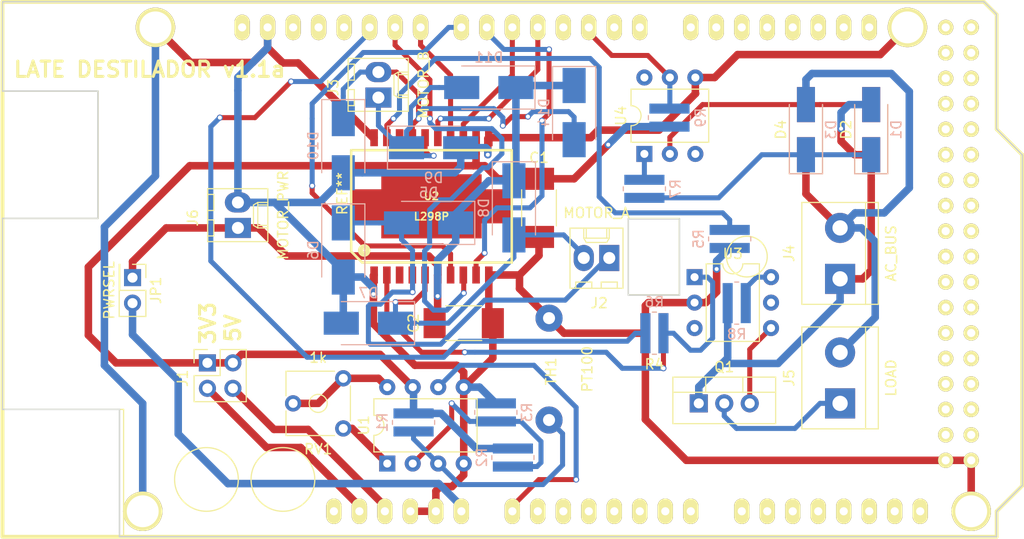
<source format=kicad_pcb>
(kicad_pcb (version 20171130) (host pcbnew "(5.0.0)")

  (general
    (thickness 1.6)
    (drawings 22)
    (tracks 439)
    (zones 0)
    (modules 38)
    (nets 106)
  )

  (page A4)
  (title_block
    (title "Destilador de Gasolina")
    (date 2018-01-17)
    (rev 1.1)
    (company LATE)
  )

  (layers
    (0 F.Cu signal)
    (31 B.Cu signal)
    (32 B.Adhes user)
    (33 F.Adhes user)
    (34 B.Paste user)
    (35 F.Paste user)
    (36 B.SilkS user)
    (37 F.SilkS user)
    (38 B.Mask user)
    (39 F.Mask user)
    (40 Dwgs.User user)
    (41 Cmts.User user)
    (42 Eco1.User user)
    (43 Eco2.User user)
    (44 Edge.Cuts user)
    (45 Margin user)
    (46 B.CrtYd user)
    (47 F.CrtYd user)
    (48 B.Fab user)
    (49 F.Fab user)
  )

  (setup
    (last_trace_width 0.75)
    (trace_clearance 0.2)
    (zone_clearance 0.508)
    (zone_45_only no)
    (trace_min 0.2)
    (segment_width 0.2)
    (edge_width 0.15)
    (via_size 0.6)
    (via_drill 0.4)
    (via_min_size 0.4)
    (via_min_drill 0.3)
    (uvia_size 0.3)
    (uvia_drill 0.1)
    (uvias_allowed no)
    (uvia_min_size 0.2)
    (uvia_min_drill 0.1)
    (pcb_text_width 0.3)
    (pcb_text_size 1.5 1.5)
    (mod_edge_width 0.15)
    (mod_text_size 1 1)
    (mod_text_width 0.15)
    (pad_size 1.524 1.524)
    (pad_drill 0.762)
    (pad_to_mask_clearance 0.2)
    (aux_axis_origin 0 0)
    (visible_elements 7FFFEFFF)
    (pcbplotparams
      (layerselection 0x010f0_80000001)
      (usegerberextensions false)
      (usegerberattributes false)
      (usegerberadvancedattributes false)
      (creategerberjobfile false)
      (excludeedgelayer true)
      (linewidth 0.100000)
      (plotframeref false)
      (viasonmask false)
      (mode 1)
      (useauxorigin false)
      (hpglpennumber 1)
      (hpglpenspeed 20)
      (hpglpendiameter 15.000000)
      (psnegative false)
      (psa4output false)
      (plotreference true)
      (plotvalue true)
      (plotinvisibletext false)
      (padsonsilk false)
      (subtractmaskfromsilk false)
      (outputformat 1)
      (mirror false)
      (drillshape 0)
      (scaleselection 1)
      (outputdirectory "C:/Users/FBorges/Desktop/ShieldDestilador/"))
  )

  (net 0 "")
  (net 1 VCC)
  (net 2 3V3)
  (net 3 5VDC)
  (net 4 "Net-(R1-Pad2)")
  (net 5 "Net-(R2-Pad2)")
  (net 6 GND)
  (net 7 "Net-(R4-Pad1)")
  (net 8 "Net-(R5-Pad1)")
  (net 9 "Net-(RV1-Pad3)")
  (net 10 "Net-(RV1-Pad1)")
  (net 11 "Net-(SHIELD1-Pad14)")
  (net 12 "Net-(SHIELD1-Pad15)")
  (net 13 "Net-(SHIELD1-Pad16)")
  (net 14 "Net-(SHIELD1-Pad17)")
  (net 15 "Net-(SHIELD1-Pad18)")
  (net 16 "Net-(SHIELD1-Pad19)")
  (net 17 "Net-(SHIELD1-Pad20)")
  (net 18 "Net-(SHIELD1-Pad21)")
  (net 19 "Net-(SHIELD1-PadAD15)")
  (net 20 "Net-(SHIELD1-PadAD14)")
  (net 21 "Net-(SHIELD1-PadAD13)")
  (net 22 "Net-(SHIELD1-PadAD12)")
  (net 23 "Net-(SHIELD1-PadAD8)")
  (net 24 "Net-(SHIELD1-PadAD7)")
  (net 25 "Net-(SHIELD1-PadAD6)")
  (net 26 "Net-(SHIELD1-PadAD9)")
  (net 27 "Net-(SHIELD1-PadAD10)")
  (net 28 "Net-(SHIELD1-PadAD11)")
  (net 29 "Net-(SHIELD1-PadAD5)")
  (net 30 "Net-(SHIELD1-PadAD4)")
  (net 31 "Net-(SHIELD1-PadAD3)")
  (net 32 "Net-(SHIELD1-PadAD0)")
  (net 33 "Net-(SHIELD1-PadAD1)")
  (net 34 "Net-(SHIELD1-PadAD2)")
  (net 35 "Net-(SHIELD1-PadRST)")
  (net 36 "Net-(SHIELD1-Pad0)")
  (net 37 "Net-(SHIELD1-Pad1)")
  (net 38 /ENA)
  (net 39 /ENB)
  (net 40 /IN4)
  (net 41 /IN3)
  (net 42 /IN2)
  (net 43 /IN1)
  (net 44 "Net-(SHIELD1-Pad11)")
  (net 45 "Net-(SHIELD1-Pad12)")
  (net 46 "Net-(SHIELD1-Pad13)")
  (net 47 "Net-(SHIELD1-PadAREF)")
  (net 48 "Net-(SHIELD1-Pad22)")
  (net 49 "Net-(SHIELD1-Pad23)")
  (net 50 "Net-(SHIELD1-Pad24)")
  (net 51 "Net-(SHIELD1-Pad25)")
  (net 52 "Net-(SHIELD1-Pad26)")
  (net 53 "Net-(SHIELD1-Pad27)")
  (net 54 "Net-(SHIELD1-Pad28)")
  (net 55 "Net-(SHIELD1-Pad29)")
  (net 56 "Net-(SHIELD1-Pad5V_4)")
  (net 57 "Net-(SHIELD1-Pad5V_5)")
  (net 58 "Net-(SHIELD1-Pad31)")
  (net 59 "Net-(SHIELD1-Pad30)")
  (net 60 "Net-(SHIELD1-Pad32)")
  (net 61 "Net-(SHIELD1-Pad33)")
  (net 62 "Net-(SHIELD1-Pad34)")
  (net 63 "Net-(SHIELD1-Pad35)")
  (net 64 "Net-(SHIELD1-Pad36)")
  (net 65 "Net-(SHIELD1-Pad37)")
  (net 66 "Net-(SHIELD1-Pad38)")
  (net 67 "Net-(SHIELD1-Pad39)")
  (net 68 "Net-(SHIELD1-Pad40)")
  (net 69 "Net-(SHIELD1-Pad41)")
  (net 70 "Net-(SHIELD1-Pad42)")
  (net 71 "Net-(SHIELD1-Pad43)")
  (net 72 "Net-(SHIELD1-Pad44)")
  (net 73 "Net-(SHIELD1-Pad45)")
  (net 74 "Net-(SHIELD1-Pad46)")
  (net 75 "Net-(SHIELD1-Pad47)")
  (net 76 "Net-(SHIELD1-Pad48)")
  (net 77 "Net-(SHIELD1-Pad49)")
  (net 78 "Net-(SHIELD1-Pad50)")
  (net 79 "Net-(SHIELD1-Pad51)")
  (net 80 "Net-(SHIELD1-Pad52)")
  (net 81 "Net-(SHIELD1-Pad53)")
  (net 82 "Net-(U2-Pad3)")
  (net 83 "Net-(U2-Pad18)")
  (net 84 +12V)
  (net 85 "Net-(D1-Pad1)")
  (net 86 AC1)
  (net 87 "Net-(D2-Pad2)")
  (net 88 AC2)
  (net 89 "Net-(D5-Pad2)")
  (net 90 "Net-(D7-Pad1)")
  (net 91 "Net-(D11-Pad2)")
  (net 92 "Net-(D10-Pad1)")
  (net 93 "Net-(J5-Pad1)")
  (net 94 "Net-(JP1-Pad2)")
  (net 95 "Net-(R6-Pad1)")
  (net 96 "Net-(R7-Pad2)")
  (net 97 "Net-(R8-Pad2)")
  (net 98 "Net-(Q1-Pad3)")
  (net 99 "Net-(U3-Pad5)")
  (net 100 "Net-(U3-Pad3)")
  (net 101 "Net-(U4-Pad3)")
  (net 102 "Net-(U4-Pad6)")
  (net 103 TRIG)
  (net 104 ACINT)
  (net 105 "Net-(SHIELD1-Pad3)")

  (net_class Default "This is the default net class."
    (clearance 0.2)
    (trace_width 0.75)
    (via_dia 0.6)
    (via_drill 0.4)
    (uvia_dia 0.3)
    (uvia_drill 0.1)
    (add_net +12V)
    (add_net 3V3)
    (add_net 5VDC)
    (add_net AC1)
    (add_net AC2)
    (add_net GND)
    (add_net "Net-(JP1-Pad2)")
    (add_net VCC)
  )

  (net_class Signals ""
    (clearance 0.2)
    (trace_width 0.5)
    (via_dia 0.6)
    (via_drill 0.4)
    (uvia_dia 0.3)
    (uvia_drill 0.1)
    (add_net /ENA)
    (add_net /ENB)
    (add_net /IN1)
    (add_net /IN2)
    (add_net /IN3)
    (add_net /IN4)
    (add_net ACINT)
    (add_net "Net-(D1-Pad1)")
    (add_net "Net-(D10-Pad1)")
    (add_net "Net-(D11-Pad2)")
    (add_net "Net-(D2-Pad2)")
    (add_net "Net-(D5-Pad2)")
    (add_net "Net-(D7-Pad1)")
    (add_net "Net-(J5-Pad1)")
    (add_net "Net-(Q1-Pad3)")
    (add_net "Net-(R1-Pad2)")
    (add_net "Net-(R2-Pad2)")
    (add_net "Net-(R4-Pad1)")
    (add_net "Net-(R5-Pad1)")
    (add_net "Net-(R6-Pad1)")
    (add_net "Net-(R7-Pad2)")
    (add_net "Net-(R8-Pad2)")
    (add_net "Net-(RV1-Pad1)")
    (add_net "Net-(RV1-Pad3)")
    (add_net "Net-(SHIELD1-Pad0)")
    (add_net "Net-(SHIELD1-Pad1)")
    (add_net "Net-(SHIELD1-Pad11)")
    (add_net "Net-(SHIELD1-Pad12)")
    (add_net "Net-(SHIELD1-Pad13)")
    (add_net "Net-(SHIELD1-Pad14)")
    (add_net "Net-(SHIELD1-Pad15)")
    (add_net "Net-(SHIELD1-Pad16)")
    (add_net "Net-(SHIELD1-Pad17)")
    (add_net "Net-(SHIELD1-Pad18)")
    (add_net "Net-(SHIELD1-Pad19)")
    (add_net "Net-(SHIELD1-Pad20)")
    (add_net "Net-(SHIELD1-Pad21)")
    (add_net "Net-(SHIELD1-Pad22)")
    (add_net "Net-(SHIELD1-Pad23)")
    (add_net "Net-(SHIELD1-Pad24)")
    (add_net "Net-(SHIELD1-Pad25)")
    (add_net "Net-(SHIELD1-Pad26)")
    (add_net "Net-(SHIELD1-Pad27)")
    (add_net "Net-(SHIELD1-Pad28)")
    (add_net "Net-(SHIELD1-Pad29)")
    (add_net "Net-(SHIELD1-Pad3)")
    (add_net "Net-(SHIELD1-Pad30)")
    (add_net "Net-(SHIELD1-Pad31)")
    (add_net "Net-(SHIELD1-Pad32)")
    (add_net "Net-(SHIELD1-Pad33)")
    (add_net "Net-(SHIELD1-Pad34)")
    (add_net "Net-(SHIELD1-Pad35)")
    (add_net "Net-(SHIELD1-Pad36)")
    (add_net "Net-(SHIELD1-Pad37)")
    (add_net "Net-(SHIELD1-Pad38)")
    (add_net "Net-(SHIELD1-Pad39)")
    (add_net "Net-(SHIELD1-Pad40)")
    (add_net "Net-(SHIELD1-Pad41)")
    (add_net "Net-(SHIELD1-Pad42)")
    (add_net "Net-(SHIELD1-Pad43)")
    (add_net "Net-(SHIELD1-Pad44)")
    (add_net "Net-(SHIELD1-Pad45)")
    (add_net "Net-(SHIELD1-Pad46)")
    (add_net "Net-(SHIELD1-Pad47)")
    (add_net "Net-(SHIELD1-Pad48)")
    (add_net "Net-(SHIELD1-Pad49)")
    (add_net "Net-(SHIELD1-Pad50)")
    (add_net "Net-(SHIELD1-Pad51)")
    (add_net "Net-(SHIELD1-Pad52)")
    (add_net "Net-(SHIELD1-Pad53)")
    (add_net "Net-(SHIELD1-Pad5V_4)")
    (add_net "Net-(SHIELD1-Pad5V_5)")
    (add_net "Net-(SHIELD1-PadAD0)")
    (add_net "Net-(SHIELD1-PadAD1)")
    (add_net "Net-(SHIELD1-PadAD10)")
    (add_net "Net-(SHIELD1-PadAD11)")
    (add_net "Net-(SHIELD1-PadAD12)")
    (add_net "Net-(SHIELD1-PadAD13)")
    (add_net "Net-(SHIELD1-PadAD14)")
    (add_net "Net-(SHIELD1-PadAD15)")
    (add_net "Net-(SHIELD1-PadAD2)")
    (add_net "Net-(SHIELD1-PadAD3)")
    (add_net "Net-(SHIELD1-PadAD4)")
    (add_net "Net-(SHIELD1-PadAD5)")
    (add_net "Net-(SHIELD1-PadAD6)")
    (add_net "Net-(SHIELD1-PadAD7)")
    (add_net "Net-(SHIELD1-PadAD8)")
    (add_net "Net-(SHIELD1-PadAD9)")
    (add_net "Net-(SHIELD1-PadAREF)")
    (add_net "Net-(SHIELD1-PadRST)")
    (add_net "Net-(U2-Pad18)")
    (add_net "Net-(U2-Pad3)")
    (add_net "Net-(U3-Pad3)")
    (add_net "Net-(U3-Pad5)")
    (add_net "Net-(U4-Pad3)")
    (add_net "Net-(U4-Pad6)")
    (add_net TRIG)
  )

  (module Capacitors_SMD:C_1812_HandSoldering (layer F.Cu) (tedit 58AA8525) (tstamp 5B287D62)
    (at 142 92.5 270)
    (descr "Capacitor SMD 1812, hand soldering")
    (tags "capacitor 1812")
    (path /5A5BE59F)
    (attr smd)
    (fp_text reference C1 (at -5 0) (layer F.SilkS)
      (effects (font (size 1 1) (thickness 0.15)))
    )
    (fp_text value 470u (at 5 0) (layer F.Fab)
      (effects (font (size 1 1) (thickness 0.15)))
    )
    (fp_text user %R (at -5 0) (layer F.Fab)
      (effects (font (size 1 1) (thickness 0.15)))
    )
    (fp_line (start -2.25 1.6) (end -2.25 -1.6) (layer F.Fab) (width 0.1))
    (fp_line (start 2.3 1.6) (end -2.25 1.6) (layer F.Fab) (width 0.1))
    (fp_line (start 2.3 -1.6) (end 2.3 1.6) (layer F.Fab) (width 0.1))
    (fp_line (start -2.25 -1.6) (end 2.3 -1.6) (layer F.Fab) (width 0.1))
    (fp_line (start 1.8 -1.73) (end -1.8 -1.73) (layer F.SilkS) (width 0.12))
    (fp_line (start -1.8 1.73) (end 1.8 1.73) (layer F.SilkS) (width 0.12))
    (fp_line (start -4.25 -1.85) (end 4.25 -1.85) (layer F.CrtYd) (width 0.05))
    (fp_line (start -4.25 -1.85) (end -4.25 1.85) (layer F.CrtYd) (width 0.05))
    (fp_line (start 4.25 1.85) (end 4.25 -1.85) (layer F.CrtYd) (width 0.05))
    (fp_line (start 4.25 1.85) (end -4.25 1.85) (layer F.CrtYd) (width 0.05))
    (pad 1 smd rect (at -2.9 0 270) (size 2.2 3) (layers F.Cu F.Paste F.Mask)
      (net 1 VCC))
    (pad 2 smd rect (at 2.9 0 270) (size 2.2 3) (layers F.Cu F.Paste F.Mask)
      (net 6 GND))
    (model ${KISYS3DMOD}/Capacitor_SMD.3dshapes/C_1806_4516Metric.wrl
      (at (xyz 0 0 0))
      (scale (xyz 1 1 1))
      (rotate (xyz 0 0 0))
    )
  )

  (module Capacitors_SMD:C_1812_HandSoldering (layer F.Cu) (tedit 58AA8525) (tstamp 5B287D68)
    (at 134.5 104)
    (descr "Capacitor SMD 1812, hand soldering")
    (tags "capacitor 1812")
    (path /5A5BE4E1)
    (attr smd)
    (fp_text reference C2 (at -5 0 90) (layer F.SilkS)
      (effects (font (size 1 1) (thickness 0.15)))
    )
    (fp_text value 100nF (at 5 0 90) (layer F.Fab)
      (effects (font (size 1 1) (thickness 0.15)))
    )
    (fp_text user %R (at -5 0 90) (layer F.Fab)
      (effects (font (size 1 1) (thickness 0.15)))
    )
    (fp_line (start -2.25 1.6) (end -2.25 -1.6) (layer F.Fab) (width 0.1))
    (fp_line (start 2.3 1.6) (end -2.25 1.6) (layer F.Fab) (width 0.1))
    (fp_line (start 2.3 -1.6) (end 2.3 1.6) (layer F.Fab) (width 0.1))
    (fp_line (start -2.25 -1.6) (end 2.3 -1.6) (layer F.Fab) (width 0.1))
    (fp_line (start 1.8 -1.73) (end -1.8 -1.73) (layer F.SilkS) (width 0.12))
    (fp_line (start -1.8 1.73) (end 1.8 1.73) (layer F.SilkS) (width 0.12))
    (fp_line (start -4.25 -1.85) (end 4.25 -1.85) (layer F.CrtYd) (width 0.05))
    (fp_line (start -4.25 -1.85) (end -4.25 1.85) (layer F.CrtYd) (width 0.05))
    (fp_line (start 4.25 1.85) (end 4.25 -1.85) (layer F.CrtYd) (width 0.05))
    (fp_line (start 4.25 1.85) (end -4.25 1.85) (layer F.CrtYd) (width 0.05))
    (pad 1 smd rect (at -2.9 0) (size 2.2 3) (layers F.Cu F.Paste F.Mask)
      (net 84 +12V))
    (pad 2 smd rect (at 2.9 0) (size 2.2 3) (layers F.Cu F.Paste F.Mask)
      (net 6 GND))
    (model ${KISYS3DMOD}/Capacitor_SMD.3dshapes/C_1806_4516Metric.wrl
      (at (xyz 0 0 0))
      (scale (xyz 1 1 1))
      (rotate (xyz 0 0 0))
    )
  )

  (module Diodes_SMD:D_SMA_Handsoldering (layer B.Cu) (tedit 58643398) (tstamp 5B287D6E)
    (at 175.1 84.7 90)
    (descr "Diode SMA (DO-214AC) Handsoldering")
    (tags "Diode SMA (DO-214AC) Handsoldering")
    (path /5A5B9ECF)
    (attr smd)
    (fp_text reference D1 (at 0 2.5 90) (layer B.SilkS)
      (effects (font (size 1 1) (thickness 0.15)) (justify mirror))
    )
    (fp_text value 1N4004 (at 0 -2.6 90) (layer B.Fab)
      (effects (font (size 1 1) (thickness 0.15)) (justify mirror))
    )
    (fp_text user %R (at 0 2.5 90) (layer B.Fab)
      (effects (font (size 1 1) (thickness 0.15)) (justify mirror))
    )
    (fp_line (start -4.4 1.65) (end -4.4 -1.65) (layer B.SilkS) (width 0.12))
    (fp_line (start 2.3 -1.5) (end -2.3 -1.5) (layer B.Fab) (width 0.1))
    (fp_line (start -2.3 -1.5) (end -2.3 1.5) (layer B.Fab) (width 0.1))
    (fp_line (start 2.3 1.5) (end 2.3 -1.5) (layer B.Fab) (width 0.1))
    (fp_line (start 2.3 1.5) (end -2.3 1.5) (layer B.Fab) (width 0.1))
    (fp_line (start -4.5 1.75) (end 4.5 1.75) (layer B.CrtYd) (width 0.05))
    (fp_line (start 4.5 1.75) (end 4.5 -1.75) (layer B.CrtYd) (width 0.05))
    (fp_line (start 4.5 -1.75) (end -4.5 -1.75) (layer B.CrtYd) (width 0.05))
    (fp_line (start -4.5 -1.75) (end -4.5 1.75) (layer B.CrtYd) (width 0.05))
    (fp_line (start -0.64944 -0.00102) (end -1.55114 -0.00102) (layer B.Fab) (width 0.1))
    (fp_line (start 0.50118 -0.00102) (end 1.4994 -0.00102) (layer B.Fab) (width 0.1))
    (fp_line (start -0.64944 0.79908) (end -0.64944 -0.80112) (layer B.Fab) (width 0.1))
    (fp_line (start 0.50118 -0.75032) (end 0.50118 0.79908) (layer B.Fab) (width 0.1))
    (fp_line (start -0.64944 -0.00102) (end 0.50118 -0.75032) (layer B.Fab) (width 0.1))
    (fp_line (start -0.64944 -0.00102) (end 0.50118 0.79908) (layer B.Fab) (width 0.1))
    (fp_line (start -4.4 -1.65) (end 2.5 -1.65) (layer B.SilkS) (width 0.12))
    (fp_line (start -4.4 1.65) (end 2.5 1.65) (layer B.SilkS) (width 0.12))
    (pad 1 smd rect (at -2.5 0 90) (size 3.5 1.8) (layers B.Cu B.Paste B.Mask)
      (net 85 "Net-(D1-Pad1)"))
    (pad 2 smd rect (at 2.5 0 90) (size 3.5 1.8) (layers B.Cu B.Paste B.Mask)
      (net 86 AC1))
    (model ${KISYS3DMOD}/Diode_SMD.3dshapes/D_SMA.wrl
      (at (xyz 0 0 0))
      (scale (xyz 1 1 1))
      (rotate (xyz 0 0 0))
    )
  )

  (module Diodes_SMD:D_SMA_Handsoldering (layer F.Cu) (tedit 58643398) (tstamp 5B287D74)
    (at 175.1 84.7 90)
    (descr "Diode SMA (DO-214AC) Handsoldering")
    (tags "Diode SMA (DO-214AC) Handsoldering")
    (path /5A5B9FAC)
    (attr smd)
    (fp_text reference D2 (at 0 -2.5 90) (layer F.SilkS)
      (effects (font (size 1 1) (thickness 0.15)))
    )
    (fp_text value 1N4004 (at 0 2.6 90) (layer F.Fab)
      (effects (font (size 1 1) (thickness 0.15)))
    )
    (fp_text user %R (at 0 -2.5 90) (layer F.Fab)
      (effects (font (size 1 1) (thickness 0.15)))
    )
    (fp_line (start -4.4 -1.65) (end -4.4 1.65) (layer F.SilkS) (width 0.12))
    (fp_line (start 2.3 1.5) (end -2.3 1.5) (layer F.Fab) (width 0.1))
    (fp_line (start -2.3 1.5) (end -2.3 -1.5) (layer F.Fab) (width 0.1))
    (fp_line (start 2.3 -1.5) (end 2.3 1.5) (layer F.Fab) (width 0.1))
    (fp_line (start 2.3 -1.5) (end -2.3 -1.5) (layer F.Fab) (width 0.1))
    (fp_line (start -4.5 -1.75) (end 4.5 -1.75) (layer F.CrtYd) (width 0.05))
    (fp_line (start 4.5 -1.75) (end 4.5 1.75) (layer F.CrtYd) (width 0.05))
    (fp_line (start 4.5 1.75) (end -4.5 1.75) (layer F.CrtYd) (width 0.05))
    (fp_line (start -4.5 1.75) (end -4.5 -1.75) (layer F.CrtYd) (width 0.05))
    (fp_line (start -0.64944 0.00102) (end -1.55114 0.00102) (layer F.Fab) (width 0.1))
    (fp_line (start 0.50118 0.00102) (end 1.4994 0.00102) (layer F.Fab) (width 0.1))
    (fp_line (start -0.64944 -0.79908) (end -0.64944 0.80112) (layer F.Fab) (width 0.1))
    (fp_line (start 0.50118 0.75032) (end 0.50118 -0.79908) (layer F.Fab) (width 0.1))
    (fp_line (start -0.64944 0.00102) (end 0.50118 0.75032) (layer F.Fab) (width 0.1))
    (fp_line (start -0.64944 0.00102) (end 0.50118 -0.79908) (layer F.Fab) (width 0.1))
    (fp_line (start -4.4 1.65) (end 2.5 1.65) (layer F.SilkS) (width 0.12))
    (fp_line (start -4.4 -1.65) (end 2.5 -1.65) (layer F.SilkS) (width 0.12))
    (pad 1 smd rect (at -2.5 0 90) (size 3.5 1.8) (layers F.Cu F.Paste F.Mask)
      (net 86 AC1))
    (pad 2 smd rect (at 2.5 0 90) (size 3.5 1.8) (layers F.Cu F.Paste F.Mask)
      (net 87 "Net-(D2-Pad2)"))
    (model ${KISYS3DMOD}/Diode_SMD.3dshapes/D_SMA.wrl
      (at (xyz 0 0 0))
      (scale (xyz 1 1 1))
      (rotate (xyz 0 0 0))
    )
  )

  (module Diodes_SMD:D_SMA_Handsoldering (layer B.Cu) (tedit 58643398) (tstamp 5B287D7A)
    (at 168.6 84.7 90)
    (descr "Diode SMA (DO-214AC) Handsoldering")
    (tags "Diode SMA (DO-214AC) Handsoldering")
    (path /5A5B9FF9)
    (attr smd)
    (fp_text reference D3 (at 0 2.5 90) (layer B.SilkS)
      (effects (font (size 1 1) (thickness 0.15)) (justify mirror))
    )
    (fp_text value 1N4004 (at 0 -2.6 90) (layer B.Fab)
      (effects (font (size 1 1) (thickness 0.15)) (justify mirror))
    )
    (fp_text user %R (at 0 2.5 90) (layer B.Fab)
      (effects (font (size 1 1) (thickness 0.15)) (justify mirror))
    )
    (fp_line (start -4.4 1.65) (end -4.4 -1.65) (layer B.SilkS) (width 0.12))
    (fp_line (start 2.3 -1.5) (end -2.3 -1.5) (layer B.Fab) (width 0.1))
    (fp_line (start -2.3 -1.5) (end -2.3 1.5) (layer B.Fab) (width 0.1))
    (fp_line (start 2.3 1.5) (end 2.3 -1.5) (layer B.Fab) (width 0.1))
    (fp_line (start 2.3 1.5) (end -2.3 1.5) (layer B.Fab) (width 0.1))
    (fp_line (start -4.5 1.75) (end 4.5 1.75) (layer B.CrtYd) (width 0.05))
    (fp_line (start 4.5 1.75) (end 4.5 -1.75) (layer B.CrtYd) (width 0.05))
    (fp_line (start 4.5 -1.75) (end -4.5 -1.75) (layer B.CrtYd) (width 0.05))
    (fp_line (start -4.5 -1.75) (end -4.5 1.75) (layer B.CrtYd) (width 0.05))
    (fp_line (start -0.64944 -0.00102) (end -1.55114 -0.00102) (layer B.Fab) (width 0.1))
    (fp_line (start 0.50118 -0.00102) (end 1.4994 -0.00102) (layer B.Fab) (width 0.1))
    (fp_line (start -0.64944 0.79908) (end -0.64944 -0.80112) (layer B.Fab) (width 0.1))
    (fp_line (start 0.50118 -0.75032) (end 0.50118 0.79908) (layer B.Fab) (width 0.1))
    (fp_line (start -0.64944 -0.00102) (end 0.50118 -0.75032) (layer B.Fab) (width 0.1))
    (fp_line (start -0.64944 -0.00102) (end 0.50118 0.79908) (layer B.Fab) (width 0.1))
    (fp_line (start -4.4 -1.65) (end 2.5 -1.65) (layer B.SilkS) (width 0.12))
    (fp_line (start -4.4 1.65) (end 2.5 1.65) (layer B.SilkS) (width 0.12))
    (pad 1 smd rect (at -2.5 0 90) (size 3.5 1.8) (layers B.Cu B.Paste B.Mask)
      (net 85 "Net-(D1-Pad1)"))
    (pad 2 smd rect (at 2.5 0 90) (size 3.5 1.8) (layers B.Cu B.Paste B.Mask)
      (net 88 AC2))
    (model ${KISYS3DMOD}/Diode_SMD.3dshapes/D_SMA.wrl
      (at (xyz 0 0 0))
      (scale (xyz 1 1 1))
      (rotate (xyz 0 0 0))
    )
  )

  (module Diodes_SMD:D_SMA_Handsoldering (layer F.Cu) (tedit 58643398) (tstamp 5B287D80)
    (at 168.6 84.7 90)
    (descr "Diode SMA (DO-214AC) Handsoldering")
    (tags "Diode SMA (DO-214AC) Handsoldering")
    (path /5A5BA043)
    (attr smd)
    (fp_text reference D4 (at 0 -2.5 90) (layer F.SilkS)
      (effects (font (size 1 1) (thickness 0.15)))
    )
    (fp_text value 1N4004 (at 0 2.6 90) (layer F.Fab)
      (effects (font (size 1 1) (thickness 0.15)))
    )
    (fp_text user %R (at 0 -2.5 90) (layer F.Fab)
      (effects (font (size 1 1) (thickness 0.15)))
    )
    (fp_line (start -4.4 -1.65) (end -4.4 1.65) (layer F.SilkS) (width 0.12))
    (fp_line (start 2.3 1.5) (end -2.3 1.5) (layer F.Fab) (width 0.1))
    (fp_line (start -2.3 1.5) (end -2.3 -1.5) (layer F.Fab) (width 0.1))
    (fp_line (start 2.3 -1.5) (end 2.3 1.5) (layer F.Fab) (width 0.1))
    (fp_line (start 2.3 -1.5) (end -2.3 -1.5) (layer F.Fab) (width 0.1))
    (fp_line (start -4.5 -1.75) (end 4.5 -1.75) (layer F.CrtYd) (width 0.05))
    (fp_line (start 4.5 -1.75) (end 4.5 1.75) (layer F.CrtYd) (width 0.05))
    (fp_line (start 4.5 1.75) (end -4.5 1.75) (layer F.CrtYd) (width 0.05))
    (fp_line (start -4.5 1.75) (end -4.5 -1.75) (layer F.CrtYd) (width 0.05))
    (fp_line (start -0.64944 0.00102) (end -1.55114 0.00102) (layer F.Fab) (width 0.1))
    (fp_line (start 0.50118 0.00102) (end 1.4994 0.00102) (layer F.Fab) (width 0.1))
    (fp_line (start -0.64944 -0.79908) (end -0.64944 0.80112) (layer F.Fab) (width 0.1))
    (fp_line (start 0.50118 0.75032) (end 0.50118 -0.79908) (layer F.Fab) (width 0.1))
    (fp_line (start -0.64944 0.00102) (end 0.50118 0.75032) (layer F.Fab) (width 0.1))
    (fp_line (start -0.64944 0.00102) (end 0.50118 -0.79908) (layer F.Fab) (width 0.1))
    (fp_line (start -4.4 1.65) (end 2.5 1.65) (layer F.SilkS) (width 0.12))
    (fp_line (start -4.4 -1.65) (end 2.5 -1.65) (layer F.SilkS) (width 0.12))
    (pad 1 smd rect (at -2.5 0 90) (size 3.5 1.8) (layers F.Cu F.Paste F.Mask)
      (net 88 AC2))
    (pad 2 smd rect (at 2.5 0 90) (size 3.5 1.8) (layers F.Cu F.Paste F.Mask)
      (net 87 "Net-(D2-Pad2)"))
    (model ${KISYS3DMOD}/Diode_SMD.3dshapes/D_SMA.wrl
      (at (xyz 0 0 0))
      (scale (xyz 1 1 1))
      (rotate (xyz 0 0 0))
    )
  )

  (module Diodes_SMD:D_SMB_Handsoldering (layer B.Cu) (tedit 590B3D55) (tstamp 5B287D86)
    (at 131 94 180)
    (descr "Diode SMB (DO-214AA) Handsoldering")
    (tags "Diode SMB (DO-214AA) Handsoldering")
    (path /5A5C0929)
    (attr smd)
    (fp_text reference D5 (at 0 3 180) (layer B.SilkS)
      (effects (font (size 1 1) (thickness 0.15)) (justify mirror))
    )
    (fp_text value SS26 (at 0 -3 180) (layer B.Fab)
      (effects (font (size 1 1) (thickness 0.15)) (justify mirror))
    )
    (fp_text user %R (at 0 3 180) (layer B.Fab)
      (effects (font (size 1 1) (thickness 0.15)) (justify mirror))
    )
    (fp_line (start -4.6 2.15) (end -4.6 -2.15) (layer B.SilkS) (width 0.12))
    (fp_line (start 2.3 -2) (end -2.3 -2) (layer B.Fab) (width 0.1))
    (fp_line (start -2.3 -2) (end -2.3 2) (layer B.Fab) (width 0.1))
    (fp_line (start 2.3 2) (end 2.3 -2) (layer B.Fab) (width 0.1))
    (fp_line (start 2.3 2) (end -2.3 2) (layer B.Fab) (width 0.1))
    (fp_line (start -4.7 2.25) (end 4.7 2.25) (layer B.CrtYd) (width 0.05))
    (fp_line (start 4.7 2.25) (end 4.7 -2.25) (layer B.CrtYd) (width 0.05))
    (fp_line (start 4.7 -2.25) (end -4.7 -2.25) (layer B.CrtYd) (width 0.05))
    (fp_line (start -4.7 -2.25) (end -4.7 2.25) (layer B.CrtYd) (width 0.05))
    (fp_line (start -0.64944 -0.00102) (end -1.55114 -0.00102) (layer B.Fab) (width 0.1))
    (fp_line (start 0.50118 -0.00102) (end 1.4994 -0.00102) (layer B.Fab) (width 0.1))
    (fp_line (start -0.64944 0.79908) (end -0.64944 -0.80112) (layer B.Fab) (width 0.1))
    (fp_line (start 0.50118 -0.75032) (end 0.50118 0.79908) (layer B.Fab) (width 0.1))
    (fp_line (start -0.64944 -0.00102) (end 0.50118 -0.75032) (layer B.Fab) (width 0.1))
    (fp_line (start -0.64944 -0.00102) (end 0.50118 0.79908) (layer B.Fab) (width 0.1))
    (fp_line (start -4.6 -2.15) (end 2.7 -2.15) (layer B.SilkS) (width 0.12))
    (fp_line (start -4.6 2.15) (end 2.7 2.15) (layer B.SilkS) (width 0.12))
    (pad 1 smd rect (at -2.7 0 180) (size 3.5 2.3) (layers B.Cu B.Paste B.Mask)
      (net 84 +12V))
    (pad 2 smd rect (at 2.7 0 180) (size 3.5 2.3) (layers B.Cu B.Paste B.Mask)
      (net 89 "Net-(D5-Pad2)"))
    (model ${KISYS3DMOD}/Diode_SMD.3dshapes/D_SMA.wrl
      (at (xyz 0 0 0))
      (scale (xyz 1 1 1))
      (rotate (xyz 0 0 0))
    )
  )

  (module Diodes_SMD:D_SMB_Handsoldering (layer B.Cu) (tedit 590B3D55) (tstamp 5B287D8C)
    (at 122.5 96.7 270)
    (descr "Diode SMB (DO-214AA) Handsoldering")
    (tags "Diode SMB (DO-214AA) Handsoldering")
    (path /5A5C423E)
    (attr smd)
    (fp_text reference D6 (at 0 3 270) (layer B.SilkS)
      (effects (font (size 1 1) (thickness 0.15)) (justify mirror))
    )
    (fp_text value SS26 (at 0 -3 270) (layer B.Fab)
      (effects (font (size 1 1) (thickness 0.15)) (justify mirror))
    )
    (fp_text user %R (at 0 3 270) (layer B.Fab)
      (effects (font (size 1 1) (thickness 0.15)) (justify mirror))
    )
    (fp_line (start -4.6 2.15) (end -4.6 -2.15) (layer B.SilkS) (width 0.12))
    (fp_line (start 2.3 -2) (end -2.3 -2) (layer B.Fab) (width 0.1))
    (fp_line (start -2.3 -2) (end -2.3 2) (layer B.Fab) (width 0.1))
    (fp_line (start 2.3 2) (end 2.3 -2) (layer B.Fab) (width 0.1))
    (fp_line (start 2.3 2) (end -2.3 2) (layer B.Fab) (width 0.1))
    (fp_line (start -4.7 2.25) (end 4.7 2.25) (layer B.CrtYd) (width 0.05))
    (fp_line (start 4.7 2.25) (end 4.7 -2.25) (layer B.CrtYd) (width 0.05))
    (fp_line (start 4.7 -2.25) (end -4.7 -2.25) (layer B.CrtYd) (width 0.05))
    (fp_line (start -4.7 -2.25) (end -4.7 2.25) (layer B.CrtYd) (width 0.05))
    (fp_line (start -0.64944 -0.00102) (end -1.55114 -0.00102) (layer B.Fab) (width 0.1))
    (fp_line (start 0.50118 -0.00102) (end 1.4994 -0.00102) (layer B.Fab) (width 0.1))
    (fp_line (start -0.64944 0.79908) (end -0.64944 -0.80112) (layer B.Fab) (width 0.1))
    (fp_line (start 0.50118 -0.75032) (end 0.50118 0.79908) (layer B.Fab) (width 0.1))
    (fp_line (start -0.64944 -0.00102) (end 0.50118 -0.75032) (layer B.Fab) (width 0.1))
    (fp_line (start -0.64944 -0.00102) (end 0.50118 0.79908) (layer B.Fab) (width 0.1))
    (fp_line (start -4.6 -2.15) (end 2.7 -2.15) (layer B.SilkS) (width 0.12))
    (fp_line (start -4.6 2.15) (end 2.7 2.15) (layer B.SilkS) (width 0.12))
    (pad 1 smd rect (at -2.7 0 270) (size 3.5 2.3) (layers B.Cu B.Paste B.Mask)
      (net 89 "Net-(D5-Pad2)"))
    (pad 2 smd rect (at 2.7 0 270) (size 3.5 2.3) (layers B.Cu B.Paste B.Mask)
      (net 6 GND))
    (model ${KISYS3DMOD}/Diode_SMD.3dshapes/D_SMA.wrl
      (at (xyz 0 0 0))
      (scale (xyz 1 1 1))
      (rotate (xyz 0 0 0))
    )
  )

  (module Diodes_SMD:D_SMB_Handsoldering (layer B.Cu) (tedit 590B3D55) (tstamp 5B287D92)
    (at 125 104 180)
    (descr "Diode SMB (DO-214AA) Handsoldering")
    (tags "Diode SMB (DO-214AA) Handsoldering")
    (path /5A5C42C3)
    (attr smd)
    (fp_text reference D7 (at 0 3 180) (layer B.SilkS)
      (effects (font (size 1 1) (thickness 0.15)) (justify mirror))
    )
    (fp_text value SS26 (at 0 -3 180) (layer B.Fab)
      (effects (font (size 1 1) (thickness 0.15)) (justify mirror))
    )
    (fp_text user %R (at 0 3 180) (layer B.Fab)
      (effects (font (size 1 1) (thickness 0.15)) (justify mirror))
    )
    (fp_line (start -4.6 2.15) (end -4.6 -2.15) (layer B.SilkS) (width 0.12))
    (fp_line (start 2.3 -2) (end -2.3 -2) (layer B.Fab) (width 0.1))
    (fp_line (start -2.3 -2) (end -2.3 2) (layer B.Fab) (width 0.1))
    (fp_line (start 2.3 2) (end 2.3 -2) (layer B.Fab) (width 0.1))
    (fp_line (start 2.3 2) (end -2.3 2) (layer B.Fab) (width 0.1))
    (fp_line (start -4.7 2.25) (end 4.7 2.25) (layer B.CrtYd) (width 0.05))
    (fp_line (start 4.7 2.25) (end 4.7 -2.25) (layer B.CrtYd) (width 0.05))
    (fp_line (start 4.7 -2.25) (end -4.7 -2.25) (layer B.CrtYd) (width 0.05))
    (fp_line (start -4.7 -2.25) (end -4.7 2.25) (layer B.CrtYd) (width 0.05))
    (fp_line (start -0.64944 -0.00102) (end -1.55114 -0.00102) (layer B.Fab) (width 0.1))
    (fp_line (start 0.50118 -0.00102) (end 1.4994 -0.00102) (layer B.Fab) (width 0.1))
    (fp_line (start -0.64944 0.79908) (end -0.64944 -0.80112) (layer B.Fab) (width 0.1))
    (fp_line (start 0.50118 -0.75032) (end 0.50118 0.79908) (layer B.Fab) (width 0.1))
    (fp_line (start -0.64944 -0.00102) (end 0.50118 -0.75032) (layer B.Fab) (width 0.1))
    (fp_line (start -0.64944 -0.00102) (end 0.50118 0.79908) (layer B.Fab) (width 0.1))
    (fp_line (start -4.6 -2.15) (end 2.7 -2.15) (layer B.SilkS) (width 0.12))
    (fp_line (start -4.6 2.15) (end 2.7 2.15) (layer B.SilkS) (width 0.12))
    (pad 1 smd rect (at -2.7 0 180) (size 3.5 2.3) (layers B.Cu B.Paste B.Mask)
      (net 90 "Net-(D7-Pad1)"))
    (pad 2 smd rect (at 2.7 0 180) (size 3.5 2.3) (layers B.Cu B.Paste B.Mask)
      (net 6 GND))
    (model ${KISYS3DMOD}/Diode_SMD.3dshapes/D_SMA.wrl
      (at (xyz 0 0 0))
      (scale (xyz 1 1 1))
      (rotate (xyz 0 0 0))
    )
  )

  (module Diodes_SMD:D_SMB_Handsoldering (layer B.Cu) (tedit 590B3D55) (tstamp 5B287D98)
    (at 139.5 92.5 270)
    (descr "Diode SMB (DO-214AA) Handsoldering")
    (tags "Diode SMB (DO-214AA) Handsoldering")
    (path /5A5C09C8)
    (attr smd)
    (fp_text reference D8 (at 0 3 270) (layer B.SilkS)
      (effects (font (size 1 1) (thickness 0.15)) (justify mirror))
    )
    (fp_text value SS26 (at 0 -3 270) (layer B.Fab)
      (effects (font (size 1 1) (thickness 0.15)) (justify mirror))
    )
    (fp_text user %R (at 0 3 270) (layer B.Fab)
      (effects (font (size 1 1) (thickness 0.15)) (justify mirror))
    )
    (fp_line (start -4.6 2.15) (end -4.6 -2.15) (layer B.SilkS) (width 0.12))
    (fp_line (start 2.3 -2) (end -2.3 -2) (layer B.Fab) (width 0.1))
    (fp_line (start -2.3 -2) (end -2.3 2) (layer B.Fab) (width 0.1))
    (fp_line (start 2.3 2) (end 2.3 -2) (layer B.Fab) (width 0.1))
    (fp_line (start 2.3 2) (end -2.3 2) (layer B.Fab) (width 0.1))
    (fp_line (start -4.7 2.25) (end 4.7 2.25) (layer B.CrtYd) (width 0.05))
    (fp_line (start 4.7 2.25) (end 4.7 -2.25) (layer B.CrtYd) (width 0.05))
    (fp_line (start 4.7 -2.25) (end -4.7 -2.25) (layer B.CrtYd) (width 0.05))
    (fp_line (start -4.7 -2.25) (end -4.7 2.25) (layer B.CrtYd) (width 0.05))
    (fp_line (start -0.64944 -0.00102) (end -1.55114 -0.00102) (layer B.Fab) (width 0.1))
    (fp_line (start 0.50118 -0.00102) (end 1.4994 -0.00102) (layer B.Fab) (width 0.1))
    (fp_line (start -0.64944 0.79908) (end -0.64944 -0.80112) (layer B.Fab) (width 0.1))
    (fp_line (start 0.50118 -0.75032) (end 0.50118 0.79908) (layer B.Fab) (width 0.1))
    (fp_line (start -0.64944 -0.00102) (end 0.50118 -0.75032) (layer B.Fab) (width 0.1))
    (fp_line (start -0.64944 -0.00102) (end 0.50118 0.79908) (layer B.Fab) (width 0.1))
    (fp_line (start -4.6 -2.15) (end 2.7 -2.15) (layer B.SilkS) (width 0.12))
    (fp_line (start -4.6 2.15) (end 2.7 2.15) (layer B.SilkS) (width 0.12))
    (pad 1 smd rect (at -2.7 0 270) (size 3.5 2.3) (layers B.Cu B.Paste B.Mask)
      (net 84 +12V))
    (pad 2 smd rect (at 2.7 0 270) (size 3.5 2.3) (layers B.Cu B.Paste B.Mask)
      (net 90 "Net-(D7-Pad1)"))
    (model ${KISYS3DMOD}/Diode_SMD.3dshapes/D_SMA.wrl
      (at (xyz 0 0 0))
      (scale (xyz 1 1 1))
      (rotate (xyz 0 0 0))
    )
  )

  (module Diodes_SMD:D_SMB_Handsoldering (layer B.Cu) (tedit 590B3D55) (tstamp 5B287D9E)
    (at 131.5 86.5)
    (descr "Diode SMB (DO-214AA) Handsoldering")
    (tags "Diode SMB (DO-214AA) Handsoldering")
    (path /5A5C4351)
    (attr smd)
    (fp_text reference D9 (at 0 3) (layer B.SilkS)
      (effects (font (size 1 1) (thickness 0.15)) (justify mirror))
    )
    (fp_text value SS26 (at 0 -3) (layer B.Fab)
      (effects (font (size 1 1) (thickness 0.15)) (justify mirror))
    )
    (fp_text user %R (at 0 3) (layer B.Fab)
      (effects (font (size 1 1) (thickness 0.15)) (justify mirror))
    )
    (fp_line (start -4.6 2.15) (end -4.6 -2.15) (layer B.SilkS) (width 0.12))
    (fp_line (start 2.3 -2) (end -2.3 -2) (layer B.Fab) (width 0.1))
    (fp_line (start -2.3 -2) (end -2.3 2) (layer B.Fab) (width 0.1))
    (fp_line (start 2.3 2) (end 2.3 -2) (layer B.Fab) (width 0.1))
    (fp_line (start 2.3 2) (end -2.3 2) (layer B.Fab) (width 0.1))
    (fp_line (start -4.7 2.25) (end 4.7 2.25) (layer B.CrtYd) (width 0.05))
    (fp_line (start 4.7 2.25) (end 4.7 -2.25) (layer B.CrtYd) (width 0.05))
    (fp_line (start 4.7 -2.25) (end -4.7 -2.25) (layer B.CrtYd) (width 0.05))
    (fp_line (start -4.7 -2.25) (end -4.7 2.25) (layer B.CrtYd) (width 0.05))
    (fp_line (start -0.64944 -0.00102) (end -1.55114 -0.00102) (layer B.Fab) (width 0.1))
    (fp_line (start 0.50118 -0.00102) (end 1.4994 -0.00102) (layer B.Fab) (width 0.1))
    (fp_line (start -0.64944 0.79908) (end -0.64944 -0.80112) (layer B.Fab) (width 0.1))
    (fp_line (start 0.50118 -0.75032) (end 0.50118 0.79908) (layer B.Fab) (width 0.1))
    (fp_line (start -0.64944 -0.00102) (end 0.50118 -0.75032) (layer B.Fab) (width 0.1))
    (fp_line (start -0.64944 -0.00102) (end 0.50118 0.79908) (layer B.Fab) (width 0.1))
    (fp_line (start -4.6 -2.15) (end 2.7 -2.15) (layer B.SilkS) (width 0.12))
    (fp_line (start -4.6 2.15) (end 2.7 2.15) (layer B.SilkS) (width 0.12))
    (pad 1 smd rect (at -2.7 0) (size 3.5 2.3) (layers B.Cu B.Paste B.Mask)
      (net 91 "Net-(D11-Pad2)"))
    (pad 2 smd rect (at 2.7 0) (size 3.5 2.3) (layers B.Cu B.Paste B.Mask)
      (net 6 GND))
    (model ${KISYS3DMOD}/Diode_SMD.3dshapes/D_SMA.wrl
      (at (xyz 0 0 0))
      (scale (xyz 1 1 1))
      (rotate (xyz 0 0 0))
    )
  )

  (module Diodes_SMD:D_SMB_Handsoldering (layer B.Cu) (tedit 590B3D55) (tstamp 5B287DA4)
    (at 122.5 86.3 270)
    (descr "Diode SMB (DO-214AA) Handsoldering")
    (tags "Diode SMB (DO-214AA) Handsoldering")
    (path /5A5C43D8)
    (attr smd)
    (fp_text reference D10 (at 0 3 270) (layer B.SilkS)
      (effects (font (size 1 1) (thickness 0.15)) (justify mirror))
    )
    (fp_text value SS26 (at 0 -3 270) (layer B.Fab)
      (effects (font (size 1 1) (thickness 0.15)) (justify mirror))
    )
    (fp_text user %R (at 0 3 270) (layer B.Fab)
      (effects (font (size 1 1) (thickness 0.15)) (justify mirror))
    )
    (fp_line (start -4.6 2.15) (end -4.6 -2.15) (layer B.SilkS) (width 0.12))
    (fp_line (start 2.3 -2) (end -2.3 -2) (layer B.Fab) (width 0.1))
    (fp_line (start -2.3 -2) (end -2.3 2) (layer B.Fab) (width 0.1))
    (fp_line (start 2.3 2) (end 2.3 -2) (layer B.Fab) (width 0.1))
    (fp_line (start 2.3 2) (end -2.3 2) (layer B.Fab) (width 0.1))
    (fp_line (start -4.7 2.25) (end 4.7 2.25) (layer B.CrtYd) (width 0.05))
    (fp_line (start 4.7 2.25) (end 4.7 -2.25) (layer B.CrtYd) (width 0.05))
    (fp_line (start 4.7 -2.25) (end -4.7 -2.25) (layer B.CrtYd) (width 0.05))
    (fp_line (start -4.7 -2.25) (end -4.7 2.25) (layer B.CrtYd) (width 0.05))
    (fp_line (start -0.64944 -0.00102) (end -1.55114 -0.00102) (layer B.Fab) (width 0.1))
    (fp_line (start 0.50118 -0.00102) (end 1.4994 -0.00102) (layer B.Fab) (width 0.1))
    (fp_line (start -0.64944 0.79908) (end -0.64944 -0.80112) (layer B.Fab) (width 0.1))
    (fp_line (start 0.50118 -0.75032) (end 0.50118 0.79908) (layer B.Fab) (width 0.1))
    (fp_line (start -0.64944 -0.00102) (end 0.50118 -0.75032) (layer B.Fab) (width 0.1))
    (fp_line (start -0.64944 -0.00102) (end 0.50118 0.79908) (layer B.Fab) (width 0.1))
    (fp_line (start -4.6 -2.15) (end 2.7 -2.15) (layer B.SilkS) (width 0.12))
    (fp_line (start -4.6 2.15) (end 2.7 2.15) (layer B.SilkS) (width 0.12))
    (pad 1 smd rect (at -2.7 0 270) (size 3.5 2.3) (layers B.Cu B.Paste B.Mask)
      (net 92 "Net-(D10-Pad1)"))
    (pad 2 smd rect (at 2.7 0 270) (size 3.5 2.3) (layers B.Cu B.Paste B.Mask)
      (net 6 GND))
    (model ${KISYS3DMOD}/Diode_SMD.3dshapes/D_SMA.wrl
      (at (xyz 0 0 0))
      (scale (xyz 1 1 1))
      (rotate (xyz 0 0 0))
    )
  )

  (module Diodes_SMD:D_SMB_Handsoldering (layer B.Cu) (tedit 590B3D55) (tstamp 5B287DAA)
    (at 137 80.5 180)
    (descr "Diode SMB (DO-214AA) Handsoldering")
    (tags "Diode SMB (DO-214AA) Handsoldering")
    (path /5A5C0A60)
    (attr smd)
    (fp_text reference D11 (at 0 3 180) (layer B.SilkS)
      (effects (font (size 1 1) (thickness 0.15)) (justify mirror))
    )
    (fp_text value SS26 (at 0 -3 180) (layer B.Fab)
      (effects (font (size 1 1) (thickness 0.15)) (justify mirror))
    )
    (fp_text user %R (at 0 3 180) (layer B.Fab)
      (effects (font (size 1 1) (thickness 0.15)) (justify mirror))
    )
    (fp_line (start -4.6 2.15) (end -4.6 -2.15) (layer B.SilkS) (width 0.12))
    (fp_line (start 2.3 -2) (end -2.3 -2) (layer B.Fab) (width 0.1))
    (fp_line (start -2.3 -2) (end -2.3 2) (layer B.Fab) (width 0.1))
    (fp_line (start 2.3 2) (end 2.3 -2) (layer B.Fab) (width 0.1))
    (fp_line (start 2.3 2) (end -2.3 2) (layer B.Fab) (width 0.1))
    (fp_line (start -4.7 2.25) (end 4.7 2.25) (layer B.CrtYd) (width 0.05))
    (fp_line (start 4.7 2.25) (end 4.7 -2.25) (layer B.CrtYd) (width 0.05))
    (fp_line (start 4.7 -2.25) (end -4.7 -2.25) (layer B.CrtYd) (width 0.05))
    (fp_line (start -4.7 -2.25) (end -4.7 2.25) (layer B.CrtYd) (width 0.05))
    (fp_line (start -0.64944 -0.00102) (end -1.55114 -0.00102) (layer B.Fab) (width 0.1))
    (fp_line (start 0.50118 -0.00102) (end 1.4994 -0.00102) (layer B.Fab) (width 0.1))
    (fp_line (start -0.64944 0.79908) (end -0.64944 -0.80112) (layer B.Fab) (width 0.1))
    (fp_line (start 0.50118 -0.75032) (end 0.50118 0.79908) (layer B.Fab) (width 0.1))
    (fp_line (start -0.64944 -0.00102) (end 0.50118 -0.75032) (layer B.Fab) (width 0.1))
    (fp_line (start -0.64944 -0.00102) (end 0.50118 0.79908) (layer B.Fab) (width 0.1))
    (fp_line (start -4.6 -2.15) (end 2.7 -2.15) (layer B.SilkS) (width 0.12))
    (fp_line (start -4.6 2.15) (end 2.7 2.15) (layer B.SilkS) (width 0.12))
    (pad 1 smd rect (at -2.7 0 180) (size 3.5 2.3) (layers B.Cu B.Paste B.Mask)
      (net 84 +12V))
    (pad 2 smd rect (at 2.7 0 180) (size 3.5 2.3) (layers B.Cu B.Paste B.Mask)
      (net 91 "Net-(D11-Pad2)"))
    (model ${KISYS3DMOD}/Diode_SMD.3dshapes/D_SMB.wrl
      (at (xyz 0 0 0))
      (scale (xyz 1 1 1))
      (rotate (xyz 0 0 0))
    )
  )

  (module Diodes_SMD:D_SMB_Handsoldering (layer B.Cu) (tedit 590B3D55) (tstamp 5B287DB0)
    (at 145.5 83 270)
    (descr "Diode SMB (DO-214AA) Handsoldering")
    (tags "Diode SMB (DO-214AA) Handsoldering")
    (path /5A5C0AF3)
    (attr smd)
    (fp_text reference D14 (at 0 3 270) (layer B.SilkS)
      (effects (font (size 1 1) (thickness 0.15)) (justify mirror))
    )
    (fp_text value SS26 (at 0 -3 270) (layer B.Fab)
      (effects (font (size 1 1) (thickness 0.15)) (justify mirror))
    )
    (fp_text user %R (at 0 3 270) (layer B.Fab)
      (effects (font (size 1 1) (thickness 0.15)) (justify mirror))
    )
    (fp_line (start -4.6 2.15) (end -4.6 -2.15) (layer B.SilkS) (width 0.12))
    (fp_line (start 2.3 -2) (end -2.3 -2) (layer B.Fab) (width 0.1))
    (fp_line (start -2.3 -2) (end -2.3 2) (layer B.Fab) (width 0.1))
    (fp_line (start 2.3 2) (end 2.3 -2) (layer B.Fab) (width 0.1))
    (fp_line (start 2.3 2) (end -2.3 2) (layer B.Fab) (width 0.1))
    (fp_line (start -4.7 2.25) (end 4.7 2.25) (layer B.CrtYd) (width 0.05))
    (fp_line (start 4.7 2.25) (end 4.7 -2.25) (layer B.CrtYd) (width 0.05))
    (fp_line (start 4.7 -2.25) (end -4.7 -2.25) (layer B.CrtYd) (width 0.05))
    (fp_line (start -4.7 -2.25) (end -4.7 2.25) (layer B.CrtYd) (width 0.05))
    (fp_line (start -0.64944 -0.00102) (end -1.55114 -0.00102) (layer B.Fab) (width 0.1))
    (fp_line (start 0.50118 -0.00102) (end 1.4994 -0.00102) (layer B.Fab) (width 0.1))
    (fp_line (start -0.64944 0.79908) (end -0.64944 -0.80112) (layer B.Fab) (width 0.1))
    (fp_line (start 0.50118 -0.75032) (end 0.50118 0.79908) (layer B.Fab) (width 0.1))
    (fp_line (start -0.64944 -0.00102) (end 0.50118 -0.75032) (layer B.Fab) (width 0.1))
    (fp_line (start -0.64944 -0.00102) (end 0.50118 0.79908) (layer B.Fab) (width 0.1))
    (fp_line (start -4.6 -2.15) (end 2.7 -2.15) (layer B.SilkS) (width 0.12))
    (fp_line (start -4.6 2.15) (end 2.7 2.15) (layer B.SilkS) (width 0.12))
    (pad 1 smd rect (at -2.7 0 270) (size 3.5 2.3) (layers B.Cu B.Paste B.Mask)
      (net 84 +12V))
    (pad 2 smd rect (at 2.7 0 270) (size 3.5 2.3) (layers B.Cu B.Paste B.Mask)
      (net 92 "Net-(D10-Pad1)"))
    (model ${KISYS3DMOD}/Diode_SMD.3dshapes/D_SMB.wrl
      (at (xyz 0 0 0))
      (scale (xyz 1 1 1))
      (rotate (xyz 0 0 0))
    )
  )

  (module Pin_Headers:Pin_Header_Straight_2x02_Pitch2.54mm (layer F.Cu) (tedit 59650532) (tstamp 5B287DB8)
    (at 108.96 107.96)
    (descr "Through hole straight pin header, 2x02, 2.54mm pitch, double rows")
    (tags "Through hole pin header THT 2x02 2.54mm double row")
    (path /5A5A9E34)
    (fp_text reference J1 (at -2.46 1.54 90) (layer F.SilkS)
      (effects (font (size 1 1) (thickness 0.15)))
    )
    (fp_text value PWRSRC (at 1.27 4.87) (layer F.Fab)
      (effects (font (size 1 1) (thickness 0.15)))
    )
    (fp_line (start 0 -1.27) (end 3.81 -1.27) (layer F.Fab) (width 0.1))
    (fp_line (start 3.81 -1.27) (end 3.81 3.81) (layer F.Fab) (width 0.1))
    (fp_line (start 3.81 3.81) (end -1.27 3.81) (layer F.Fab) (width 0.1))
    (fp_line (start -1.27 3.81) (end -1.27 0) (layer F.Fab) (width 0.1))
    (fp_line (start -1.27 0) (end 0 -1.27) (layer F.Fab) (width 0.1))
    (fp_line (start -1.33 3.87) (end 3.87 3.87) (layer F.SilkS) (width 0.12))
    (fp_line (start -1.33 1.27) (end -1.33 3.87) (layer F.SilkS) (width 0.12))
    (fp_line (start 3.87 -1.33) (end 3.87 3.87) (layer F.SilkS) (width 0.12))
    (fp_line (start -1.33 1.27) (end 1.27 1.27) (layer F.SilkS) (width 0.12))
    (fp_line (start 1.27 1.27) (end 1.27 -1.33) (layer F.SilkS) (width 0.12))
    (fp_line (start 1.27 -1.33) (end 3.87 -1.33) (layer F.SilkS) (width 0.12))
    (fp_line (start -1.33 0) (end -1.33 -1.33) (layer F.SilkS) (width 0.12))
    (fp_line (start -1.33 -1.33) (end 0 -1.33) (layer F.SilkS) (width 0.12))
    (fp_line (start -1.8 -1.8) (end -1.8 4.35) (layer F.CrtYd) (width 0.05))
    (fp_line (start -1.8 4.35) (end 4.35 4.35) (layer F.CrtYd) (width 0.05))
    (fp_line (start 4.35 4.35) (end 4.35 -1.8) (layer F.CrtYd) (width 0.05))
    (fp_line (start 4.35 -1.8) (end -1.8 -1.8) (layer F.CrtYd) (width 0.05))
    (fp_text user %R (at 1.27 1.27 90) (layer F.Fab)
      (effects (font (size 1 1) (thickness 0.15)))
    )
    (pad 1 thru_hole rect (at 0 0) (size 1.7 1.7) (drill 1) (layers *.Cu *.Mask)
      (net 1 VCC))
    (pad 2 thru_hole oval (at 2.54 0) (size 1.7 1.7) (drill 1) (layers *.Cu *.Mask)
      (net 1 VCC))
    (pad 3 thru_hole oval (at 0 2.54) (size 1.7 1.7) (drill 1) (layers *.Cu *.Mask)
      (net 2 3V3))
    (pad 4 thru_hole oval (at 2.54 2.54) (size 1.7 1.7) (drill 1) (layers *.Cu *.Mask)
      (net 3 5VDC))
    (model ${KISYS3DMOD}/Connector_PinHeader_2.54mm.3dshapes/PinHeader_2x02_P2.54mm_Vertical.wrl
      (at (xyz 0 0 0))
      (scale (xyz 1 1 1))
      (rotate (xyz 0 0 0))
    )
  )

  (module Connectors_Molex:Molex_KK-6410-02_02x2.54mm_Straight (layer F.Cu) (tedit 5B2CE338) (tstamp 5B287DBE)
    (at 149 97.5 180)
    (descr "Connector Headers with Friction Lock, 22-27-2021, http://www.molex.com/pdm_docs/sd/022272021_sd.pdf")
    (tags "connector molex kk_6410 22-27-2021")
    (path /5A5AA409)
    (fp_text reference J2 (at 1 -4.5 180) (layer F.SilkS)
      (effects (font (size 1 1) (thickness 0.15)))
    )
    (fp_text value MOTOR_A (at 1.27 4.5 180) (layer F.SilkS)
      (effects (font (size 1 1) (thickness 0.15)))
    )
    (fp_line (start -1.47 -3.12) (end -1.47 3.08) (layer F.Fab) (width 0.12))
    (fp_line (start -1.47 3.08) (end 4.01 3.08) (layer F.Fab) (width 0.12))
    (fp_line (start 4.01 3.08) (end 4.01 -3.12) (layer F.Fab) (width 0.12))
    (fp_line (start 4.01 -3.12) (end -1.47 -3.12) (layer F.Fab) (width 0.12))
    (fp_line (start -1.37 -3.02) (end -1.37 2.98) (layer F.SilkS) (width 0.12))
    (fp_line (start -1.37 2.98) (end 3.91 2.98) (layer F.SilkS) (width 0.12))
    (fp_line (start 3.91 2.98) (end 3.91 -3.02) (layer F.SilkS) (width 0.12))
    (fp_line (start 3.91 -3.02) (end -1.37 -3.02) (layer F.SilkS) (width 0.12))
    (fp_line (start 0 2.98) (end 0 1.98) (layer F.SilkS) (width 0.12))
    (fp_line (start 0 1.98) (end 2.54 1.98) (layer F.SilkS) (width 0.12))
    (fp_line (start 2.54 1.98) (end 2.54 2.98) (layer F.SilkS) (width 0.12))
    (fp_line (start 0 1.98) (end 0.25 1.55) (layer F.SilkS) (width 0.12))
    (fp_line (start 0.25 1.55) (end 2.29 1.55) (layer F.SilkS) (width 0.12))
    (fp_line (start 2.29 1.55) (end 2.54 1.98) (layer F.SilkS) (width 0.12))
    (fp_line (start 0.25 2.98) (end 0.25 1.98) (layer F.SilkS) (width 0.12))
    (fp_line (start 2.29 2.98) (end 2.29 1.98) (layer F.SilkS) (width 0.12))
    (fp_line (start -0.8 -3.02) (end -0.8 -2.4) (layer F.SilkS) (width 0.12))
    (fp_line (start -0.8 -2.4) (end 0.8 -2.4) (layer F.SilkS) (width 0.12))
    (fp_line (start 0.8 -2.4) (end 0.8 -3.02) (layer F.SilkS) (width 0.12))
    (fp_line (start 1.74 -3.02) (end 1.74 -2.4) (layer F.SilkS) (width 0.12))
    (fp_line (start 1.74 -2.4) (end 3.34 -2.4) (layer F.SilkS) (width 0.12))
    (fp_line (start 3.34 -2.4) (end 3.34 -3.02) (layer F.SilkS) (width 0.12))
    (fp_line (start -1.9 3.5) (end -1.9 -3.55) (layer F.CrtYd) (width 0.05))
    (fp_line (start -1.9 -3.55) (end 4.45 -3.55) (layer F.CrtYd) (width 0.05))
    (fp_line (start 4.45 -3.55) (end 4.45 3.5) (layer F.CrtYd) (width 0.05))
    (fp_line (start 4.45 3.5) (end -1.9 3.5) (layer F.CrtYd) (width 0.05))
    (fp_text user %R (at 1.27 0 180) (layer F.Fab)
      (effects (font (size 1 1) (thickness 0.15)))
    )
    (pad 1 thru_hole rect (at 0 0 180) (size 2 2.6) (drill 1.2) (layers *.Cu *.Mask)
      (net 89 "Net-(D5-Pad2)"))
    (pad 2 thru_hole oval (at 2.54 0 180) (size 2 2.6) (drill 1.2) (layers *.Cu *.Mask)
      (net 90 "Net-(D7-Pad1)"))
    (model ${KISYS3DMOD}/Connector_Molex.3dshapes/Molex_KK-254_AE-6410-02A_1x02_P2.54mm_Vertical.wrl
      (at (xyz 0 0 0))
      (scale (xyz 1 1 1))
      (rotate (xyz 0 0 0))
    )
  )

  (module Connectors_Molex:Molex_KK-6410-02_02x2.54mm_Straight (layer F.Cu) (tedit 5B2CE37A) (tstamp 5B287DC4)
    (at 126 81.5 90)
    (descr "Connector Headers with Friction Lock, 22-27-2021, http://www.molex.com/pdm_docs/sd/022272021_sd.pdf")
    (tags "connector molex kk_6410 22-27-2021")
    (path /5A5AA462)
    (fp_text reference J3 (at 1 -4.5 90) (layer F.SilkS)
      (effects (font (size 1 1) (thickness 0.15)))
    )
    (fp_text value MOTOR_B (at 1.27 4.5 90) (layer F.SilkS)
      (effects (font (size 1 1) (thickness 0.15)))
    )
    (fp_line (start -1.47 -3.12) (end -1.47 3.08) (layer F.Fab) (width 0.12))
    (fp_line (start -1.47 3.08) (end 4.01 3.08) (layer F.Fab) (width 0.12))
    (fp_line (start 4.01 3.08) (end 4.01 -3.12) (layer F.Fab) (width 0.12))
    (fp_line (start 4.01 -3.12) (end -1.47 -3.12) (layer F.Fab) (width 0.12))
    (fp_line (start -1.37 -3.02) (end -1.37 2.98) (layer F.SilkS) (width 0.12))
    (fp_line (start -1.37 2.98) (end 3.91 2.98) (layer F.SilkS) (width 0.12))
    (fp_line (start 3.91 2.98) (end 3.91 -3.02) (layer F.SilkS) (width 0.12))
    (fp_line (start 3.91 -3.02) (end -1.37 -3.02) (layer F.SilkS) (width 0.12))
    (fp_line (start 0 2.98) (end 0 1.98) (layer F.SilkS) (width 0.12))
    (fp_line (start 0 1.98) (end 2.54 1.98) (layer F.SilkS) (width 0.12))
    (fp_line (start 2.54 1.98) (end 2.54 2.98) (layer F.SilkS) (width 0.12))
    (fp_line (start 0 1.98) (end 0.25 1.55) (layer F.SilkS) (width 0.12))
    (fp_line (start 0.25 1.55) (end 2.29 1.55) (layer F.SilkS) (width 0.12))
    (fp_line (start 2.29 1.55) (end 2.54 1.98) (layer F.SilkS) (width 0.12))
    (fp_line (start 0.25 2.98) (end 0.25 1.98) (layer F.SilkS) (width 0.12))
    (fp_line (start 2.29 2.98) (end 2.29 1.98) (layer F.SilkS) (width 0.12))
    (fp_line (start -0.8 -3.02) (end -0.8 -2.4) (layer F.SilkS) (width 0.12))
    (fp_line (start -0.8 -2.4) (end 0.8 -2.4) (layer F.SilkS) (width 0.12))
    (fp_line (start 0.8 -2.4) (end 0.8 -3.02) (layer F.SilkS) (width 0.12))
    (fp_line (start 1.74 -3.02) (end 1.74 -2.4) (layer F.SilkS) (width 0.12))
    (fp_line (start 1.74 -2.4) (end 3.34 -2.4) (layer F.SilkS) (width 0.12))
    (fp_line (start 3.34 -2.4) (end 3.34 -3.02) (layer F.SilkS) (width 0.12))
    (fp_line (start -1.9 3.5) (end -1.9 -3.55) (layer F.CrtYd) (width 0.05))
    (fp_line (start -1.9 -3.55) (end 4.45 -3.55) (layer F.CrtYd) (width 0.05))
    (fp_line (start 4.45 -3.55) (end 4.45 3.5) (layer F.CrtYd) (width 0.05))
    (fp_line (start 4.45 3.5) (end -1.9 3.5) (layer F.CrtYd) (width 0.05))
    (fp_text user %R (at 1.27 0 90) (layer F.Fab)
      (effects (font (size 1 1) (thickness 0.15)))
    )
    (pad 1 thru_hole rect (at 0 0 90) (size 2 2.6) (drill 1.2) (layers *.Cu *.Mask)
      (net 91 "Net-(D11-Pad2)"))
    (pad 2 thru_hole oval (at 2.54 0 90) (size 2 2.6) (drill 1.2) (layers *.Cu *.Mask)
      (net 92 "Net-(D10-Pad1)"))
    (model ${KISYS3DMOD}/Connector_Molex.3dshapes/Molex_KK-254_AE-6410-02A_1x02_P2.54mm_Vertical.wrl
      (at (xyz 0 0 0))
      (scale (xyz 1 1 1))
      (rotate (xyz 0 0 0))
    )
  )

  (module Connectors_Terminal_Blocks:TerminalBlock_bornier-2_P5.08mm (layer F.Cu) (tedit 5B2CE1F2) (tstamp 5B287DCA)
    (at 172 99.58 90)
    (descr "simple 2-pin terminal block, pitch 5.08mm, revamped version of bornier2")
    (tags "terminal block bornier2")
    (path /5A5BA8A1)
    (fp_text reference J4 (at 2.54 -5.08 90) (layer F.SilkS)
      (effects (font (size 1 1) (thickness 0.15)))
    )
    (fp_text value AC_BUS (at 2.54 5.08 90) (layer F.SilkS)
      (effects (font (size 1 1) (thickness 0.15)))
    )
    (fp_text user %R (at 2.54 0 90) (layer F.Fab)
      (effects (font (size 1 1) (thickness 0.15)))
    )
    (fp_line (start -2.41 2.55) (end 7.49 2.55) (layer F.Fab) (width 0.1))
    (fp_line (start -2.46 -3.75) (end -2.46 3.75) (layer F.Fab) (width 0.1))
    (fp_line (start -2.46 3.75) (end 7.54 3.75) (layer F.Fab) (width 0.1))
    (fp_line (start 7.54 3.75) (end 7.54 -3.75) (layer F.Fab) (width 0.1))
    (fp_line (start 7.54 -3.75) (end -2.46 -3.75) (layer F.Fab) (width 0.1))
    (fp_line (start 7.62 2.54) (end -2.54 2.54) (layer F.SilkS) (width 0.12))
    (fp_line (start 7.62 3.81) (end 7.62 -3.81) (layer F.SilkS) (width 0.12))
    (fp_line (start 7.62 -3.81) (end -2.54 -3.81) (layer F.SilkS) (width 0.12))
    (fp_line (start -2.54 -3.81) (end -2.54 3.81) (layer F.SilkS) (width 0.12))
    (fp_line (start -2.54 3.81) (end 7.62 3.81) (layer F.SilkS) (width 0.12))
    (fp_line (start -2.71 -4) (end 7.79 -4) (layer F.CrtYd) (width 0.05))
    (fp_line (start -2.71 -4) (end -2.71 4) (layer F.CrtYd) (width 0.05))
    (fp_line (start 7.79 4) (end 7.79 -4) (layer F.CrtYd) (width 0.05))
    (fp_line (start 7.79 4) (end -2.71 4) (layer F.CrtYd) (width 0.05))
    (pad 1 thru_hole rect (at 0 0 90) (size 3 3) (drill 1.52) (layers *.Cu *.Mask)
      (net 86 AC1))
    (pad 2 thru_hole circle (at 5.08 0 90) (size 3 3) (drill 1.52) (layers *.Cu *.Mask)
      (net 88 AC2))
    (model ${KIPRJMOD}/3dcomponents/Bournier2.stp
      (offset (xyz 2.5 0 0))
      (scale (xyz 1 1 1))
      (rotate (xyz -90 0 -90))
    )
  )

  (module Connectors_Terminal_Blocks:TerminalBlock_bornier-2_P5.08mm (layer F.Cu) (tedit 5B2CE33F) (tstamp 5B287DD0)
    (at 172 112 90)
    (descr "simple 2-pin terminal block, pitch 5.08mm, revamped version of bornier2")
    (tags "terminal block bornier2")
    (path /5A5BCE5C)
    (fp_text reference J5 (at 2.54 -5.08 90) (layer F.SilkS)
      (effects (font (size 1 1) (thickness 0.15)))
    )
    (fp_text value LOAD (at 2.54 5.08 90) (layer F.SilkS)
      (effects (font (size 1 1) (thickness 0.15)))
    )
    (fp_text user %R (at 2.54 0 90) (layer F.Fab)
      (effects (font (size 1 1) (thickness 0.15)))
    )
    (fp_line (start -2.41 2.55) (end 7.49 2.55) (layer F.Fab) (width 0.1))
    (fp_line (start -2.46 -3.75) (end -2.46 3.75) (layer F.Fab) (width 0.1))
    (fp_line (start -2.46 3.75) (end 7.54 3.75) (layer F.Fab) (width 0.1))
    (fp_line (start 7.54 3.75) (end 7.54 -3.75) (layer F.Fab) (width 0.1))
    (fp_line (start 7.54 -3.75) (end -2.46 -3.75) (layer F.Fab) (width 0.1))
    (fp_line (start 7.62 2.54) (end -2.54 2.54) (layer F.SilkS) (width 0.12))
    (fp_line (start 7.62 3.81) (end 7.62 -3.81) (layer F.SilkS) (width 0.12))
    (fp_line (start 7.62 -3.81) (end -2.54 -3.81) (layer F.SilkS) (width 0.12))
    (fp_line (start -2.54 -3.81) (end -2.54 3.81) (layer F.SilkS) (width 0.12))
    (fp_line (start -2.54 3.81) (end 7.62 3.81) (layer F.SilkS) (width 0.12))
    (fp_line (start -2.71 -4) (end 7.79 -4) (layer F.CrtYd) (width 0.05))
    (fp_line (start -2.71 -4) (end -2.71 4) (layer F.CrtYd) (width 0.05))
    (fp_line (start 7.79 4) (end 7.79 -4) (layer F.CrtYd) (width 0.05))
    (fp_line (start 7.79 4) (end -2.71 4) (layer F.CrtYd) (width 0.05))
    (pad 1 thru_hole rect (at 0 0 90) (size 3 3) (drill 1.52) (layers *.Cu *.Mask)
      (net 93 "Net-(J5-Pad1)"))
    (pad 2 thru_hole circle (at 5.08 0 90) (size 3 3) (drill 1.52) (layers *.Cu *.Mask)
      (net 88 AC2))
    (model ${KIPRJMOD}/3dcomponents/Bournier2.stp
      (offset (xyz 2.5 0 0))
      (scale (xyz 1 1 1))
      (rotate (xyz -90 0 -90))
    )
  )

  (module Connectors_Molex:Molex_KK-6410-02_02x2.54mm_Straight (layer F.Cu) (tedit 5B2CE243) (tstamp 5B287DD6)
    (at 112 94.5 90)
    (descr "Connector Headers with Friction Lock, 22-27-2021, http://www.molex.com/pdm_docs/sd/022272021_sd.pdf")
    (tags "connector molex kk_6410 22-27-2021")
    (path /5A5BAE99)
    (fp_text reference J6 (at 1 -4.5 90) (layer F.SilkS)
      (effects (font (size 1 1) (thickness 0.15)))
    )
    (fp_text value MOTOR_PWR (at 1.27 4.5 90) (layer F.SilkS)
      (effects (font (size 1 1) (thickness 0.15)))
    )
    (fp_line (start -1.47 -3.12) (end -1.47 3.08) (layer F.Fab) (width 0.12))
    (fp_line (start -1.47 3.08) (end 4.01 3.08) (layer F.Fab) (width 0.12))
    (fp_line (start 4.01 3.08) (end 4.01 -3.12) (layer F.Fab) (width 0.12))
    (fp_line (start 4.01 -3.12) (end -1.47 -3.12) (layer F.Fab) (width 0.12))
    (fp_line (start -1.37 -3.02) (end -1.37 2.98) (layer F.SilkS) (width 0.12))
    (fp_line (start -1.37 2.98) (end 3.91 2.98) (layer F.SilkS) (width 0.12))
    (fp_line (start 3.91 2.98) (end 3.91 -3.02) (layer F.SilkS) (width 0.12))
    (fp_line (start 3.91 -3.02) (end -1.37 -3.02) (layer F.SilkS) (width 0.12))
    (fp_line (start 0 2.98) (end 0 1.98) (layer F.SilkS) (width 0.12))
    (fp_line (start 0 1.98) (end 2.54 1.98) (layer F.SilkS) (width 0.12))
    (fp_line (start 2.54 1.98) (end 2.54 2.98) (layer F.SilkS) (width 0.12))
    (fp_line (start 0 1.98) (end 0.25 1.55) (layer F.SilkS) (width 0.12))
    (fp_line (start 0.25 1.55) (end 2.29 1.55) (layer F.SilkS) (width 0.12))
    (fp_line (start 2.29 1.55) (end 2.54 1.98) (layer F.SilkS) (width 0.12))
    (fp_line (start 0.25 2.98) (end 0.25 1.98) (layer F.SilkS) (width 0.12))
    (fp_line (start 2.29 2.98) (end 2.29 1.98) (layer F.SilkS) (width 0.12))
    (fp_line (start -0.8 -3.02) (end -0.8 -2.4) (layer F.SilkS) (width 0.12))
    (fp_line (start -0.8 -2.4) (end 0.8 -2.4) (layer F.SilkS) (width 0.12))
    (fp_line (start 0.8 -2.4) (end 0.8 -3.02) (layer F.SilkS) (width 0.12))
    (fp_line (start 1.74 -3.02) (end 1.74 -2.4) (layer F.SilkS) (width 0.12))
    (fp_line (start 1.74 -2.4) (end 3.34 -2.4) (layer F.SilkS) (width 0.12))
    (fp_line (start 3.34 -2.4) (end 3.34 -3.02) (layer F.SilkS) (width 0.12))
    (fp_line (start -1.9 3.5) (end -1.9 -3.55) (layer F.CrtYd) (width 0.05))
    (fp_line (start -1.9 -3.55) (end 4.45 -3.55) (layer F.CrtYd) (width 0.05))
    (fp_line (start 4.45 -3.55) (end 4.45 3.5) (layer F.CrtYd) (width 0.05))
    (fp_line (start 4.45 3.5) (end -1.9 3.5) (layer F.CrtYd) (width 0.05))
    (fp_text user %R (at 1.27 0 90) (layer F.Fab)
      (effects (font (size 1 1) (thickness 0.15)))
    )
    (pad 1 thru_hole rect (at 0 0 90) (size 2 2.6) (drill 1.2) (layers *.Cu *.Mask)
      (net 84 +12V))
    (pad 2 thru_hole oval (at 2.54 0 90) (size 2 2.6) (drill 1.2) (layers *.Cu *.Mask)
      (net 6 GND))
    (model ${KISYS3DMOD}/Connector_Molex.3dshapes/Molex_KK-254_AE-6410-02A_1x02_P2.54mm_Vertical.wrl
      (at (xyz 0 0 0))
      (scale (xyz 1 1 1))
      (rotate (xyz 0 0 0))
    )
  )

  (module Pin_Headers:Pin_Header_Straight_2x01_Pitch2.54mm (layer F.Cu) (tedit 5B2CE330) (tstamp 5B287DDC)
    (at 101.5 99.46 270)
    (descr "Through hole straight pin header, 2x01, 2.54mm pitch, double rows")
    (tags "Through hole pin header THT 2x01 2.54mm double row")
    (path /5A5BB3D1)
    (fp_text reference JP1 (at 1.27 -2.33 270) (layer F.SilkS)
      (effects (font (size 1 1) (thickness 0.15)))
    )
    (fp_text value PWRSEL (at 1.27 2.33 270) (layer F.SilkS)
      (effects (font (size 1 1) (thickness 0.15)))
    )
    (fp_line (start 0 -1.27) (end 3.81 -1.27) (layer F.Fab) (width 0.1))
    (fp_line (start 3.81 -1.27) (end 3.81 1.27) (layer F.Fab) (width 0.1))
    (fp_line (start 3.81 1.27) (end -1.27 1.27) (layer F.Fab) (width 0.1))
    (fp_line (start -1.27 1.27) (end -1.27 0) (layer F.Fab) (width 0.1))
    (fp_line (start -1.27 0) (end 0 -1.27) (layer F.Fab) (width 0.1))
    (fp_line (start -1.33 1.33) (end 3.87 1.33) (layer F.SilkS) (width 0.12))
    (fp_line (start -1.33 1.27) (end -1.33 1.33) (layer F.SilkS) (width 0.12))
    (fp_line (start 3.87 -1.33) (end 3.87 1.33) (layer F.SilkS) (width 0.12))
    (fp_line (start -1.33 1.27) (end 1.27 1.27) (layer F.SilkS) (width 0.12))
    (fp_line (start 1.27 1.27) (end 1.27 -1.33) (layer F.SilkS) (width 0.12))
    (fp_line (start 1.27 -1.33) (end 3.87 -1.33) (layer F.SilkS) (width 0.12))
    (fp_line (start -1.33 0) (end -1.33 -1.33) (layer F.SilkS) (width 0.12))
    (fp_line (start -1.33 -1.33) (end 0 -1.33) (layer F.SilkS) (width 0.12))
    (fp_line (start -1.8 -1.8) (end -1.8 1.8) (layer F.CrtYd) (width 0.05))
    (fp_line (start -1.8 1.8) (end 4.35 1.8) (layer F.CrtYd) (width 0.05))
    (fp_line (start 4.35 1.8) (end 4.35 -1.8) (layer F.CrtYd) (width 0.05))
    (fp_line (start 4.35 -1.8) (end -1.8 -1.8) (layer F.CrtYd) (width 0.05))
    (fp_text user %R (at 1.27 0) (layer F.Fab)
      (effects (font (size 1 1) (thickness 0.15)))
    )
    (pad 1 thru_hole rect (at 0 0 270) (size 1.7 1.7) (drill 1) (layers *.Cu *.Mask)
      (net 84 +12V))
    (pad 2 thru_hole oval (at 2.54 0 270) (size 1.7 1.7) (drill 1) (layers *.Cu *.Mask)
      (net 94 "Net-(JP1-Pad2)"))
    (model ${KISYS3DMOD}/Connector_PinHeader_2.54mm.3dshapes/PinHeader_1x02_P2.54mm_Vertical.wrl
      (offset (xyz 2.5 0 0))
      (scale (xyz 1 1 1))
      (rotate (xyz 0 0 90))
    )
  )

  (module TO_SOT_Packages_THT:TO-220-3_Vertical (layer F.Cu) (tedit 58CE52AD) (tstamp 5B287DE3)
    (at 157.92 112)
    (descr "TO-220-3, Vertical, RM 2.54mm")
    (tags "TO-220-3 Vertical RM 2.54mm")
    (path /5A5BC233)
    (fp_text reference Q1 (at 2.54 -3.62) (layer F.SilkS)
      (effects (font (size 1 1) (thickness 0.15)))
    )
    (fp_text value BT136-500 (at 2.54 3.92) (layer F.Fab)
      (effects (font (size 1 1) (thickness 0.15)))
    )
    (fp_text user %R (at 2.54 -3.62) (layer F.Fab)
      (effects (font (size 1 1) (thickness 0.15)))
    )
    (fp_line (start -2.46 -2.5) (end -2.46 1.9) (layer F.Fab) (width 0.1))
    (fp_line (start -2.46 1.9) (end 7.54 1.9) (layer F.Fab) (width 0.1))
    (fp_line (start 7.54 1.9) (end 7.54 -2.5) (layer F.Fab) (width 0.1))
    (fp_line (start 7.54 -2.5) (end -2.46 -2.5) (layer F.Fab) (width 0.1))
    (fp_line (start -2.46 -1.23) (end 7.54 -1.23) (layer F.Fab) (width 0.1))
    (fp_line (start 0.69 -2.5) (end 0.69 -1.23) (layer F.Fab) (width 0.1))
    (fp_line (start 4.39 -2.5) (end 4.39 -1.23) (layer F.Fab) (width 0.1))
    (fp_line (start -2.58 -2.62) (end 7.66 -2.62) (layer F.SilkS) (width 0.12))
    (fp_line (start -2.58 2.021) (end 7.66 2.021) (layer F.SilkS) (width 0.12))
    (fp_line (start -2.58 -2.62) (end -2.58 2.021) (layer F.SilkS) (width 0.12))
    (fp_line (start 7.66 -2.62) (end 7.66 2.021) (layer F.SilkS) (width 0.12))
    (fp_line (start -2.58 -1.11) (end 7.66 -1.11) (layer F.SilkS) (width 0.12))
    (fp_line (start 0.69 -2.62) (end 0.69 -1.11) (layer F.SilkS) (width 0.12))
    (fp_line (start 4.391 -2.62) (end 4.391 -1.11) (layer F.SilkS) (width 0.12))
    (fp_line (start -2.71 -2.75) (end -2.71 2.16) (layer F.CrtYd) (width 0.05))
    (fp_line (start -2.71 2.16) (end 7.79 2.16) (layer F.CrtYd) (width 0.05))
    (fp_line (start 7.79 2.16) (end 7.79 -2.75) (layer F.CrtYd) (width 0.05))
    (fp_line (start 7.79 -2.75) (end -2.71 -2.75) (layer F.CrtYd) (width 0.05))
    (pad 1 thru_hole rect (at 0 0) (size 1.8 1.8) (drill 1) (layers *.Cu *.Mask)
      (net 86 AC1))
    (pad 2 thru_hole oval (at 2.54 0) (size 1.8 1.8) (drill 1) (layers *.Cu *.Mask)
      (net 93 "Net-(J5-Pad1)"))
    (pad 3 thru_hole oval (at 5.08 0) (size 1.8 1.8) (drill 1) (layers *.Cu *.Mask)
      (net 98 "Net-(Q1-Pad3)"))
    (model ${KISYS3DMOD}/Package_TO_SOT_THT.3dshapes/TO-220-3_Vertical.wrl
      (at (xyz 0 0 0))
      (scale (xyz 1 1 1))
      (rotate (xyz 0 0 0))
    )
  )

  (module Resistors_SMD:R_1508_Wide (layer B.Cu) (tedit 58E0A804) (tstamp 5B287DE9)
    (at 129.5 113.9 270)
    (descr "Resistor SMD 1508 wide package")
    (tags "resistor 1508")
    (path /5A5A913D)
    (attr smd)
    (fp_text reference R1 (at 0 3.1 270) (layer B.SilkS)
      (effects (font (size 1 1) (thickness 0.15)) (justify mirror))
    )
    (fp_text value 100 (at 0 -3.1 270) (layer B.Fab)
      (effects (font (size 1 1) (thickness 0.15)) (justify mirror))
    )
    (fp_text user %R (at 0 0 270) (layer B.Fab)
      (effects (font (size 0.5 0.5) (thickness 0.075)) (justify mirror))
    )
    (fp_line (start -1 -1.9) (end -1 1.9) (layer B.Fab) (width 0.1))
    (fp_line (start 1 -1.9) (end -1 -1.9) (layer B.Fab) (width 0.1))
    (fp_line (start 1 1.9) (end 1 -1.9) (layer B.Fab) (width 0.1))
    (fp_line (start -1 1.9) (end 1 1.9) (layer B.Fab) (width 0.1))
    (fp_line (start 0.2 -2.1) (end -0.2 -2.1) (layer B.SilkS) (width 0.12))
    (fp_line (start -0.2 2.1) (end 0.2 2.1) (layer B.SilkS) (width 0.12))
    (fp_line (start -1.65 2.25) (end 1.65 2.25) (layer B.CrtYd) (width 0.05))
    (fp_line (start -1.65 2.25) (end -1.65 -2.25) (layer B.CrtYd) (width 0.05))
    (fp_line (start 1.65 -2.25) (end 1.65 2.25) (layer B.CrtYd) (width 0.05))
    (fp_line (start 1.65 -2.25) (end -1.65 -2.25) (layer B.CrtYd) (width 0.05))
    (pad 1 smd rect (at -0.9 0 270) (size 1 4) (layers B.Cu B.Paste B.Mask)
      (net 1 VCC))
    (pad 2 smd rect (at 0.9 0 270) (size 1 4) (layers B.Cu B.Paste B.Mask)
      (net 4 "Net-(R1-Pad2)"))
    (model ${KISYS3DMOD}/Resistor_SMD.3dshapes/R_0612_1632Metric.wrl
      (at (xyz 0 0 0))
      (scale (xyz 1 1 1))
      (rotate (xyz 0 0 0))
    )
  )

  (module Resistors_SMD:R_1508_Wide (layer B.Cu) (tedit 58E0A804) (tstamp 5B287DEF)
    (at 139.4 117.4 270)
    (descr "Resistor SMD 1508 wide package")
    (tags "resistor 1508")
    (path /5A5A9273)
    (attr smd)
    (fp_text reference R2 (at 0 3.1 270) (layer B.SilkS)
      (effects (font (size 1 1) (thickness 0.15)) (justify mirror))
    )
    (fp_text value 100 (at 0 -3.1 270) (layer B.Fab)
      (effects (font (size 1 1) (thickness 0.15)) (justify mirror))
    )
    (fp_text user %R (at 0 0 270) (layer B.Fab)
      (effects (font (size 0.5 0.5) (thickness 0.075)) (justify mirror))
    )
    (fp_line (start -1 -1.9) (end -1 1.9) (layer B.Fab) (width 0.1))
    (fp_line (start 1 -1.9) (end -1 -1.9) (layer B.Fab) (width 0.1))
    (fp_line (start 1 1.9) (end 1 -1.9) (layer B.Fab) (width 0.1))
    (fp_line (start -1 1.9) (end 1 1.9) (layer B.Fab) (width 0.1))
    (fp_line (start 0.2 -2.1) (end -0.2 -2.1) (layer B.SilkS) (width 0.12))
    (fp_line (start -0.2 2.1) (end 0.2 2.1) (layer B.SilkS) (width 0.12))
    (fp_line (start -1.65 2.25) (end 1.65 2.25) (layer B.CrtYd) (width 0.05))
    (fp_line (start -1.65 2.25) (end -1.65 -2.25) (layer B.CrtYd) (width 0.05))
    (fp_line (start 1.65 -2.25) (end 1.65 2.25) (layer B.CrtYd) (width 0.05))
    (fp_line (start 1.65 -2.25) (end -1.65 -2.25) (layer B.CrtYd) (width 0.05))
    (pad 1 smd rect (at -0.9 0 270) (size 1 4) (layers B.Cu B.Paste B.Mask)
      (net 1 VCC))
    (pad 2 smd rect (at 0.9 0 270) (size 1 4) (layers B.Cu B.Paste B.Mask)
      (net 5 "Net-(R2-Pad2)"))
    (model ${KISYS3DMOD}/Resistor_SMD.3dshapes/R_0612_1632Metric.wrl
      (at (xyz 0 0 0))
      (scale (xyz 1 1 1))
      (rotate (xyz 0 0 0))
    )
  )

  (module Resistors_SMD:R_1508_Wide (layer B.Cu) (tedit 58E0A804) (tstamp 5B287DF5)
    (at 137.7 112.9 90)
    (descr "Resistor SMD 1508 wide package")
    (tags "resistor 1508")
    (path /5A5A92AB)
    (attr smd)
    (fp_text reference R3 (at 0 3.1 90) (layer B.SilkS)
      (effects (font (size 1 1) (thickness 0.15)) (justify mirror))
    )
    (fp_text value 100 (at 0 -3.1 90) (layer B.Fab)
      (effects (font (size 1 1) (thickness 0.15)) (justify mirror))
    )
    (fp_text user %R (at 0 0 90) (layer B.Fab)
      (effects (font (size 0.5 0.5) (thickness 0.075)) (justify mirror))
    )
    (fp_line (start -1 -1.9) (end -1 1.9) (layer B.Fab) (width 0.1))
    (fp_line (start 1 -1.9) (end -1 -1.9) (layer B.Fab) (width 0.1))
    (fp_line (start 1 1.9) (end 1 -1.9) (layer B.Fab) (width 0.1))
    (fp_line (start -1 1.9) (end 1 1.9) (layer B.Fab) (width 0.1))
    (fp_line (start 0.2 -2.1) (end -0.2 -2.1) (layer B.SilkS) (width 0.12))
    (fp_line (start -0.2 2.1) (end 0.2 2.1) (layer B.SilkS) (width 0.12))
    (fp_line (start -1.65 2.25) (end 1.65 2.25) (layer B.CrtYd) (width 0.05))
    (fp_line (start -1.65 2.25) (end -1.65 -2.25) (layer B.CrtYd) (width 0.05))
    (fp_line (start 1.65 -2.25) (end 1.65 2.25) (layer B.CrtYd) (width 0.05))
    (fp_line (start 1.65 -2.25) (end -1.65 -2.25) (layer B.CrtYd) (width 0.05))
    (pad 1 smd rect (at -0.9 0 90) (size 1 4) (layers B.Cu B.Paste B.Mask)
      (net 5 "Net-(R2-Pad2)"))
    (pad 2 smd rect (at 0.9 0 90) (size 1 4) (layers B.Cu B.Paste B.Mask)
      (net 6 GND))
    (model ${KISYS3DMOD}/Resistor_SMD.3dshapes/R_0612_1632Metric.wrl
      (at (xyz 0 0 0))
      (scale (xyz 1 1 1))
      (rotate (xyz 0 0 0))
    )
  )

  (module Resistors_SMD:R_1508_Wide (layer F.Cu) (tedit 58E0A804) (tstamp 5B287DFB)
    (at 153.5 105 180)
    (descr "Resistor SMD 1508 wide package")
    (tags "resistor 1508")
    (path /5A5A99C8)
    (attr smd)
    (fp_text reference R4 (at 0 -3.1 180) (layer F.SilkS)
      (effects (font (size 1 1) (thickness 0.15)))
    )
    (fp_text value 10 (at 0 3.1 180) (layer F.Fab)
      (effects (font (size 1 1) (thickness 0.15)))
    )
    (fp_text user %R (at 0 0 180) (layer F.Fab)
      (effects (font (size 0.5 0.5) (thickness 0.075)))
    )
    (fp_line (start -1 1.9) (end -1 -1.9) (layer F.Fab) (width 0.1))
    (fp_line (start 1 1.9) (end -1 1.9) (layer F.Fab) (width 0.1))
    (fp_line (start 1 -1.9) (end 1 1.9) (layer F.Fab) (width 0.1))
    (fp_line (start -1 -1.9) (end 1 -1.9) (layer F.Fab) (width 0.1))
    (fp_line (start 0.2 2.1) (end -0.2 2.1) (layer F.SilkS) (width 0.12))
    (fp_line (start -0.2 -2.1) (end 0.2 -2.1) (layer F.SilkS) (width 0.12))
    (fp_line (start -1.65 -2.25) (end 1.65 -2.25) (layer F.CrtYd) (width 0.05))
    (fp_line (start -1.65 -2.25) (end -1.65 2.25) (layer F.CrtYd) (width 0.05))
    (fp_line (start 1.65 2.25) (end 1.65 -2.25) (layer F.CrtYd) (width 0.05))
    (fp_line (start 1.65 2.25) (end -1.65 2.25) (layer F.CrtYd) (width 0.05))
    (pad 1 smd rect (at -0.9 0 180) (size 1 4) (layers F.Cu F.Paste F.Mask)
      (net 7 "Net-(R4-Pad1)"))
    (pad 2 smd rect (at 0.9 0 180) (size 1 4) (layers F.Cu F.Paste F.Mask)
      (net 6 GND))
    (model ${KISYS3DMOD}/Resistors_SMD.3dshapes/R_1508_Wide.wrl
      (at (xyz 0 0 0))
      (scale (xyz 1 1 1))
      (rotate (xyz 0 0 0))
    )
    (model ${KISYS3DMOD}/Resistor_SMD.3dshapes/R_0612_1632Metric.wrl
      (at (xyz 0 0 0))
      (scale (xyz 1 1 1))
      (rotate (xyz 0 0 0))
    )
  )

  (module Resistors_SMD:R_1508_Wide (layer B.Cu) (tedit 58E0A804) (tstamp 5B287E01)
    (at 161 95.6 270)
    (descr "Resistor SMD 1508 wide package")
    (tags "resistor 1508")
    (path /5A5A9A7D)
    (attr smd)
    (fp_text reference R5 (at 0 3.1 270) (layer B.SilkS)
      (effects (font (size 1 1) (thickness 0.15)) (justify mirror))
    )
    (fp_text value 10 (at 0 -3.1 270) (layer B.Fab)
      (effects (font (size 1 1) (thickness 0.15)) (justify mirror))
    )
    (fp_text user %R (at 0 0 270) (layer B.Fab)
      (effects (font (size 0.5 0.5) (thickness 0.075)) (justify mirror))
    )
    (fp_line (start -1 -1.9) (end -1 1.9) (layer B.Fab) (width 0.1))
    (fp_line (start 1 -1.9) (end -1 -1.9) (layer B.Fab) (width 0.1))
    (fp_line (start 1 1.9) (end 1 -1.9) (layer B.Fab) (width 0.1))
    (fp_line (start -1 1.9) (end 1 1.9) (layer B.Fab) (width 0.1))
    (fp_line (start 0.2 -2.1) (end -0.2 -2.1) (layer B.SilkS) (width 0.12))
    (fp_line (start -0.2 2.1) (end 0.2 2.1) (layer B.SilkS) (width 0.12))
    (fp_line (start -1.65 2.25) (end 1.65 2.25) (layer B.CrtYd) (width 0.05))
    (fp_line (start -1.65 2.25) (end -1.65 -2.25) (layer B.CrtYd) (width 0.05))
    (fp_line (start 1.65 -2.25) (end 1.65 2.25) (layer B.CrtYd) (width 0.05))
    (fp_line (start 1.65 -2.25) (end -1.65 -2.25) (layer B.CrtYd) (width 0.05))
    (pad 1 smd rect (at -0.9 0 270) (size 1 4) (layers B.Cu B.Paste B.Mask)
      (net 8 "Net-(R5-Pad1)"))
    (pad 2 smd rect (at 0.9 0 270) (size 1 4) (layers B.Cu B.Paste B.Mask)
      (net 6 GND))
    (model ${KISYS3DMOD}/Resistors_SMD.3dshapes/R_1508_Wide.wrl
      (at (xyz 0 0 0))
      (scale (xyz 1 1 1))
      (rotate (xyz 0 0 0))
    )
    (model ${KISYS3DMOD}/Resistor_SMD.3dshapes/R_0612_1632Metric.wrl
      (at (xyz 0 0 0))
      (scale (xyz 1 1 1))
      (rotate (xyz 0 0 0))
    )
  )

  (module Resistors_SMD:R_1508_Wide (layer B.Cu) (tedit 58E0A804) (tstamp 5B287E07)
    (at 153.5 105 180)
    (descr "Resistor SMD 1508 wide package")
    (tags "resistor 1508")
    (path /5A5BBBCC)
    (attr smd)
    (fp_text reference R6 (at 0 3.1 180) (layer B.SilkS)
      (effects (font (size 1 1) (thickness 0.15)) (justify mirror))
    )
    (fp_text value 220 (at 0 -3.1 180) (layer B.Fab)
      (effects (font (size 1 1) (thickness 0.15)) (justify mirror))
    )
    (fp_text user %R (at 0 0 180) (layer B.Fab)
      (effects (font (size 0.5 0.5) (thickness 0.075)) (justify mirror))
    )
    (fp_line (start -1 -1.9) (end -1 1.9) (layer B.Fab) (width 0.1))
    (fp_line (start 1 -1.9) (end -1 -1.9) (layer B.Fab) (width 0.1))
    (fp_line (start 1 1.9) (end 1 -1.9) (layer B.Fab) (width 0.1))
    (fp_line (start -1 1.9) (end 1 1.9) (layer B.Fab) (width 0.1))
    (fp_line (start 0.2 -2.1) (end -0.2 -2.1) (layer B.SilkS) (width 0.12))
    (fp_line (start -0.2 2.1) (end 0.2 2.1) (layer B.SilkS) (width 0.12))
    (fp_line (start -1.65 2.25) (end 1.65 2.25) (layer B.CrtYd) (width 0.05))
    (fp_line (start -1.65 2.25) (end -1.65 -2.25) (layer B.CrtYd) (width 0.05))
    (fp_line (start 1.65 -2.25) (end 1.65 2.25) (layer B.CrtYd) (width 0.05))
    (fp_line (start 1.65 -2.25) (end -1.65 -2.25) (layer B.CrtYd) (width 0.05))
    (pad 1 smd rect (at -0.9 0 180) (size 1 4) (layers B.Cu B.Paste B.Mask)
      (net 95 "Net-(R6-Pad1)"))
    (pad 2 smd rect (at 0.9 0 180) (size 1 4) (layers B.Cu B.Paste B.Mask)
      (net 103 TRIG))
    (model ${KISYS3DMOD}/Resistors_SMD.3dshapes/R_1508_Wide.wrl
      (at (xyz 0 0 0))
      (scale (xyz 1 1 1))
      (rotate (xyz 0 0 0))
    )
    (model ${KISYS3DMOD}/Resistor_SMD.3dshapes/R_0612_1632Metric.wrl
      (at (xyz 0 0 0))
      (scale (xyz 1 1 1))
      (rotate (xyz 0 0 0))
    )
  )

  (module Resistors_SMD:R_1508_Wide (layer B.Cu) (tedit 58E0A804) (tstamp 5B287E0D)
    (at 152.5 90.6 90)
    (descr "Resistor SMD 1508 wide package")
    (tags "resistor 1508")
    (path /5A5BB01A)
    (attr smd)
    (fp_text reference R7 (at 0 3.1 90) (layer B.SilkS)
      (effects (font (size 1 1) (thickness 0.15)) (justify mirror))
    )
    (fp_text value 330 (at 0 -3.1 90) (layer B.Fab)
      (effects (font (size 1 1) (thickness 0.15)) (justify mirror))
    )
    (fp_text user %R (at 0 0 90) (layer B.Fab)
      (effects (font (size 0.5 0.5) (thickness 0.075)) (justify mirror))
    )
    (fp_line (start -1 -1.9) (end -1 1.9) (layer B.Fab) (width 0.1))
    (fp_line (start 1 -1.9) (end -1 -1.9) (layer B.Fab) (width 0.1))
    (fp_line (start 1 1.9) (end 1 -1.9) (layer B.Fab) (width 0.1))
    (fp_line (start -1 1.9) (end 1 1.9) (layer B.Fab) (width 0.1))
    (fp_line (start 0.2 -2.1) (end -0.2 -2.1) (layer B.SilkS) (width 0.12))
    (fp_line (start -0.2 2.1) (end 0.2 2.1) (layer B.SilkS) (width 0.12))
    (fp_line (start -1.65 2.25) (end 1.65 2.25) (layer B.CrtYd) (width 0.05))
    (fp_line (start -1.65 2.25) (end -1.65 -2.25) (layer B.CrtYd) (width 0.05))
    (fp_line (start 1.65 -2.25) (end 1.65 2.25) (layer B.CrtYd) (width 0.05))
    (fp_line (start 1.65 -2.25) (end -1.65 -2.25) (layer B.CrtYd) (width 0.05))
    (pad 1 smd rect (at -0.9 0 90) (size 1 4) (layers B.Cu B.Paste B.Mask)
      (net 85 "Net-(D1-Pad1)"))
    (pad 2 smd rect (at 0.9 0 90) (size 1 4) (layers B.Cu B.Paste B.Mask)
      (net 96 "Net-(R7-Pad2)"))
    (model ${KISYS3DMOD}/Resistor_SMD.3dshapes/R_0612_1632Metric.wrl
      (at (xyz 0 0 0))
      (scale (xyz 1 1 1))
      (rotate (xyz 0 0 0))
    )
  )

  (module Resistors_SMD:R_1508_Wide (layer B.Cu) (tedit 58E0A804) (tstamp 5B287E13)
    (at 161.7 102)
    (descr "Resistor SMD 1508 wide package")
    (tags "resistor 1508")
    (path /5A5BC0CD)
    (attr smd)
    (fp_text reference R8 (at 0 3.1) (layer B.SilkS)
      (effects (font (size 1 1) (thickness 0.15)) (justify mirror))
    )
    (fp_text value 330 (at 0 -3.1) (layer B.Fab)
      (effects (font (size 1 1) (thickness 0.15)) (justify mirror))
    )
    (fp_text user %R (at 0 0) (layer B.Fab)
      (effects (font (size 0.5 0.5) (thickness 0.075)) (justify mirror))
    )
    (fp_line (start -1 -1.9) (end -1 1.9) (layer B.Fab) (width 0.1))
    (fp_line (start 1 -1.9) (end -1 -1.9) (layer B.Fab) (width 0.1))
    (fp_line (start 1 1.9) (end 1 -1.9) (layer B.Fab) (width 0.1))
    (fp_line (start -1 1.9) (end 1 1.9) (layer B.Fab) (width 0.1))
    (fp_line (start 0.2 -2.1) (end -0.2 -2.1) (layer B.SilkS) (width 0.12))
    (fp_line (start -0.2 2.1) (end 0.2 2.1) (layer B.SilkS) (width 0.12))
    (fp_line (start -1.65 2.25) (end 1.65 2.25) (layer B.CrtYd) (width 0.05))
    (fp_line (start -1.65 2.25) (end -1.65 -2.25) (layer B.CrtYd) (width 0.05))
    (fp_line (start 1.65 -2.25) (end 1.65 2.25) (layer B.CrtYd) (width 0.05))
    (fp_line (start 1.65 -2.25) (end -1.65 -2.25) (layer B.CrtYd) (width 0.05))
    (pad 1 smd rect (at -0.9 0) (size 1 4) (layers B.Cu B.Paste B.Mask)
      (net 86 AC1))
    (pad 2 smd rect (at 0.9 0) (size 1 4) (layers B.Cu B.Paste B.Mask)
      (net 97 "Net-(R8-Pad2)"))
    (model ${KISYS3DMOD}/Resistors_SMD.3dshapes/R_1508_Wide.wrl
      (at (xyz 0 0 0))
      (scale (xyz 1 1 1))
      (rotate (xyz 0 0 0))
    )
    (model ${KISYS3DMOD}/Resistor_SMD.3dshapes/R_0612_1632Metric.wrl
      (at (xyz 0 0 0))
      (scale (xyz 1 1 1))
      (rotate (xyz 0 0 0))
    )
  )

  (module Resistors_SMD:R_1508_Wide (layer B.Cu) (tedit 58E0A804) (tstamp 5B287E19)
    (at 155 83.5 90)
    (descr "Resistor SMD 1508 wide package")
    (tags "resistor 1508")
    (path /5A5BDF55)
    (attr smd)
    (fp_text reference R9 (at 0 3.1 90) (layer B.SilkS)
      (effects (font (size 1 1) (thickness 0.15)) (justify mirror))
    )
    (fp_text value 1k (at 0 -3.1 90) (layer B.Fab)
      (effects (font (size 1 1) (thickness 0.15)) (justify mirror))
    )
    (fp_text user %R (at 0 0 90) (layer B.Fab)
      (effects (font (size 0.5 0.5) (thickness 0.075)) (justify mirror))
    )
    (fp_line (start -1 -1.9) (end -1 1.9) (layer B.Fab) (width 0.1))
    (fp_line (start 1 -1.9) (end -1 -1.9) (layer B.Fab) (width 0.1))
    (fp_line (start 1 1.9) (end 1 -1.9) (layer B.Fab) (width 0.1))
    (fp_line (start -1 1.9) (end 1 1.9) (layer B.Fab) (width 0.1))
    (fp_line (start 0.2 -2.1) (end -0.2 -2.1) (layer B.SilkS) (width 0.12))
    (fp_line (start -0.2 2.1) (end 0.2 2.1) (layer B.SilkS) (width 0.12))
    (fp_line (start -1.65 2.25) (end 1.65 2.25) (layer B.CrtYd) (width 0.05))
    (fp_line (start -1.65 2.25) (end -1.65 -2.25) (layer B.CrtYd) (width 0.05))
    (fp_line (start 1.65 -2.25) (end 1.65 2.25) (layer B.CrtYd) (width 0.05))
    (fp_line (start 1.65 -2.25) (end -1.65 -2.25) (layer B.CrtYd) (width 0.05))
    (pad 1 smd rect (at -0.9 0 90) (size 1 4) (layers B.Cu B.Paste B.Mask)
      (net 1 VCC))
    (pad 2 smd rect (at 0.9 0 90) (size 1 4) (layers B.Cu B.Paste B.Mask)
      (net 104 ACINT))
    (model ${KISYS3DMOD}/Resistors_SMD.3dshapes/R_1508_Wide.wrl
      (at (xyz 0 0 0))
      (scale (xyz 1 1 1))
      (rotate (xyz 0 0 0))
    )
    (model ${KISYS3DMOD}/Resistor_SMD.3dshapes/R_0612_1632Metric.wrl
      (at (xyz 0 0 0))
      (scale (xyz 1 1 1))
      (rotate (xyz 0 0 0))
    )
  )

  (module Potentiometers:Potentiometer_Trimmer_ACP_CA6v_Horizontal (layer F.Cu) (tedit 5B2CE91F) (tstamp 5B287E20)
    (at 122.5 109.5 180)
    (descr "Potentiometer, horizontally mounted, Omeg PC16PU, Omeg PC16PU, Omeg PC16PU, Vishay/Spectrol 248GJ/249GJ Single, Vishay/Spectrol 248GJ/249GJ Single, Vishay/Spectrol 248GJ/249GJ Single, Vishay/Spectrol 248GH/249GH Single, Vishay/Spectrol 148/149 Single, Vishay/Spectrol 148/149 Single, Vishay/Spectrol 148/149 Single, Vishay/Spectrol 148A/149A Single with mounting plates, Vishay/Spectrol 148/149 Double, Vishay/Spectrol 148A/149A Double with mounting plates, Piher PC-16 Single, Piher PC-16 Single, Piher PC-16 Single, Piher PC-16SV Single, Piher PC-16 Double, Piher PC-16 Triple, Piher T16H Single, Piher T16L Single, Piher T16H Double, Alps RK163 Single, Alps RK163 Double, Alps RK097 Single, Alps RK097 Double, Bourns PTV09A-2 Single with mounting sleve Single, Bourns PTV09A-1 with mounting sleve Single, Bourns PRS11S Single, Alps RK09K Single with mounting sleve Single, Alps RK09K with mounting sleve Single, Alps RK09L Single, Alps RK09L Single, Alps RK09L Double, Alps RK09L Double, Alps RK09Y Single, Bourns 3339S Single, Bourns 3339S Single, Bourns 3339P Single, Bourns 3339H Single, Vishay T7YA Single, Suntan TSR-3386H Single, Suntan TSR-3386H Single, Suntan TSR-3386P Single, Vishay T73XX Single, Vishay T73XX Single, Vishay T73YP Single, Piher PT-6h Single, Piher PT-6v Single, Piher PT-6v Single, Piher PT-10h2.5 Single, Piher PT-10h5 Single, Piher PT-101h3.8 Single, Piher PT-10v10 Single, Piher PT-10v10 Single, Piher PT-10v5 Single, Piher PT-15h5 Single, Piher PT-15h2.5 Single, Piher PT-15B Single, Piher PT-15hc5 Single, Piher PT-15v12.5 Single, Piher PT-15v12.5 Single, Piher PT-15v15 Single, Piher PT-15v15 Single, ACP CA6h Single, ACP CA6v Single, http://www.acptechnologies.com/wp-content/uploads/2016/12/ACP-CAT%C3%81LOGO-ENTERO-2016.pdf")
    (tags "Potentiometer horizontal  Omeg PC16PU  Omeg PC16PU  Omeg PC16PU  Vishay/Spectrol 248GJ/249GJ Single  Vishay/Spectrol 248GJ/249GJ Single  Vishay/Spectrol 248GJ/249GJ Single  Vishay/Spectrol 248GH/249GH Single  Vishay/Spectrol 148/149 Single  Vishay/Spectrol 148/149 Single  Vishay/Spectrol 148/149 Single  Vishay/Spectrol 148A/149A Single with mounting plates  Vishay/Spectrol 148/149 Double  Vishay/Spectrol 148A/149A Double with mounting plates  Piher PC-16 Single  Piher PC-16 Single  Piher PC-16 Single  Piher PC-16SV Single  Piher PC-16 Double  Piher PC-16 Triple  Piher T16H Single  Piher T16L Single  Piher T16H Double  Alps RK163 Single  Alps RK163 Double  Alps RK097 Single  Alps RK097 Double  Bourns PTV09A-2 Single with mounting sleve Single  Bourns PTV09A-1 with mounting sleve Single  Bourns PRS11S Single  Alps RK09K Single with mounting sleve Single  Alps RK09K with mounting sleve Single  Alps RK09L Single  Alps RK09L Single  Alps RK09L Double  Alps RK09L Double  Alps RK09Y Single  Bourns 3339S Single  Bourns 3339S Single  Bourns 3339P Single  Bourns 3339H Single  Vishay T7YA Single  Suntan TSR-3386H Single  Suntan TSR-3386H Single  Suntan TSR-3386P Single  Vishay T73XX Single  Vishay T73XX Single  Vishay T73YP Single  Piher PT-6h Single  Piher PT-6v Single  Piher PT-6v Single  Piher PT-10h2.5 Single  Piher PT-10h5 Single  Piher PT-101h3.8 Single  Piher PT-10v10 Single  Piher PT-10v10 Single  Piher PT-10v5 Single  Piher PT-15h5 Single  Piher PT-15h2.5 Single  Piher PT-15B Single  Piher PT-15hc5 Single  Piher PT-15v12.5 Single  Piher PT-15v12.5 Single  Piher PT-15v15 Single  Piher PT-15v15 Single  ACP CA6h Single  ACP CA6v Single")
    (path /5A5A9643)
    (fp_text reference RV1 (at 2.5 -7.06 180) (layer F.SilkS)
      (effects (font (size 1 1) (thickness 0.15)))
    )
    (fp_text value 1k (at 2.5 2.06 180) (layer F.SilkS)
      (effects (font (size 1 1) (thickness 0.15)))
    )
    (fp_circle (center 2.5 -2.5) (end 3.5 -2.5) (layer F.Fab) (width 0.1))
    (fp_circle (center 2.5 -2.5) (end 3.4 -2.5) (layer F.Fab) (width 0.1))
    (fp_circle (center 2.5 -2.5) (end 3.4 -2.5) (layer F.SilkS) (width 0.12))
    (fp_line (start -0.65 -5.65) (end -0.65 0.65) (layer F.Fab) (width 0.1))
    (fp_line (start -0.65 0.65) (end 5.65 0.65) (layer F.Fab) (width 0.1))
    (fp_line (start 5.65 0.65) (end 5.65 -5.65) (layer F.Fab) (width 0.1))
    (fp_line (start 5.65 -5.65) (end -0.65 -5.65) (layer F.Fab) (width 0.1))
    (fp_line (start 0.873 -5.71) (end 5.71 -5.71) (layer F.SilkS) (width 0.12))
    (fp_line (start 0.873 0.71) (end 5.71 0.71) (layer F.SilkS) (width 0.12))
    (fp_line (start -0.71 -4.242) (end -0.71 -0.757) (layer F.SilkS) (width 0.12))
    (fp_line (start 5.71 -5.71) (end 5.71 -3.257) (layer F.SilkS) (width 0.12))
    (fp_line (start 5.71 -1.742) (end 5.71 0.71) (layer F.SilkS) (width 0.12))
    (fp_line (start -1.1 -6.1) (end -1.1 1.1) (layer F.CrtYd) (width 0.05))
    (fp_line (start -1.1 1.1) (end 6.1 1.1) (layer F.CrtYd) (width 0.05))
    (fp_line (start 6.1 1.1) (end 6.1 -6.1) (layer F.CrtYd) (width 0.05))
    (fp_line (start 6.1 -6.1) (end -1.1 -6.1) (layer F.CrtYd) (width 0.05))
    (pad 3 thru_hole circle (at 0 -5 180) (size 1.62 1.62) (drill 0.9) (layers *.Cu *.Mask)
      (net 9 "Net-(RV1-Pad3)"))
    (pad 2 thru_hole circle (at 5 -2.5 180) (size 1.62 1.62) (drill 0.9) (layers *.Cu *.Mask)
      (net 10 "Net-(RV1-Pad1)"))
    (pad 1 thru_hole circle (at 0 0 180) (size 1.62 1.62) (drill 0.9) (layers *.Cu *.Mask)
      (net 10 "Net-(RV1-Pad1)"))
    (model Potentiometers.3dshapes/Potentiometer_Trimmer_ACP_CA6v_Horizontal.wrl
      (at (xyz 0 0 0))
      (scale (xyz 0.393701 0.393701 0.393701))
      (rotate (xyz 0 0 0))
    )
  )

  (module arduino_shields:ARDUINO_MEGA_SHIELD (layer F.Cu) (tedit 5B2CE73D) (tstamp 5B287E7A)
    (at 88.544 125.3)
    (path /59F6D27F)
    (fp_text reference "LATE DESTILADOR v1.1a" (at 14.656 -46.6) (layer F.SilkS)
      (effects (font (size 1.524 1.524) (thickness 0.3048)))
    )
    (fp_text value ARDUINO_MEGA_SHIELD (at 2.016 -14.06 90) (layer F.SilkS) hide
      (effects (font (size 1.524 1.524) (thickness 0.3048)))
    )
    (fp_circle (center 27.94 -5.715) (end 31.115 -5.715) (layer F.SilkS) (width 0.127))
    (fp_circle (center 20.32 -5.715) (end 23.495 -5.715) (layer F.SilkS) (width 0.127))
    (fp_line (start 0 -12.7) (end 12.065 -12.7) (layer F.SilkS) (width 0.127))
    (fp_line (start 12.065 -12.7) (end 12.065 0) (layer F.SilkS) (width 0.127))
    (fp_line (start 0 -44.45) (end 9.525 -44.45) (layer F.SilkS) (width 0.127))
    (fp_line (start 9.525 -44.45) (end 9.525 -31.75) (layer F.SilkS) (width 0.127))
    (fp_line (start 9.525 -31.75) (end 0 -31.75) (layer F.SilkS) (width 0.127))
    (fp_line (start 62.357 -31.75) (end 62.357 -24.13) (layer F.SilkS) (width 0.127))
    (fp_line (start 62.357 -24.13) (end 67.437 -24.13) (layer F.SilkS) (width 0.127))
    (fp_line (start 67.437 -24.13) (end 67.437 -31.75) (layer F.SilkS) (width 0.127))
    (fp_line (start 67.437 -31.75) (end 62.357 -31.75) (layer F.SilkS) (width 0.127))
    (fp_circle (center 74.168 -27.94) (end 76.2 -27.94) (layer F.SilkS) (width 0.127))
    (fp_line (start 99.06 0) (end 0 0) (layer F.SilkS) (width 0.381))
    (fp_line (start 97.79 -53.34) (end 0 -53.34) (layer F.SilkS) (width 0.381))
    (fp_line (start 99.06 -40.64) (end 99.06 -52.07) (layer F.SilkS) (width 0.381))
    (fp_line (start 99.06 -52.07) (end 97.79 -53.34) (layer F.SilkS) (width 0.381))
    (fp_line (start 0 0) (end 0 -53.34) (layer F.SilkS) (width 0.381))
    (fp_line (start 99.06 -40.64) (end 101.6 -38.1) (layer F.SilkS) (width 0.381))
    (fp_line (start 101.6 -38.1) (end 101.6 -5.08) (layer F.SilkS) (width 0.381))
    (fp_line (start 101.6 -5.08) (end 99.06 -2.54) (layer F.SilkS) (width 0.381))
    (fp_line (start 99.06 -2.54) (end 99.06 0) (layer F.SilkS) (width 0.381))
    (pad 14 thru_hole oval (at 68.58 -50.8 90) (size 2.54 1.524) (drill 0.8128) (layers *.Cu *.Mask F.SilkS)
      (net 11 "Net-(SHIELD1-Pad14)"))
    (pad 15 thru_hole oval (at 71.12 -50.8 90) (size 2.54 1.524) (drill 0.8128) (layers *.Cu *.Mask F.SilkS)
      (net 12 "Net-(SHIELD1-Pad15)"))
    (pad 16 thru_hole oval (at 73.66 -50.8 90) (size 2.54 1.524) (drill 0.8128) (layers *.Cu *.Mask F.SilkS)
      (net 13 "Net-(SHIELD1-Pad16)"))
    (pad 17 thru_hole oval (at 76.2 -50.8 90) (size 2.54 1.524) (drill 0.8128) (layers *.Cu *.Mask F.SilkS)
      (net 14 "Net-(SHIELD1-Pad17)"))
    (pad 18 thru_hole oval (at 78.74 -50.8 90) (size 2.54 1.524) (drill 0.8128) (layers *.Cu *.Mask F.SilkS)
      (net 15 "Net-(SHIELD1-Pad18)"))
    (pad 19 thru_hole oval (at 81.28 -50.8 90) (size 2.54 1.524) (drill 0.8128) (layers *.Cu *.Mask F.SilkS)
      (net 16 "Net-(SHIELD1-Pad19)"))
    (pad 20 thru_hole oval (at 83.82 -50.8 90) (size 2.54 1.524) (drill 0.8128) (layers *.Cu *.Mask F.SilkS)
      (net 17 "Net-(SHIELD1-Pad20)"))
    (pad 21 thru_hole oval (at 86.36 -50.8 90) (size 2.54 1.524) (drill 0.8128) (layers *.Cu *.Mask F.SilkS)
      (net 18 "Net-(SHIELD1-Pad21)"))
    (pad AD15 thru_hole oval (at 91.44 -2.54 90) (size 2.54 1.524) (drill 0.8128) (layers *.Cu *.Mask F.SilkS)
      (net 19 "Net-(SHIELD1-PadAD15)"))
    (pad AD14 thru_hole oval (at 88.9 -2.54 90) (size 2.54 1.524) (drill 0.8128) (layers *.Cu *.Mask F.SilkS)
      (net 20 "Net-(SHIELD1-PadAD14)"))
    (pad AD13 thru_hole oval (at 86.36 -2.54 90) (size 2.54 1.524) (drill 0.8128) (layers *.Cu *.Mask F.SilkS)
      (net 21 "Net-(SHIELD1-PadAD13)"))
    (pad AD12 thru_hole oval (at 83.82 -2.54 90) (size 2.54 1.524) (drill 0.8128) (layers *.Cu *.Mask F.SilkS)
      (net 22 "Net-(SHIELD1-PadAD12)"))
    (pad AD8 thru_hole oval (at 73.66 -2.54 90) (size 2.54 1.524) (drill 0.8128) (layers *.Cu *.Mask F.SilkS)
      (net 23 "Net-(SHIELD1-PadAD8)"))
    (pad AD7 thru_hole oval (at 68.58 -2.54 90) (size 2.54 1.524) (drill 0.8128) (layers *.Cu *.Mask F.SilkS)
      (net 24 "Net-(SHIELD1-PadAD7)"))
    (pad AD6 thru_hole oval (at 66.04 -2.54 90) (size 2.54 1.524) (drill 0.8128) (layers *.Cu *.Mask F.SilkS)
      (net 25 "Net-(SHIELD1-PadAD6)"))
    (pad AD9 thru_hole oval (at 76.2 -2.54 90) (size 2.54 1.524) (drill 0.8128) (layers *.Cu *.Mask F.SilkS)
      (net 26 "Net-(SHIELD1-PadAD9)"))
    (pad AD10 thru_hole oval (at 78.74 -2.54 90) (size 2.54 1.524) (drill 0.8128) (layers *.Cu *.Mask F.SilkS)
      (net 27 "Net-(SHIELD1-PadAD10)"))
    (pad AD11 thru_hole oval (at 81.28 -2.54 90) (size 2.54 1.524) (drill 0.8128) (layers *.Cu *.Mask F.SilkS)
      (net 28 "Net-(SHIELD1-PadAD11)"))
    (pad AD5 thru_hole oval (at 63.5 -2.54 90) (size 2.54 1.524) (drill 0.8128) (layers *.Cu *.Mask F.SilkS)
      (net 29 "Net-(SHIELD1-PadAD5)"))
    (pad AD4 thru_hole oval (at 60.96 -2.54 90) (size 2.54 1.524) (drill 0.8128) (layers *.Cu *.Mask F.SilkS)
      (net 30 "Net-(SHIELD1-PadAD4)"))
    (pad AD3 thru_hole oval (at 58.42 -2.54 90) (size 2.54 1.524) (drill 0.8128) (layers *.Cu *.Mask F.SilkS)
      (net 31 "Net-(SHIELD1-PadAD3)"))
    (pad AD0 thru_hole oval (at 50.8 -2.54 90) (size 2.54 1.524) (drill 0.8128) (layers *.Cu *.Mask F.SilkS)
      (net 32 "Net-(SHIELD1-PadAD0)"))
    (pad AD1 thru_hole oval (at 53.34 -2.54 90) (size 2.54 1.524) (drill 0.8128) (layers *.Cu *.Mask F.SilkS)
      (net 33 "Net-(SHIELD1-PadAD1)"))
    (pad AD2 thru_hole oval (at 55.88 -2.54 90) (size 2.54 1.524) (drill 0.8128) (layers *.Cu *.Mask F.SilkS)
      (net 34 "Net-(SHIELD1-PadAD2)"))
    (pad V_IN thru_hole oval (at 45.72 -2.54 90) (size 2.54 1.524) (drill 0.8128) (layers *.Cu *.Mask F.SilkS)
      (net 94 "Net-(JP1-Pad2)"))
    (pad GND2 thru_hole oval (at 43.18 -2.54 90) (size 2.54 1.524) (drill 0.8128) (layers *.Cu *.Mask F.SilkS)
      (net 6 GND))
    (pad GND1 thru_hole oval (at 40.64 -2.54 90) (size 2.54 1.524) (drill 0.8128) (layers *.Cu *.Mask F.SilkS)
      (net 6 GND))
    (pad 3V3 thru_hole oval (at 35.56 -2.54 90) (size 2.54 1.524) (drill 0.8128) (layers *.Cu *.Mask F.SilkS)
      (net 2 3V3))
    (pad RST thru_hole oval (at 33.02 -2.54 90) (size 2.54 1.524) (drill 0.8128) (layers *.Cu *.Mask F.SilkS)
      (net 35 "Net-(SHIELD1-PadRST)"))
    (pad 0 thru_hole oval (at 63.5 -50.8 90) (size 2.54 1.524) (drill 0.8128) (layers *.Cu *.Mask F.SilkS)
      (net 36 "Net-(SHIELD1-Pad0)"))
    (pad 1 thru_hole oval (at 60.96 -50.8 90) (size 2.54 1.524) (drill 0.8128) (layers *.Cu *.Mask F.SilkS)
      (net 37 "Net-(SHIELD1-Pad1)"))
    (pad 2 thru_hole oval (at 58.42 -50.8 90) (size 2.54 1.524) (drill 0.8128) (layers *.Cu *.Mask F.SilkS)
      (net 104 ACINT))
    (pad 3 thru_hole oval (at 55.88 -50.8 90) (size 2.54 1.524) (drill 0.8128) (layers *.Cu *.Mask F.SilkS)
      (net 105 "Net-(SHIELD1-Pad3)"))
    (pad 4 thru_hole oval (at 53.34 -50.8 90) (size 2.54 1.524) (drill 0.8128) (layers *.Cu *.Mask F.SilkS)
      (net 40 /IN4))
    (pad 5 thru_hole oval (at 50.8 -50.8 90) (size 2.54 1.524) (drill 0.8128) (layers *.Cu *.Mask F.SilkS)
      (net 41 /IN3))
    (pad 6 thru_hole oval (at 48.26 -50.8 90) (size 2.54 1.524) (drill 0.8128) (layers *.Cu *.Mask F.SilkS)
      (net 42 /IN2))
    (pad 7 thru_hole oval (at 45.72 -50.8 90) (size 2.54 1.524) (drill 0.8128) (layers *.Cu *.Mask F.SilkS)
      (net 43 /IN1))
    (pad 8 thru_hole oval (at 41.656 -50.8 90) (size 2.54 1.524) (drill 0.8128) (layers *.Cu *.Mask F.SilkS)
      (net 39 /ENB))
    (pad 9 thru_hole oval (at 39.116 -50.8 90) (size 2.54 1.524) (drill 0.8128) (layers *.Cu *.Mask F.SilkS)
      (net 38 /ENA))
    (pad 10 thru_hole oval (at 36.576 -50.8 90) (size 2.54 1.524) (drill 0.8128) (layers *.Cu *.Mask F.SilkS)
      (net 103 TRIG))
    (pad 11 thru_hole oval (at 34.036 -50.8 90) (size 2.54 1.524) (drill 0.8128) (layers *.Cu *.Mask F.SilkS)
      (net 44 "Net-(SHIELD1-Pad11)"))
    (pad 12 thru_hole oval (at 31.496 -50.8 90) (size 2.54 1.524) (drill 0.8128) (layers *.Cu *.Mask F.SilkS)
      (net 45 "Net-(SHIELD1-Pad12)"))
    (pad 13 thru_hole oval (at 28.956 -50.8 90) (size 2.54 1.524) (drill 0.8128) (layers *.Cu *.Mask F.SilkS)
      (net 46 "Net-(SHIELD1-Pad13)"))
    (pad GND3 thru_hole oval (at 26.416 -50.8 90) (size 2.54 1.524) (drill 0.8128) (layers *.Cu *.Mask F.SilkS)
      (net 6 GND))
    (pad AREF thru_hole oval (at 23.876 -50.8 90) (size 2.54 1.524) (drill 0.8128) (layers *.Cu *.Mask F.SilkS)
      (net 47 "Net-(SHIELD1-PadAREF)"))
    (pad 5V thru_hole oval (at 38.1 -2.54 90) (size 2.54 1.524) (drill 0.8128) (layers *.Cu *.Mask F.SilkS)
      (net 3 5VDC))
    (pad GND1 thru_hole circle (at 96.52 -2.54 90) (size 3.937 3.937) (drill 3.175) (layers *.Cu *.Mask F.SilkS)
      (net 6 GND))
    (pad GND1 thru_hole circle (at 90.17 -50.8 90) (size 3.937 3.937) (drill 3.175) (layers *.Cu *.Mask F.SilkS)
      (net 6 GND))
    (pad GND1 thru_hole circle (at 15.24 -50.8 90) (size 3.937 3.937) (drill 3.175) (layers *.Cu *.Mask F.SilkS)
      (net 6 GND))
    (pad GND1 thru_hole circle (at 13.97 -2.54 90) (size 3.937 3.937) (drill 3.175) (layers *.Cu *.Mask F.SilkS)
      (net 6 GND))
    (pad 22 thru_hole circle (at 93.98 -48.26) (size 1.524 1.524) (drill 0.8128) (layers *.Cu *.Mask F.SilkS)
      (net 48 "Net-(SHIELD1-Pad22)"))
    (pad 23 thru_hole circle (at 96.52 -48.26) (size 1.524 1.524) (drill 0.8128) (layers *.Cu *.Mask F.SilkS)
      (net 49 "Net-(SHIELD1-Pad23)"))
    (pad 24 thru_hole circle (at 93.98 -45.72) (size 1.524 1.524) (drill 0.8128) (layers *.Cu *.Mask F.SilkS)
      (net 50 "Net-(SHIELD1-Pad24)"))
    (pad 25 thru_hole circle (at 96.52 -45.72) (size 1.524 1.524) (drill 0.8128) (layers *.Cu *.Mask F.SilkS)
      (net 51 "Net-(SHIELD1-Pad25)"))
    (pad 26 thru_hole circle (at 93.98 -43.18) (size 1.524 1.524) (drill 0.8128) (layers *.Cu *.Mask F.SilkS)
      (net 52 "Net-(SHIELD1-Pad26)"))
    (pad 27 thru_hole circle (at 96.52 -43.18) (size 1.524 1.524) (drill 0.8128) (layers *.Cu *.Mask F.SilkS)
      (net 53 "Net-(SHIELD1-Pad27)"))
    (pad 28 thru_hole circle (at 93.98 -40.64) (size 1.524 1.524) (drill 0.8128) (layers *.Cu *.Mask F.SilkS)
      (net 54 "Net-(SHIELD1-Pad28)"))
    (pad 29 thru_hole circle (at 96.52 -40.64) (size 1.524 1.524) (drill 0.8128) (layers *.Cu *.Mask F.SilkS)
      (net 55 "Net-(SHIELD1-Pad29)"))
    (pad 5V_4 thru_hole circle (at 93.98 -50.8) (size 1.524 1.524) (drill 0.8128) (layers *.Cu *.Mask F.SilkS)
      (net 56 "Net-(SHIELD1-Pad5V_4)"))
    (pad 5V_5 thru_hole circle (at 96.52 -50.8) (size 1.524 1.524) (drill 0.8128) (layers *.Cu *.Mask F.SilkS)
      (net 57 "Net-(SHIELD1-Pad5V_5)"))
    (pad 31 thru_hole circle (at 96.52 -38.1) (size 1.524 1.524) (drill 0.8128) (layers *.Cu *.Mask F.SilkS)
      (net 58 "Net-(SHIELD1-Pad31)"))
    (pad 30 thru_hole circle (at 93.98 -38.1) (size 1.524 1.524) (drill 0.8128) (layers *.Cu *.Mask F.SilkS)
      (net 59 "Net-(SHIELD1-Pad30)"))
    (pad 32 thru_hole circle (at 93.98 -35.56) (size 1.524 1.524) (drill 0.8128) (layers *.Cu *.Mask F.SilkS)
      (net 60 "Net-(SHIELD1-Pad32)"))
    (pad 33 thru_hole circle (at 96.52 -35.56) (size 1.524 1.524) (drill 0.8128) (layers *.Cu *.Mask F.SilkS)
      (net 61 "Net-(SHIELD1-Pad33)"))
    (pad 34 thru_hole circle (at 93.98 -33.02) (size 1.524 1.524) (drill 0.8128) (layers *.Cu *.Mask F.SilkS)
      (net 62 "Net-(SHIELD1-Pad34)"))
    (pad 35 thru_hole circle (at 96.52 -33.02) (size 1.524 1.524) (drill 0.8128) (layers *.Cu *.Mask F.SilkS)
      (net 63 "Net-(SHIELD1-Pad35)"))
    (pad 36 thru_hole circle (at 93.98 -30.48) (size 1.524 1.524) (drill 0.8128) (layers *.Cu *.Mask F.SilkS)
      (net 64 "Net-(SHIELD1-Pad36)"))
    (pad 37 thru_hole circle (at 96.52 -30.48) (size 1.524 1.524) (drill 0.8128) (layers *.Cu *.Mask F.SilkS)
      (net 65 "Net-(SHIELD1-Pad37)"))
    (pad 38 thru_hole circle (at 93.98 -27.94) (size 1.524 1.524) (drill 0.8128) (layers *.Cu *.Mask F.SilkS)
      (net 66 "Net-(SHIELD1-Pad38)"))
    (pad 39 thru_hole circle (at 96.52 -27.94) (size 1.524 1.524) (drill 0.8128) (layers *.Cu *.Mask F.SilkS)
      (net 67 "Net-(SHIELD1-Pad39)"))
    (pad 40 thru_hole circle (at 93.98 -25.4) (size 1.524 1.524) (drill 0.8128) (layers *.Cu *.Mask F.SilkS)
      (net 68 "Net-(SHIELD1-Pad40)"))
    (pad 41 thru_hole circle (at 96.52 -25.4) (size 1.524 1.524) (drill 0.8128) (layers *.Cu *.Mask F.SilkS)
      (net 69 "Net-(SHIELD1-Pad41)"))
    (pad 42 thru_hole circle (at 93.98 -22.86) (size 1.524 1.524) (drill 0.8128) (layers *.Cu *.Mask F.SilkS)
      (net 70 "Net-(SHIELD1-Pad42)"))
    (pad 43 thru_hole circle (at 96.52 -22.86) (size 1.524 1.524) (drill 0.8128) (layers *.Cu *.Mask F.SilkS)
      (net 71 "Net-(SHIELD1-Pad43)"))
    (pad 44 thru_hole circle (at 93.98 -20.32) (size 1.524 1.524) (drill 0.8128) (layers *.Cu *.Mask F.SilkS)
      (net 72 "Net-(SHIELD1-Pad44)"))
    (pad 45 thru_hole circle (at 96.52 -20.32) (size 1.524 1.524) (drill 0.8128) (layers *.Cu *.Mask F.SilkS)
      (net 73 "Net-(SHIELD1-Pad45)"))
    (pad 46 thru_hole circle (at 93.98 -17.78) (size 1.524 1.524) (drill 0.8128) (layers *.Cu *.Mask F.SilkS)
      (net 74 "Net-(SHIELD1-Pad46)"))
    (pad 47 thru_hole circle (at 96.52 -17.78) (size 1.524 1.524) (drill 0.8128) (layers *.Cu *.Mask F.SilkS)
      (net 75 "Net-(SHIELD1-Pad47)"))
    (pad 48 thru_hole circle (at 93.98 -15.24) (size 1.524 1.524) (drill 0.8128) (layers *.Cu *.Mask F.SilkS)
      (net 76 "Net-(SHIELD1-Pad48)"))
    (pad 49 thru_hole circle (at 96.52 -15.24) (size 1.524 1.524) (drill 0.8128) (layers *.Cu *.Mask F.SilkS)
      (net 77 "Net-(SHIELD1-Pad49)"))
    (pad 50 thru_hole circle (at 93.98 -12.7) (size 1.524 1.524) (drill 0.8128) (layers *.Cu *.Mask F.SilkS)
      (net 78 "Net-(SHIELD1-Pad50)"))
    (pad 51 thru_hole circle (at 96.52 -12.7) (size 1.524 1.524) (drill 0.8128) (layers *.Cu *.Mask F.SilkS)
      (net 79 "Net-(SHIELD1-Pad51)"))
    (pad 52 thru_hole circle (at 93.98 -10.16) (size 1.524 1.524) (drill 0.8128) (layers *.Cu *.Mask F.SilkS)
      (net 80 "Net-(SHIELD1-Pad52)"))
    (pad 53 thru_hole circle (at 96.52 -10.16) (size 1.524 1.524) (drill 0.8128) (layers *.Cu *.Mask F.SilkS)
      (net 81 "Net-(SHIELD1-Pad53)"))
    (pad GND4 thru_hole circle (at 93.98 -7.62) (size 1.524 1.524) (drill 0.8128) (layers *.Cu *.Mask F.SilkS)
      (net 6 GND))
    (pad GND5 thru_hole circle (at 96.52 -7.62) (size 1.524 1.524) (drill 0.8128) (layers *.Cu *.Mask F.SilkS)
      (net 6 GND))
    (model packages3d\nick\ArduinoMegaShield.wrl
      (at (xyz 0 0 0))
      (scale (xyz 1 1 1))
      (rotate (xyz 0 0 0))
    )
  )

  (module Wire_Connections_Bridges:WireConnection_1.20mmDrill (layer F.Cu) (tedit 5B2CE928) (tstamp 5B287E80)
    (at 143 113.66 90)
    (descr "WireConnection with 1.2mm drill")
    (path /5A5A92FB)
    (fp_text reference TH1 (at 4.8514 0.2032 90) (layer F.SilkS)
      (effects (font (size 1 1) (thickness 0.15)))
    )
    (fp_text value PT100 (at 5.08 3.81 90) (layer F.SilkS)
      (effects (font (size 1 1) (thickness 0.15)))
    )
    (fp_line (start 14.0716 -3.7592) (end 13.8684 -3.6576) (layer Cmts.User) (width 0.381))
    (fp_line (start 13.8684 -3.6576) (end 13.6398 -3.6576) (layer Cmts.User) (width 0.381))
    (fp_line (start 13.6398 -3.6576) (end 13.4366 -3.7592) (layer Cmts.User) (width 0.381))
    (fp_line (start 13.4366 -3.7592) (end 13.3604 -4.1148) (layer Cmts.User) (width 0.381))
    (fp_line (start 13.3604 -4.1148) (end 13.3604 -4.572) (layer Cmts.User) (width 0.381))
    (fp_line (start 13.3604 -4.572) (end 13.462 -4.6482) (layer Cmts.User) (width 0.381))
    (fp_line (start 13.462 -4.6482) (end 13.7668 -4.7244) (layer Cmts.User) (width 0.381))
    (fp_line (start 13.7668 -4.7244) (end 13.9954 -4.6736) (layer Cmts.User) (width 0.381))
    (fp_line (start 13.9954 -4.6736) (end 14.0462 -4.318) (layer Cmts.User) (width 0.381))
    (fp_line (start 14.0462 -4.318) (end 13.4366 -4.191) (layer Cmts.User) (width 0.381))
    (fp_line (start 13.4366 -4.191) (end 13.4366 -4.2418) (layer Cmts.User) (width 0.381))
    (fp_line (start 12.7508 -3.7084) (end 12.4206 -3.7084) (layer Cmts.User) (width 0.381))
    (fp_line (start 12.4206 -3.7084) (end 12.2174 -3.7084) (layer Cmts.User) (width 0.381))
    (fp_line (start 12.2174 -3.7084) (end 12.0396 -3.8608) (layer Cmts.User) (width 0.381))
    (fp_line (start 12.0396 -3.8608) (end 12.0396 -4.2418) (layer Cmts.User) (width 0.381))
    (fp_line (start 12.0396 -4.2418) (end 12.1412 -4.572) (layer Cmts.User) (width 0.381))
    (fp_line (start 12.1412 -4.572) (end 12.2936 -4.6482) (layer Cmts.User) (width 0.381))
    (fp_line (start 12.2936 -4.6482) (end 12.573 -4.6482) (layer Cmts.User) (width 0.381))
    (fp_line (start 12.573 -4.6482) (end 12.7508 -4.572) (layer Cmts.User) (width 0.381))
    (fp_line (start 12.7508 -4.572) (end 12.7762 -4.2672) (layer Cmts.User) (width 0.381))
    (fp_line (start 12.7762 -4.2672) (end 12.1412 -4.2418) (layer Cmts.User) (width 0.381))
    (fp_line (start 11.2268 -4.5212) (end 11.6078 -4.6736) (layer Cmts.User) (width 0.381))
    (fp_line (start 11.6078 -4.6736) (end 11.6332 -4.6736) (layer Cmts.User) (width 0.381))
    (fp_line (start 11.2014 -4.7244) (end 11.2014 -3.6576) (layer Cmts.User) (width 0.381))
    (fp_line (start 9.9822 -4.6736) (end 10.668 -4.7244) (layer Cmts.User) (width 0.381))
    (fp_line (start 10.7188 -5.207) (end 10.541 -5.207) (layer Cmts.User) (width 0.381))
    (fp_line (start 10.541 -5.207) (end 10.3886 -5.08) (layer Cmts.User) (width 0.381))
    (fp_line (start 10.3886 -5.08) (end 10.3378 -3.7084) (layer Cmts.User) (width 0.381))
    (fp_line (start 8.4328 -4.5974) (end 8.3058 -4.6736) (layer Cmts.User) (width 0.381))
    (fp_line (start 8.3058 -4.6736) (end 8.0264 -4.6736) (layer Cmts.User) (width 0.381))
    (fp_line (start 8.0264 -4.6736) (end 7.874 -4.445) (layer Cmts.User) (width 0.381))
    (fp_line (start 7.874 -4.445) (end 7.8994 -4.2672) (layer Cmts.User) (width 0.381))
    (fp_line (start 7.8994 -4.2672) (end 8.1788 -4.191) (layer Cmts.User) (width 0.381))
    (fp_line (start 8.1788 -4.191) (end 8.4328 -4.1148) (layer Cmts.User) (width 0.381))
    (fp_line (start 8.4328 -4.1148) (end 8.4836 -3.8354) (layer Cmts.User) (width 0.381))
    (fp_line (start 8.4836 -3.8354) (end 8.2804 -3.6576) (layer Cmts.User) (width 0.381))
    (fp_line (start 8.2804 -3.6576) (end 7.8994 -3.7084) (layer Cmts.User) (width 0.381))
    (fp_line (start 7.1628 -3.6576) (end 6.8072 -3.7592) (layer Cmts.User) (width 0.381))
    (fp_line (start 6.8072 -3.7592) (end 6.604 -3.8354) (layer Cmts.User) (width 0.381))
    (fp_line (start 6.604 -3.8354) (end 6.477 -4.1656) (layer Cmts.User) (width 0.381))
    (fp_line (start 6.477 -4.1656) (end 6.477 -4.4704) (layer Cmts.User) (width 0.381))
    (fp_line (start 6.477 -4.4704) (end 6.6802 -4.6736) (layer Cmts.User) (width 0.381))
    (fp_line (start 6.6802 -4.6736) (end 7.0104 -4.7244) (layer Cmts.User) (width 0.381))
    (fp_line (start 7.2136 -5.207) (end 7.2136 -3.6576) (layer Cmts.User) (width 0.381))
    (fp_line (start 5.715 -3.6576) (end 5.2578 -3.7084) (layer Cmts.User) (width 0.381))
    (fp_line (start 5.2578 -3.7084) (end 5.1054 -3.9116) (layer Cmts.User) (width 0.381))
    (fp_line (start 5.1054 -3.9116) (end 5.1308 -4.191) (layer Cmts.User) (width 0.381))
    (fp_line (start 5.1308 -4.191) (end 5.842 -4.2418) (layer Cmts.User) (width 0.381))
    (fp_line (start 5.1054 -4.572) (end 5.3848 -4.7244) (layer Cmts.User) (width 0.381))
    (fp_line (start 5.3848 -4.7244) (end 5.6388 -4.6482) (layer Cmts.User) (width 0.381))
    (fp_line (start 5.6388 -4.6482) (end 5.7912 -4.4704) (layer Cmts.User) (width 0.381))
    (fp_line (start 5.7912 -4.4704) (end 5.842 -3.6322) (layer Cmts.User) (width 0.381))
    (fp_line (start 3.6068 -3.6576) (end 3.6322 -5.2578) (layer Cmts.User) (width 0.381))
    (fp_line (start 3.6322 -5.2578) (end 4.0894 -5.2578) (layer Cmts.User) (width 0.381))
    (fp_line (start 4.0894 -5.2578) (end 4.3688 -5.1308) (layer Cmts.User) (width 0.381))
    (fp_line (start 4.3688 -5.1308) (end 4.4958 -4.8768) (layer Cmts.User) (width 0.381))
    (fp_line (start 4.4958 -4.8768) (end 4.4958 -4.5974) (layer Cmts.User) (width 0.381))
    (fp_line (start 4.4958 -4.5974) (end 4.3688 -4.3942) (layer Cmts.User) (width 0.381))
    (fp_line (start 4.3688 -4.3942) (end 4.0894 -4.445) (layer Cmts.User) (width 0.381))
    (fp_line (start 4.0894 -4.445) (end 3.6322 -4.445) (layer Cmts.User) (width 0.381))
    (fp_line (start 1.778 -3.7592) (end 1.524 -3.6576) (layer Cmts.User) (width 0.381))
    (fp_line (start 1.524 -3.6576) (end 1.27 -3.7592) (layer Cmts.User) (width 0.381))
    (fp_line (start 1.27 -3.7592) (end 1.1176 -3.9116) (layer Cmts.User) (width 0.381))
    (fp_line (start 1.1176 -3.9116) (end 1.0414 -4.318) (layer Cmts.User) (width 0.381))
    (fp_line (start 1.0414 -4.318) (end 1.1684 -4.572) (layer Cmts.User) (width 0.381))
    (fp_line (start 1.1684 -4.572) (end 1.3716 -4.6736) (layer Cmts.User) (width 0.381))
    (fp_line (start 1.3716 -4.6736) (end 1.651 -4.6482) (layer Cmts.User) (width 0.381))
    (fp_line (start 1.651 -4.6482) (end 1.8034 -4.5212) (layer Cmts.User) (width 0.381))
    (fp_line (start 1.8034 -4.5212) (end 1.8034 -4.318) (layer Cmts.User) (width 0.381))
    (fp_line (start 1.8034 -4.318) (end 1.1684 -4.2418) (layer Cmts.User) (width 0.381))
    (fp_line (start -0.1524 -4.7244) (end 0.3048 -3.6576) (layer Cmts.User) (width 0.381))
    (fp_line (start 0.3048 -3.6576) (end 0.5842 -4.6736) (layer Cmts.User) (width 0.381))
    (fp_line (start 0.5842 -4.6736) (end 0.5588 -4.6736) (layer Cmts.User) (width 0.381))
    (fp_line (start -1.4732 -4.3942) (end -1.4732 -3.9116) (layer Cmts.User) (width 0.381))
    (fp_line (start -1.4732 -3.9116) (end -1.27 -3.7084) (layer Cmts.User) (width 0.381))
    (fp_line (start -1.27 -3.7084) (end -1.0414 -3.6576) (layer Cmts.User) (width 0.381))
    (fp_line (start -1.0414 -3.6576) (end -0.762 -3.7846) (layer Cmts.User) (width 0.381))
    (fp_line (start -0.762 -3.7846) (end -0.6604 -3.9878) (layer Cmts.User) (width 0.381))
    (fp_line (start -0.6604 -3.9878) (end -0.6604 -4.445) (layer Cmts.User) (width 0.381))
    (fp_line (start -0.6604 -4.445) (end -0.8382 -4.6482) (layer Cmts.User) (width 0.381))
    (fp_line (start -0.8382 -4.6482) (end -1.1176 -4.7244) (layer Cmts.User) (width 0.381))
    (fp_line (start -1.1176 -4.7244) (end -1.4478 -4.4704) (layer Cmts.User) (width 0.381))
    (fp_line (start -3.0988 -3.6322) (end -3.0988 -5.2578) (layer Cmts.User) (width 0.381))
    (fp_line (start -3.0988 -5.2578) (end -2.6162 -4.1148) (layer Cmts.User) (width 0.381))
    (fp_line (start -2.6162 -4.1148) (end -2.1336 -5.1816) (layer Cmts.User) (width 0.381))
    (fp_line (start -2.1336 -5.1816) (end -2.1336 -3.6322) (layer Cmts.User) (width 0.381))
    (pad 1 thru_hole circle (at 0 0 90) (size 2.70002 2.70002) (drill 1.19888) (layers *.Cu *.Mask)
      (net 4 "Net-(R1-Pad2)"))
    (pad 2 thru_hole circle (at 10.16 0 90) (size 2.70002 2.70002) (drill 1.19888) (layers *.Cu *.Mask)
      (net 6 GND))
  )

  (module Housings_DIP:DIP-8_W7.62mm (layer F.Cu) (tedit 59C78D6B) (tstamp 5B287E8C)
    (at 126.88 118 90)
    (descr "8-lead though-hole mounted DIP package, row spacing 7.62 mm (300 mils)")
    (tags "THT DIP DIL PDIP 2.54mm 7.62mm 300mil")
    (path /5A5A9575)
    (fp_text reference U1 (at 3.81 -2.33 90) (layer F.SilkS)
      (effects (font (size 1 1) (thickness 0.15)))
    )
    (fp_text value AD620 (at 3.81 9.95 90) (layer F.Fab)
      (effects (font (size 1 1) (thickness 0.15)))
    )
    (fp_arc (start 3.81 -1.33) (end 2.81 -1.33) (angle -180) (layer F.SilkS) (width 0.12))
    (fp_line (start 1.635 -1.27) (end 6.985 -1.27) (layer F.Fab) (width 0.1))
    (fp_line (start 6.985 -1.27) (end 6.985 8.89) (layer F.Fab) (width 0.1))
    (fp_line (start 6.985 8.89) (end 0.635 8.89) (layer F.Fab) (width 0.1))
    (fp_line (start 0.635 8.89) (end 0.635 -0.27) (layer F.Fab) (width 0.1))
    (fp_line (start 0.635 -0.27) (end 1.635 -1.27) (layer F.Fab) (width 0.1))
    (fp_line (start 2.81 -1.33) (end 1.16 -1.33) (layer F.SilkS) (width 0.12))
    (fp_line (start 1.16 -1.33) (end 1.16 8.95) (layer F.SilkS) (width 0.12))
    (fp_line (start 1.16 8.95) (end 6.46 8.95) (layer F.SilkS) (width 0.12))
    (fp_line (start 6.46 8.95) (end 6.46 -1.33) (layer F.SilkS) (width 0.12))
    (fp_line (start 6.46 -1.33) (end 4.81 -1.33) (layer F.SilkS) (width 0.12))
    (fp_line (start -1.1 -1.55) (end -1.1 9.15) (layer F.CrtYd) (width 0.05))
    (fp_line (start -1.1 9.15) (end 8.7 9.15) (layer F.CrtYd) (width 0.05))
    (fp_line (start 8.7 9.15) (end 8.7 -1.55) (layer F.CrtYd) (width 0.05))
    (fp_line (start 8.7 -1.55) (end -1.1 -1.55) (layer F.CrtYd) (width 0.05))
    (fp_text user %R (at 3.81 3.81 90) (layer F.Fab)
      (effects (font (size 1 1) (thickness 0.15)))
    )
    (pad 1 thru_hole rect (at 0 0 90) (size 1.6 1.6) (drill 0.8) (layers *.Cu *.Mask)
      (net 9 "Net-(RV1-Pad3)"))
    (pad 5 thru_hole oval (at 7.62 7.62 90) (size 1.6 1.6) (drill 0.8) (layers *.Cu *.Mask)
      (net 6 GND))
    (pad 2 thru_hole oval (at 0 2.54 90) (size 1.6 1.6) (drill 0.8) (layers *.Cu *.Mask)
      (net 5 "Net-(R2-Pad2)"))
    (pad 6 thru_hole oval (at 7.62 5.08 90) (size 1.6 1.6) (drill 0.8) (layers *.Cu *.Mask)
      (net 32 "Net-(SHIELD1-PadAD0)"))
    (pad 3 thru_hole oval (at 0 5.08 90) (size 1.6 1.6) (drill 0.8) (layers *.Cu *.Mask)
      (net 4 "Net-(R1-Pad2)"))
    (pad 7 thru_hole oval (at 7.62 2.54 90) (size 1.6 1.6) (drill 0.8) (layers *.Cu *.Mask)
      (net 1 VCC))
    (pad 4 thru_hole oval (at 0 7.62 90) (size 1.6 1.6) (drill 0.8) (layers *.Cu *.Mask)
      (net 6 GND))
    (pad 8 thru_hole oval (at 7.62 0 90) (size 1.6 1.6) (drill 0.8) (layers *.Cu *.Mask)
      (net 10 "Net-(RV1-Pad1)"))
    (model ${KISYS3DMOD}/Package_DIP.3dshapes/DIP-8_W7.62mm.wrl
      (at (xyz 0 0 0))
      (scale (xyz 1 1 1))
      (rotate (xyz 0 0 0))
    )
  )

  (module Power_ICs:PowerSO-20 (layer F.Cu) (tedit 5A5AA3A9) (tstamp 5B287EA6)
    (at 131.285 92.34784)
    (descr "PowerSO-20, Jedec MO-166")
    (tags L298)
    (path /5A56CAC5)
    (fp_text reference U2 (at 0 -1.016) (layer F.SilkS)
      (effects (font (size 0.7493 0.7493) (thickness 0.14986)))
    )
    (fp_text value L298P (at 0 1.016) (layer F.SilkS)
      (effects (font (size 0.7493 0.7493) (thickness 0.14986)))
    )
    (fp_text user REF** (at -8.89 -1.27 90) (layer F.SilkS)
      (effects (font (size 1 1) (thickness 0.15)))
    )
    (fp_circle (center -6.7 4.4) (end -6.8 4.4) (layer F.SilkS) (width 0.254))
    (fp_circle (center -6.7 4.4) (end -7 4.4) (layer F.SilkS) (width 0.254))
    (fp_circle (center -6.7 4.4) (end -7.2 4.4) (layer F.SilkS) (width 0.254))
    (fp_line (start -8.001 4.50088) (end -8.001 -5.6007) (layer F.SilkS) (width 0.254))
    (fp_line (start -6.90118 5.6007) (end 8.001 5.6007) (layer F.SilkS) (width 0.254))
    (fp_line (start -6.90118 5.6007) (end -8.001 4.50088) (layer F.SilkS) (width 0.254))
    (fp_line (start -8.001 -5.6007) (end 8.001 -5.6007) (layer F.SilkS) (width 0.254))
    (fp_line (start 8.001 -5.6007) (end 8.001 5.6007) (layer F.SilkS) (width 0.254))
    (pad 1 smd rect (at -5.715 6.8453) (size 0.75946 1.69926) (layers F.Cu F.Paste F.Mask)
      (net 6 GND))
    (pad 2 smd rect (at -4.445 6.84784) (size 0.75946 1.69926) (layers F.Cu F.Paste F.Mask)
      (net 7 "Net-(R4-Pad1)"))
    (pad 3 smd rect (at -3.175 6.84784) (size 0.75946 1.69926) (layers F.Cu F.Paste F.Mask)
      (net 82 "Net-(U2-Pad3)"))
    (pad 4 smd rect (at -1.905 6.84784) (size 0.75946 1.69926) (layers F.Cu F.Paste F.Mask)
      (net 89 "Net-(D5-Pad2)"))
    (pad 5 smd rect (at -0.635 6.84784) (size 0.75946 1.69926) (layers F.Cu F.Paste F.Mask)
      (net 90 "Net-(D7-Pad1)"))
    (pad 6 smd rect (at 0.635 6.84784) (size 0.75946 1.69926) (layers F.Cu F.Paste F.Mask)
      (net 84 +12V))
    (pad 7 smd rect (at 1.905 6.84784) (size 0.75946 1.69926) (layers F.Cu F.Paste F.Mask)
      (net 43 /IN1))
    (pad 8 smd rect (at 3.175 6.84784) (size 0.75946 1.69926) (layers F.Cu F.Paste F.Mask)
      (net 38 /ENA))
    (pad 21 smd rect (at 0 0) (size 9.99998 6.39826) (layers F.Cu F.Paste F.Mask))
    (pad 10 smd rect (at 5.715 6.8453) (size 0.75946 1.69926) (layers F.Cu F.Paste F.Mask)
      (net 6 GND))
    (pad 9 smd rect (at 4.445 6.84784) (size 0.75946 1.69926) (layers F.Cu F.Paste F.Mask)
      (net 42 /IN2))
    (pad 11 smd rect (at 5.715 -6.84784) (size 0.75946 1.69926) (layers F.Cu F.Paste F.Mask)
      (net 6 GND))
    (pad 12 smd rect (at 4.445 -6.84784) (size 0.75946 1.69926) (layers F.Cu F.Paste F.Mask)
      (net 1 VCC))
    (pad 13 smd rect (at 3.175 -6.84784) (size 0.75946 1.69926) (layers F.Cu F.Paste F.Mask)
      (net 41 /IN3))
    (pad 14 smd rect (at 1.905 -6.84784) (size 0.75946 1.69926) (layers F.Cu F.Paste F.Mask)
      (net 39 /ENB))
    (pad 15 smd rect (at 0.635 -6.84784) (size 0.75946 1.69926) (layers F.Cu F.Paste F.Mask)
      (net 40 /IN4))
    (pad 16 smd rect (at -0.635 -6.84784) (size 0.75946 1.69926) (layers F.Cu F.Paste F.Mask)
      (net 91 "Net-(D11-Pad2)"))
    (pad 17 smd rect (at -1.905 -6.84784) (size 0.75946 1.69926) (layers F.Cu F.Paste F.Mask)
      (net 92 "Net-(D10-Pad1)"))
    (pad 18 smd rect (at -3.175 -6.84784) (size 0.75946 1.69926) (layers F.Cu F.Paste F.Mask)
      (net 83 "Net-(U2-Pad18)"))
    (pad 19 smd rect (at -4.445 -6.84784) (size 0.75946 1.69926) (layers F.Cu F.Paste F.Mask)
      (net 8 "Net-(R5-Pad1)"))
    (pad 20 smd rect (at -5.715 -6.8453) (size 0.75946 1.69926) (layers F.Cu F.Paste F.Mask)
      (net 6 GND))
    (pad 21 smd rect (at 0 0) (size 16.09852 3.39852) (layers F.Cu F.Paste F.Mask))
    (model ${KIPRJMOD}/poweric.pretty/PowerSO-20.step
      (offset (xyz -5.7 -6.5 0))
      (scale (xyz 1 1 1))
      (rotate (xyz 0 0 0))
    )
  )

  (module Housings_DIP:DIP-6_W7.62mm (layer F.Cu) (tedit 59C78D6B) (tstamp 5B287EB0)
    (at 157.5 99.41)
    (descr "6-lead though-hole mounted DIP package, row spacing 7.62 mm (300 mils)")
    (tags "THT DIP DIL PDIP 2.54mm 7.62mm 300mil")
    (path /5A5BBB3D)
    (fp_text reference U3 (at 3.81 -2.33) (layer F.SilkS)
      (effects (font (size 1 1) (thickness 0.15)))
    )
    (fp_text value MOC3020M (at 3.81 7.41) (layer F.Fab)
      (effects (font (size 1 1) (thickness 0.15)))
    )
    (fp_arc (start 3.81 -1.33) (end 2.81 -1.33) (angle -180) (layer F.SilkS) (width 0.12))
    (fp_line (start 1.635 -1.27) (end 6.985 -1.27) (layer F.Fab) (width 0.1))
    (fp_line (start 6.985 -1.27) (end 6.985 6.35) (layer F.Fab) (width 0.1))
    (fp_line (start 6.985 6.35) (end 0.635 6.35) (layer F.Fab) (width 0.1))
    (fp_line (start 0.635 6.35) (end 0.635 -0.27) (layer F.Fab) (width 0.1))
    (fp_line (start 0.635 -0.27) (end 1.635 -1.27) (layer F.Fab) (width 0.1))
    (fp_line (start 2.81 -1.33) (end 1.16 -1.33) (layer F.SilkS) (width 0.12))
    (fp_line (start 1.16 -1.33) (end 1.16 6.41) (layer F.SilkS) (width 0.12))
    (fp_line (start 1.16 6.41) (end 6.46 6.41) (layer F.SilkS) (width 0.12))
    (fp_line (start 6.46 6.41) (end 6.46 -1.33) (layer F.SilkS) (width 0.12))
    (fp_line (start 6.46 -1.33) (end 4.81 -1.33) (layer F.SilkS) (width 0.12))
    (fp_line (start -1.1 -1.55) (end -1.1 6.6) (layer F.CrtYd) (width 0.05))
    (fp_line (start -1.1 6.6) (end 8.7 6.6) (layer F.CrtYd) (width 0.05))
    (fp_line (start 8.7 6.6) (end 8.7 -1.55) (layer F.CrtYd) (width 0.05))
    (fp_line (start 8.7 -1.55) (end -1.1 -1.55) (layer F.CrtYd) (width 0.05))
    (fp_text user %R (at 3.81 2.54) (layer F.Fab)
      (effects (font (size 1 1) (thickness 0.15)))
    )
    (pad 1 thru_hole rect (at 0 0) (size 1.6 1.6) (drill 0.8) (layers *.Cu *.Mask)
      (net 95 "Net-(R6-Pad1)"))
    (pad 4 thru_hole oval (at 7.62 5.08) (size 1.6 1.6) (drill 0.8) (layers *.Cu *.Mask)
      (net 98 "Net-(Q1-Pad3)"))
    (pad 2 thru_hole oval (at 0 2.54) (size 1.6 1.6) (drill 0.8) (layers *.Cu *.Mask)
      (net 6 GND))
    (pad 5 thru_hole oval (at 7.62 2.54) (size 1.6 1.6) (drill 0.8) (layers *.Cu *.Mask)
      (net 99 "Net-(U3-Pad5)"))
    (pad 3 thru_hole oval (at 0 5.08) (size 1.6 1.6) (drill 0.8) (layers *.Cu *.Mask)
      (net 100 "Net-(U3-Pad3)"))
    (pad 6 thru_hole oval (at 7.62 0) (size 1.6 1.6) (drill 0.8) (layers *.Cu *.Mask)
      (net 97 "Net-(R8-Pad2)"))
    (model ${KISYS3DMOD}/Package_DIP.3dshapes/DIP-6_W7.62mm.wrl
      (at (xyz 0 0 0))
      (scale (xyz 1 1 1))
      (rotate (xyz 0 0 0))
    )
  )

  (module Housings_DIP:DIP-6_W7.62mm (layer F.Cu) (tedit 59C78D6B) (tstamp 5B287EBA)
    (at 152.5 87.12 90)
    (descr "6-lead though-hole mounted DIP package, row spacing 7.62 mm (300 mils)")
    (tags "THT DIP DIL PDIP 2.54mm 7.62mm 300mil")
    (path /5A5BA1BB)
    (fp_text reference U4 (at 3.81 -2.33 90) (layer F.SilkS)
      (effects (font (size 1 1) (thickness 0.15)))
    )
    (fp_text value 4N25 (at 3.81 7.41 90) (layer F.Fab)
      (effects (font (size 1 1) (thickness 0.15)))
    )
    (fp_arc (start 3.81 -1.33) (end 2.81 -1.33) (angle -180) (layer F.SilkS) (width 0.12))
    (fp_line (start 1.635 -1.27) (end 6.985 -1.27) (layer F.Fab) (width 0.1))
    (fp_line (start 6.985 -1.27) (end 6.985 6.35) (layer F.Fab) (width 0.1))
    (fp_line (start 6.985 6.35) (end 0.635 6.35) (layer F.Fab) (width 0.1))
    (fp_line (start 0.635 6.35) (end 0.635 -0.27) (layer F.Fab) (width 0.1))
    (fp_line (start 0.635 -0.27) (end 1.635 -1.27) (layer F.Fab) (width 0.1))
    (fp_line (start 2.81 -1.33) (end 1.16 -1.33) (layer F.SilkS) (width 0.12))
    (fp_line (start 1.16 -1.33) (end 1.16 6.41) (layer F.SilkS) (width 0.12))
    (fp_line (start 1.16 6.41) (end 6.46 6.41) (layer F.SilkS) (width 0.12))
    (fp_line (start 6.46 6.41) (end 6.46 -1.33) (layer F.SilkS) (width 0.12))
    (fp_line (start 6.46 -1.33) (end 4.81 -1.33) (layer F.SilkS) (width 0.12))
    (fp_line (start -1.1 -1.55) (end -1.1 6.6) (layer F.CrtYd) (width 0.05))
    (fp_line (start -1.1 6.6) (end 8.7 6.6) (layer F.CrtYd) (width 0.05))
    (fp_line (start 8.7 6.6) (end 8.7 -1.55) (layer F.CrtYd) (width 0.05))
    (fp_line (start 8.7 -1.55) (end -1.1 -1.55) (layer F.CrtYd) (width 0.05))
    (fp_text user %R (at 3.81 2.54 90) (layer F.Fab)
      (effects (font (size 1 1) (thickness 0.15)))
    )
    (pad 1 thru_hole rect (at 0 0 90) (size 1.6 1.6) (drill 0.8) (layers *.Cu *.Mask)
      (net 96 "Net-(R7-Pad2)"))
    (pad 4 thru_hole oval (at 7.62 5.08 90) (size 1.6 1.6) (drill 0.8) (layers *.Cu *.Mask)
      (net 6 GND))
    (pad 2 thru_hole oval (at 0 2.54 90) (size 1.6 1.6) (drill 0.8) (layers *.Cu *.Mask)
      (net 87 "Net-(D2-Pad2)"))
    (pad 5 thru_hole oval (at 7.62 2.54 90) (size 1.6 1.6) (drill 0.8) (layers *.Cu *.Mask)
      (net 104 ACINT))
    (pad 3 thru_hole oval (at 0 5.08 90) (size 1.6 1.6) (drill 0.8) (layers *.Cu *.Mask)
      (net 101 "Net-(U4-Pad3)"))
    (pad 6 thru_hole oval (at 7.62 0 90) (size 1.6 1.6) (drill 0.8) (layers *.Cu *.Mask)
      (net 102 "Net-(U4-Pad6)"))
    (model ${KISYS3DMOD}/Package_DIP.3dshapes/DIP-6_W7.62mm.wrl
      (at (xyz 0 0 0))
      (scale (xyz 1 1 1))
      (rotate (xyz 0 0 0))
    )
  )

  (gr_line (start 150.9 101.2) (end 150.9 93.6) (layer Edge.Cuts) (width 0.15))
  (gr_line (start 156 101.2) (end 150.9 101.2) (layer Edge.Cuts) (width 0.15))
  (gr_line (start 156 93.6) (end 156 101.2) (layer Edge.Cuts) (width 0.15))
  (gr_line (start 150.9 93.6) (end 156 93.6) (layer Edge.Cuts) (width 0.15))
  (gr_line (start 88.55 80.85) (end 88.55 71.95) (layer Edge.Cuts) (width 0.15))
  (gr_line (start 98.05 80.85) (end 88.55 80.85) (layer Edge.Cuts) (width 0.15))
  (gr_line (start 98.05 93.55) (end 98.05 80.85) (layer Edge.Cuts) (width 0.15))
  (gr_line (start 88.55 93.55) (end 98.05 93.55) (layer Edge.Cuts) (width 0.15))
  (gr_line (start 100.2 112.6) (end 88.55 112.6) (layer Edge.Cuts) (width 0.15))
  (gr_line (start 100.2 125.3) (end 100.2 112.6) (layer Edge.Cuts) (width 0.15))
  (gr_line (start 88.55 112.6) (end 88.55 93.55) (layer Edge.Cuts) (width 0.15))
  (gr_line (start 187.6 125.3) (end 100.2 125.3) (layer Edge.Cuts) (width 0.15))
  (gr_line (start 187.6 122.75) (end 187.6 125.3) (layer Edge.Cuts) (width 0.15))
  (gr_line (start 190.15 120.2) (end 187.6 122.75) (layer Edge.Cuts) (width 0.15))
  (gr_line (start 190.15 87.2) (end 190.15 120.2) (layer Edge.Cuts) (width 0.15))
  (gr_line (start 187.6 84.65) (end 190.15 87.2) (layer Edge.Cuts) (width 0.15))
  (gr_line (start 187.6 84.6) (end 187.6 84.65) (layer Edge.Cuts) (width 0.15))
  (gr_line (start 187.6 73.2) (end 187.6 84.6) (layer Edge.Cuts) (width 0.15))
  (gr_line (start 186.35 71.95) (end 187.6 73.2) (layer Edge.Cuts) (width 0.15))
  (gr_line (start 88.55 71.95) (end 186.35 71.95) (layer Edge.Cuts) (width 0.15))
  (gr_text 5V (at 111.5 104.5 90) (layer F.SilkS)
    (effects (font (size 1.5 1.5) (thickness 0.3)))
  )
  (gr_text 3V3 (at 109 104 90) (layer F.SilkS)
    (effects (font (size 1.5 1.5) (thickness 0.3)))
  )

  (segment (start 148.9 86.2) (end 145.5 89.6) (width 0.75) (layer F.Cu) (net 1))
  (segment (start 145.5 89.6) (end 142 89.6) (width 0.75) (layer F.Cu) (net 1))
  (segment (start 137.9 89.6) (end 136.6 88.3) (width 0.75) (layer F.Cu) (net 1))
  (segment (start 136.6 88.3) (end 135.46 88.3) (width 0.75) (layer F.Cu) (net 1))
  (segment (start 137.9 89.6) (end 142 89.6) (width 0.75) (layer F.Cu) (net 1))
  (segment (start 133.924362 88.3) (end 135.46 88.3) (width 0.75) (layer F.Cu) (net 1))
  (segment (start 135.46 88.3) (end 135.73 88.03) (width 0.75) (layer F.Cu) (net 1))
  (segment (start 135.73 88.03) (end 135.73 87.09963) (width 0.75) (layer F.Cu) (net 1))
  (segment (start 135.73 87.09963) (end 135.73 85.5) (width 0.75) (layer F.Cu) (net 1))
  (segment (start 149.4 85.7) (end 148.9 86.2) (width 0.75) (layer B.Cu) (net 1))
  (segment (start 108.96 107.96) (end 99.86 107.96) (width 0.75) (layer F.Cu) (net 1))
  (segment (start 97.1 98.4) (end 107.2 88.3) (width 0.75) (layer F.Cu) (net 1))
  (segment (start 99.86 107.96) (end 97.1 105.2) (width 0.75) (layer F.Cu) (net 1))
  (segment (start 97.1 105.2) (end 97.1 98.4) (width 0.75) (layer F.Cu) (net 1))
  (segment (start 107.2 88.3) (end 133.924362 88.3) (width 0.75) (layer F.Cu) (net 1))
  (segment (start 135.73 86.494362) (end 135.73 85.5) (width 0.75) (layer F.Cu) (net 1))
  (segment (start 150.7 84.4) (end 155 84.4) (width 0.75) (layer B.Cu) (net 1))
  (segment (start 149.4 85.7) (end 150.7 84.4) (width 0.75) (layer B.Cu) (net 1))
  (via (at 148.9 86.2) (size 0.6) (drill 0.4) (layers F.Cu B.Cu) (net 1))
  (segment (start 139.4 116.5) (end 135.75 116.5) (width 0.75) (layer B.Cu) (net 1))
  (segment (start 135.75 116.5) (end 132.25 113) (width 0.75) (layer B.Cu) (net 1))
  (segment (start 111.5 107.96) (end 112.349999 107.110001) (width 0.75) (layer F.Cu) (net 1))
  (segment (start 112.349999 107.110001) (end 126.150001 107.110001) (width 0.75) (layer F.Cu) (net 1))
  (segment (start 126.150001 107.110001) (end 126.34 107.3) (width 0.75) (layer F.Cu) (net 1))
  (segment (start 129.42 110.38) (end 126.34 107.3) (width 0.75) (layer F.Cu) (net 1))
  (segment (start 108.96 107.96) (end 111.5 107.96) (width 0.75) (layer F.Cu) (net 1))
  (segment (start 129.5 113) (end 132.25 113) (width 0.75) (layer B.Cu) (net 1))
  (segment (start 129.5 113) (end 129.5 110.46) (width 0.75) (layer B.Cu) (net 1))
  (segment (start 129.5 110.46) (end 129.42 110.38) (width 0.75) (layer B.Cu) (net 1))
  (segment (start 124.104 122.252) (end 118.252 116.4) (width 0.75) (layer F.Cu) (net 2))
  (segment (start 108.96 110.5) (end 114.86 116.4) (width 0.75) (layer F.Cu) (net 2))
  (segment (start 114.86 116.4) (end 118.252 116.4) (width 0.75) (layer F.Cu) (net 2))
  (segment (start 124.104 122.76) (end 124.104 122.252) (width 0.75) (layer F.Cu) (net 2))
  (segment (start 111.5 110.5) (end 115.6 114.6) (width 0.75) (layer F.Cu) (net 3))
  (segment (start 126.644 122.76) (end 126.644 122.252) (width 0.75) (layer F.Cu) (net 3))
  (segment (start 126.644 122.252) (end 118.992 114.6) (width 0.75) (layer F.Cu) (net 3))
  (segment (start 118.992 114.6) (end 115.6 114.6) (width 0.75) (layer F.Cu) (net 3))
  (segment (start 131.96 118) (end 134.06 120.1) (width 0.5) (layer B.Cu) (net 4))
  (segment (start 134.06 120.1) (end 142.4 120.1) (width 0.5) (layer B.Cu) (net 4))
  (segment (start 144.350009 115.010009) (end 143 113.66) (width 0.5) (layer B.Cu) (net 4))
  (segment (start 142.4 120.1) (end 144.350009 118.149991) (width 0.5) (layer B.Cu) (net 4))
  (segment (start 144.350009 118.149991) (end 144.350009 115.010009) (width 0.5) (layer B.Cu) (net 4))
  (segment (start 129.5 114.8) (end 129.5 115.54) (width 0.5) (layer B.Cu) (net 4))
  (segment (start 129.5 115.54) (end 131.96 118) (width 0.5) (layer B.Cu) (net 4))
  (segment (start 139.4 118.3) (end 141.8 118.3) (width 0.5) (layer B.Cu) (net 5))
  (segment (start 141.8 118.3) (end 142.2 117.9) (width 0.5) (layer B.Cu) (net 5))
  (segment (start 142.2 117.9) (end 142.2 115.8) (width 0.5) (layer B.Cu) (net 5))
  (segment (start 142.2 115.8) (end 140.2 113.8) (width 0.5) (layer B.Cu) (net 5))
  (segment (start 140.2 113.8) (end 137.7 113.8) (width 0.5) (layer B.Cu) (net 5))
  (segment (start 133.3 112) (end 135.1 113.8) (width 0.5) (layer B.Cu) (net 5))
  (segment (start 135.1 113.8) (end 137.7 113.8) (width 0.5) (layer B.Cu) (net 5))
  (via (at 133.3 112) (size 0.6) (drill 0.4) (layers F.Cu B.Cu) (net 5))
  (segment (start 133.3 114.12) (end 133.3 112) (width 0.5) (layer F.Cu) (net 5))
  (segment (start 129.42 118) (end 133.3 114.12) (width 0.5) (layer F.Cu) (net 5))
  (segment (start 118 78.048) (end 125.45454 85.50254) (width 0.75) (layer F.Cu) (net 6))
  (segment (start 118 78.048) (end 116.488 78.048) (width 0.75) (layer F.Cu) (net 6))
  (segment (start 116.488 78.048) (end 114.96 76.52) (width 0.75) (layer F.Cu) (net 6))
  (segment (start 152.6 105) (end 152.6 113.6) (width 0.75) (layer F.Cu) (net 6))
  (segment (start 182.524 117.68) (end 156.68 117.68) (width 0.75) (layer F.Cu) (net 6))
  (segment (start 156.68 117.68) (end 152.6 113.6) (width 0.75) (layer F.Cu) (net 6))
  (segment (start 125.5 101.1) (end 125.5 99.26314) (width 0.75) (layer F.Cu) (net 6))
  (segment (start 125.5 99.26314) (end 125.57 99.19314) (width 0.75) (layer F.Cu) (net 6))
  (segment (start 136.9 87.2) (end 136.9 85.6) (width 0.75) (layer F.Cu) (net 6))
  (segment (start 136.9 85.6) (end 137 85.5) (width 0.75) (layer F.Cu) (net 6))
  (via (at 136.9 87.2) (size 0.6) (drill 0.4) (layers F.Cu B.Cu) (net 6))
  (segment (start 136.9 86.7) (end 136.9 87.2) (width 0.75) (layer B.Cu) (net 6))
  (segment (start 134.2 86.5) (end 136.7 86.5) (width 0.75) (layer B.Cu) (net 6))
  (segment (start 136.7 86.5) (end 136.9 86.7) (width 0.75) (layer B.Cu) (net 6))
  (segment (start 159.7 98.6) (end 159.7 97.8) (width 0.75) (layer B.Cu) (net 6))
  (segment (start 159.7 97.8) (end 161 96.5) (width 0.75) (layer B.Cu) (net 6))
  (via (at 159.7 98.6) (size 0.6) (drill 0.4) (layers F.Cu B.Cu) (net 6))
  (segment (start 159.7 100.88137) (end 159.7 98.6) (width 0.75) (layer F.Cu) (net 6))
  (segment (start 158.63137 101.95) (end 159.7 100.88137) (width 0.75) (layer F.Cu) (net 6))
  (segment (start 157.5 101.95) (end 158.63137 101.95) (width 0.75) (layer F.Cu) (net 6))
  (segment (start 102.514 122.76) (end 102.514 112.014) (width 0.75) (layer B.Cu) (net 6))
  (segment (start 102.514 112.014) (end 98.7 108.2) (width 0.75) (layer B.Cu) (net 6))
  (segment (start 98.7 94.4) (end 103.784 89.316) (width 0.75) (layer B.Cu) (net 6))
  (segment (start 98.7 108.2) (end 98.7 94.4) (width 0.75) (layer B.Cu) (net 6))
  (segment (start 103.784 89.316) (end 103.784 74.5) (width 0.75) (layer B.Cu) (net 6))
  (segment (start 178.714 74.5) (end 176 77.214) (width 0.75) (layer F.Cu) (net 6))
  (segment (start 159.5 79.5) (end 161.786 77.214) (width 0.75) (layer F.Cu) (net 6))
  (segment (start 161.786 77.214) (end 176 77.214) (width 0.75) (layer F.Cu) (net 6))
  (segment (start 159.5 79.5) (end 157.58 79.5) (width 0.75) (layer F.Cu) (net 6))
  (segment (start 112 91.96) (end 120.14 91.96) (width 0.75) (layer B.Cu) (net 6))
  (segment (start 122.5 89.6) (end 122.5 89) (width 0.75) (layer B.Cu) (net 6))
  (segment (start 120.14 91.96) (end 122.5 89.6) (width 0.75) (layer B.Cu) (net 6))
  (segment (start 137 85.5) (end 147.14999 85.5) (width 0.75) (layer F.Cu) (net 6))
  (segment (start 147.14999 85.5) (end 147.9 84.74999) (width 0.75) (layer F.Cu) (net 6))
  (segment (start 147.9 84.74999) (end 150.6 84.74999) (width 0.75) (layer F.Cu) (net 6))
  (segment (start 150.6 84.74999) (end 153.95001 84.74999) (width 0.75) (layer F.Cu) (net 6))
  (segment (start 157.6 81.1) (end 157.58 81.08) (width 0.75) (layer F.Cu) (net 6))
  (segment (start 157.58 81.08) (end 157.58 79.5) (width 0.75) (layer F.Cu) (net 6))
  (segment (start 153.95001 84.74999) (end 157.6 81.1) (width 0.75) (layer F.Cu) (net 6))
  (segment (start 131.724 122.76) (end 131.724 120.74) (width 0.75) (layer F.Cu) (net 6))
  (segment (start 131.724 120.74) (end 132.164 120.3) (width 0.75) (layer F.Cu) (net 6))
  (segment (start 132.164 120.3) (end 133.33137 120.3) (width 0.75) (layer F.Cu) (net 6))
  (segment (start 134.5 118) (end 134.5 119.13137) (width 0.75) (layer F.Cu) (net 6))
  (segment (start 134.5 119.13137) (end 133.33137 120.3) (width 0.75) (layer F.Cu) (net 6))
  (segment (start 133.8 108.2) (end 129.63326 108.2) (width 0.75) (layer F.Cu) (net 6))
  (segment (start 129.63326 108.2) (end 125.5 104.06674) (width 0.75) (layer F.Cu) (net 6))
  (segment (start 125.5 104.06674) (end 125.5 101.524264) (width 0.75) (layer F.Cu) (net 6))
  (segment (start 125.5 101.524264) (end 125.5 101.1) (width 0.75) (layer F.Cu) (net 6))
  (segment (start 134.5 108.9) (end 133.8 108.2) (width 0.75) (layer F.Cu) (net 6))
  (segment (start 134.5 110.38) (end 134.5 108.9) (width 0.75) (layer F.Cu) (net 6))
  (segment (start 129.184 122.76) (end 129.042817 122.76) (width 0.75) (layer F.Cu) (net 6))
  (segment (start 134.2 86.5) (end 134.2 88.4) (width 0.75) (layer B.Cu) (net 6))
  (segment (start 134.2 88.4) (end 133.6 89) (width 0.75) (layer B.Cu) (net 6))
  (segment (start 133.6 89) (end 124.4 89) (width 0.75) (layer B.Cu) (net 6))
  (segment (start 124.4 89) (end 122.5 89) (width 0.75) (layer B.Cu) (net 6))
  (segment (start 157.5 101.95) (end 152.9 101.95) (width 0.75) (layer F.Cu) (net 6))
  (segment (start 152.9 101.95) (end 152.6 102.25) (width 0.75) (layer F.Cu) (net 6))
  (segment (start 152.6 102.25) (end 152.6 105) (width 0.75) (layer F.Cu) (net 6))
  (segment (start 112 91.96) (end 112 80.8) (width 0.75) (layer B.Cu) (net 6))
  (segment (start 114.96 74.5) (end 114.96 76.52) (width 0.75) (layer B.Cu) (net 6))
  (segment (start 114.96 76.52) (end 112 79.48) (width 0.75) (layer B.Cu) (net 6))
  (segment (start 112 79.48) (end 112 80.8) (width 0.75) (layer B.Cu) (net 6))
  (via (at 125.5 101.1) (size 0.6) (drill 0.4) (layers F.Cu B.Cu) (net 6))
  (segment (start 125.5 100.5) (end 125.5 101.1) (width 0.75) (layer B.Cu) (net 6))
  (segment (start 122.5 99.4) (end 124.4 99.4) (width 0.75) (layer B.Cu) (net 6))
  (segment (start 124.4 99.4) (end 125.5 100.5) (width 0.75) (layer B.Cu) (net 6))
  (segment (start 137.4 104) (end 137.4 107.48) (width 0.75) (layer F.Cu) (net 6))
  (segment (start 137.4 107.48) (end 134.5 110.38) (width 0.75) (layer F.Cu) (net 6))
  (segment (start 122.5 99.4) (end 122.5 103.8) (width 0.75) (layer B.Cu) (net 6))
  (segment (start 122.5 103.8) (end 122.3 104) (width 0.75) (layer B.Cu) (net 6))
  (segment (start 112 91.96) (end 115.66 91.96) (width 0.75) (layer B.Cu) (net 6))
  (segment (start 115.66 91.96) (end 122.5 98.8) (width 0.75) (layer B.Cu) (net 6))
  (segment (start 122.5 98.8) (end 122.5 99.4) (width 0.75) (layer B.Cu) (net 6))
  (segment (start 185.064 117.68) (end 185.064 122.76) (width 0.75) (layer F.Cu) (net 6))
  (segment (start 182.524 117.68) (end 185.064 117.68) (width 0.75) (layer F.Cu) (net 6))
  (segment (start 114.96 74.5) (end 114.96 76.52) (width 0.75) (layer F.Cu) (net 6))
  (segment (start 113.48 78) (end 107.284 78) (width 0.75) (layer F.Cu) (net 6))
  (segment (start 114.96 76.52) (end 113.48 78) (width 0.75) (layer F.Cu) (net 6))
  (segment (start 107.284 78) (end 103.784 74.5) (width 0.75) (layer F.Cu) (net 6))
  (segment (start 114.96 74.5) (end 114.96 75.008) (width 0.75) (layer F.Cu) (net 6))
  (segment (start 114.96 74.5) (end 114.818817 74.5) (width 0.75) (layer F.Cu) (net 6))
  (segment (start 105.752499 76.468499) (end 103.784 74.5) (width 0.75) (layer F.Cu) (net 6))
  (segment (start 134.5 118) (end 134.5 116.86863) (width 0.75) (layer F.Cu) (net 6))
  (segment (start 134.5 116.86863) (end 134.5 110.38) (width 0.75) (layer F.Cu) (net 6))
  (segment (start 134.5 110.38) (end 136.08 110.38) (width 0.75) (layer B.Cu) (net 6))
  (segment (start 136.08 110.38) (end 137.7 112) (width 0.75) (layer B.Cu) (net 6))
  (segment (start 140.05686 99.19314) (end 140.05686 100.55686) (width 0.75) (layer F.Cu) (net 6))
  (segment (start 140.05686 100.55686) (end 143 103.5) (width 0.75) (layer F.Cu) (net 6))
  (segment (start 142 95.4) (end 142 97.25) (width 0.75) (layer F.Cu) (net 6))
  (segment (start 142 97.25) (end 140.05686 99.19314) (width 0.75) (layer F.Cu) (net 6))
  (segment (start 140.05686 99.19314) (end 138.12973 99.19314) (width 0.75) (layer F.Cu) (net 6))
  (segment (start 138.12973 99.19314) (end 137 99.19314) (width 0.75) (layer F.Cu) (net 6))
  (segment (start 137 99.19314) (end 137 103.6) (width 0.75) (layer F.Cu) (net 6))
  (segment (start 137 103.6) (end 137.4 104) (width 0.75) (layer F.Cu) (net 6))
  (segment (start 125.45454 85.50254) (end 125.57 85.50254) (width 0.75) (layer F.Cu) (net 6))
  (segment (start 143 103.5) (end 144.5 105) (width 0.75) (layer F.Cu) (net 6))
  (segment (start 144.5 105) (end 152.6 105) (width 0.75) (layer F.Cu) (net 6))
  (segment (start 129.184 122.76) (end 131.724 122.76) (width 0.75) (layer F.Cu) (net 6))
  (segment (start 126.84 99.19568) (end 126.84 103.44) (width 0.5) (layer F.Cu) (net 7))
  (segment (start 126.84 103.44) (end 130.3 106.9) (width 0.5) (layer F.Cu) (net 7))
  (segment (start 130.3 106.9) (end 134.6 106.9) (width 0.5) (layer F.Cu) (net 7))
  (segment (start 135.6 106.9) (end 134.6 106.9) (width 0.5) (layer B.Cu) (net 7))
  (segment (start 154.4 108.5) (end 154.4 105) (width 0.5) (layer F.Cu) (net 7))
  (via (at 154.4 108.5) (size 0.6) (drill 0.4) (layers F.Cu B.Cu) (net 7))
  (segment (start 150.3 108.5) (end 154.4 108.5) (width 0.5) (layer B.Cu) (net 7))
  (segment (start 148.7 106.9) (end 150.3 108.5) (width 0.5) (layer B.Cu) (net 7))
  (segment (start 135.6 106.9) (end 148.7 106.9) (width 0.5) (layer B.Cu) (net 7))
  (via (at 134.6 106.9) (size 0.6) (drill 0.4) (layers F.Cu B.Cu) (net 7))
  (segment (start 127.5 83.6) (end 128.1 83) (width 0.5) (layer B.Cu) (net 8))
  (segment (start 128.1 83) (end 128.1 81.2) (width 0.5) (layer B.Cu) (net 8))
  (segment (start 128.1 81.2) (end 131.7 77.6) (width 0.5) (layer B.Cu) (net 8))
  (segment (start 149.6 93) (end 160.3 93) (width 0.5) (layer B.Cu) (net 8))
  (segment (start 131.7 77.6) (end 147.1 77.6) (width 0.5) (layer B.Cu) (net 8))
  (segment (start 147.1 77.6) (end 148 78.5) (width 0.5) (layer B.Cu) (net 8))
  (segment (start 148 78.5) (end 148 91.4) (width 0.5) (layer B.Cu) (net 8))
  (segment (start 148 91.4) (end 149.6 93) (width 0.5) (layer B.Cu) (net 8))
  (segment (start 160.3 93) (end 161 93.7) (width 0.5) (layer B.Cu) (net 8))
  (segment (start 161 93.7) (end 161 94.7) (width 0.5) (layer B.Cu) (net 8))
  (segment (start 127.5 83.6) (end 126.84 84.26) (width 0.5) (layer F.Cu) (net 8))
  (segment (start 126.84 84.26) (end 126.84 85.5) (width 0.5) (layer F.Cu) (net 8))
  (via (at 127.5 83.6) (size 0.6) (drill 0.4) (layers F.Cu B.Cu) (net 8))
  (segment (start 122.5 114.5) (end 123.38 114.5) (width 0.75) (layer F.Cu) (net 9))
  (segment (start 123.38 114.5) (end 126.88 118) (width 0.75) (layer F.Cu) (net 9))
  (segment (start 117.5 112) (end 120 112) (width 0.75) (layer F.Cu) (net 10))
  (segment (start 120 112) (end 122.5 109.5) (width 0.75) (layer F.Cu) (net 10))
  (segment (start 122.5 109.5) (end 126 109.5) (width 0.75) (layer F.Cu) (net 10))
  (segment (start 126 109.5) (end 126.88 110.38) (width 0.75) (layer F.Cu) (net 10))
  (segment (start 131.96 110.38) (end 134.14 108.2) (width 0.5) (layer B.Cu) (net 32))
  (segment (start 134.14 108.2) (end 141.5 108.2) (width 0.5) (layer B.Cu) (net 32))
  (segment (start 141.5 108.2) (end 145.7 112.4) (width 0.5) (layer B.Cu) (net 32))
  (segment (start 145.7 112.4) (end 145.7 119.6) (width 0.5) (layer B.Cu) (net 32))
  (segment (start 145.7 119.6) (end 141.996 119.6) (width 0.5) (layer F.Cu) (net 32))
  (segment (start 141.996 119.6) (end 139.344 122.252) (width 0.5) (layer F.Cu) (net 32))
  (segment (start 139.344 122.252) (end 139.344 122.76) (width 0.5) (layer F.Cu) (net 32))
  (via (at 145.7 119.6) (size 0.6) (drill 0.4) (layers F.Cu B.Cu) (net 32))
  (segment (start 131.130331 83.6) (end 131.130331 84.024264) (width 0.5) (layer B.Cu) (net 38))
  (segment (start 133.2 91.7) (end 132.1 91.7) (width 0.5) (layer B.Cu) (net 38))
  (segment (start 130.6 96.8) (end 130.6 101.8) (width 0.5) (layer B.Cu) (net 38))
  (segment (start 131.130331 84.024264) (end 131.706067 84.6) (width 0.5) (layer B.Cu) (net 38))
  (segment (start 137.3 84.6) (end 138.3 85.6) (width 0.5) (layer B.Cu) (net 38))
  (segment (start 131.706067 84.6) (end 137.3 84.6) (width 0.5) (layer B.Cu) (net 38))
  (segment (start 138.3 85.6) (end 138.3 87.1) (width 0.5) (layer B.Cu) (net 38))
  (segment (start 138.3 87.1) (end 136.9 88.5) (width 0.5) (layer B.Cu) (net 38))
  (segment (start 132.1 91.7) (end 131.1 92.7) (width 0.5) (layer B.Cu) (net 38))
  (segment (start 132.8 102.7) (end 134.5 101) (width 0.5) (layer B.Cu) (net 38))
  (segment (start 136.9 88.5) (end 136.4 88.5) (width 0.5) (layer B.Cu) (net 38))
  (segment (start 136.4 88.5) (end 133.2 91.7) (width 0.5) (layer B.Cu) (net 38))
  (segment (start 131.1 92.7) (end 131.1 96.3) (width 0.5) (layer B.Cu) (net 38))
  (segment (start 131.1 96.3) (end 130.6 96.8) (width 0.5) (layer B.Cu) (net 38))
  (segment (start 130.6 101.8) (end 131.5 102.7) (width 0.5) (layer B.Cu) (net 38))
  (segment (start 131.5 102.7) (end 132.8 102.7) (width 0.5) (layer B.Cu) (net 38))
  (segment (start 134.5 101) (end 134.5 99.23568) (width 0.5) (layer F.Cu) (net 38))
  (segment (start 134.5 99.23568) (end 134.46 99.19568) (width 0.5) (layer F.Cu) (net 38))
  (via (at 134.5 101) (size 0.6) (drill 0.4) (layers F.Cu B.Cu) (net 38))
  (segment (start 127.66 74.5) (end 127.66 76.27) (width 0.5) (layer F.Cu) (net 38))
  (segment (start 131.130331 79.740331) (end 131.130331 83.175736) (width 0.5) (layer F.Cu) (net 38))
  (segment (start 131.130331 83.175736) (end 131.130331 83.6) (width 0.5) (layer F.Cu) (net 38))
  (segment (start 127.66 76.27) (end 131.130331 79.740331) (width 0.5) (layer F.Cu) (net 38))
  (via (at 131.130331 83.6) (size 0.6) (drill 0.4) (layers F.Cu B.Cu) (net 38))
  (segment (start 127.66 74.5) (end 127.66 74.719962) (width 0.5) (layer F.Cu) (net 38))
  (segment (start 130.2 74.5) (end 130.2 76.27) (width 0.5) (layer F.Cu) (net 39))
  (segment (start 130.2 76.27) (end 133.19 79.26) (width 0.5) (layer F.Cu) (net 39))
  (segment (start 133.19 79.26) (end 133.19 84.15037) (width 0.5) (layer F.Cu) (net 39))
  (segment (start 133.19 84.15037) (end 133.19 85.5) (width 0.5) (layer F.Cu) (net 39))
  (segment (start 131.92 85.5) (end 131.92 83.88) (width 0.5) (layer F.Cu) (net 40))
  (segment (start 131.92 83.88) (end 132.2 83.6) (width 0.5) (layer F.Cu) (net 40))
  (segment (start 137 83.6) (end 132.2 83.6) (width 0.5) (layer B.Cu) (net 40))
  (segment (start 131.9 85.48) (end 131.92 85.5) (width 0.5) (layer F.Cu) (net 40))
  (via (at 132.2 83.6) (size 0.6) (drill 0.4) (layers F.Cu B.Cu) (net 40))
  (segment (start 137 83.6) (end 136.575736 83.6) (width 0.5) (layer B.Cu) (net 40))
  (via (at 137 83.6) (size 0.6) (drill 0.4) (layers F.Cu B.Cu) (net 40))
  (segment (start 141.884 78.716) (end 137 83.6) (width 0.5) (layer F.Cu) (net 40))
  (segment (start 141.884 74.5) (end 141.884 78.716) (width 0.5) (layer F.Cu) (net 40))
  (segment (start 134.46 85.5) (end 134.46 84.15037) (width 0.5) (layer F.Cu) (net 41))
  (segment (start 134.46 84.15037) (end 139.344 79.26637) (width 0.5) (layer F.Cu) (net 41))
  (segment (start 139.344 79.26637) (end 139.344 74.5) (width 0.5) (layer F.Cu) (net 41))
  (segment (start 142.3 83.8) (end 142.3 91.3) (width 0.5) (layer B.Cu) (net 42))
  (segment (start 142.3 91.3) (end 141.1 92.5) (width 0.5) (layer B.Cu) (net 42))
  (segment (start 141.1 92.5) (end 137.8 92.5) (width 0.5) (layer B.Cu) (net 42))
  (segment (start 137.8 92.5) (end 136.57605 93.72395) (width 0.5) (layer B.Cu) (net 42))
  (segment (start 136.57605 93.72395) (end 136.57605 97) (width 0.5) (layer B.Cu) (net 42))
  (segment (start 143 76.7) (end 143 83.1) (width 0.5) (layer F.Cu) (net 42))
  (segment (start 143 83.1) (end 142.3 83.8) (width 0.5) (layer F.Cu) (net 42))
  (segment (start 143 76.7) (end 138.496 76.7) (width 0.5) (layer B.Cu) (net 42))
  (segment (start 138.496 76.7) (end 136.804 75.008) (width 0.5) (layer B.Cu) (net 42))
  (segment (start 136.804 75.008) (end 136.804 74.5) (width 0.5) (layer B.Cu) (net 42))
  (via (at 143 76.7) (size 0.6) (drill 0.4) (layers F.Cu B.Cu) (net 42))
  (via (at 142.3 83.8) (size 0.6) (drill 0.4) (layers F.Cu B.Cu) (net 42))
  (via (at 136.57605 97) (size 0.6) (drill 0.4) (layers F.Cu B.Cu) (net 42))
  (segment (start 135.73 99.19568) (end 135.73 97.84605) (width 0.5) (layer F.Cu) (net 42))
  (segment (start 135.73 97.84605) (end 136.57605 97) (width 0.5) (layer F.Cu) (net 42))
  (segment (start 133.19 99.19568) (end 133.19 97.09) (width 0.5) (layer F.Cu) (net 43))
  (segment (start 133.19 97.09) (end 132.4 96.3) (width 0.5) (layer F.Cu) (net 43))
  (segment (start 132.4 96.3) (end 124.678638 96.3) (width 0.5) (layer F.Cu) (net 43))
  (segment (start 124.678638 96.3) (end 119.4 91.021362) (width 0.5) (layer F.Cu) (net 43))
  (segment (start 119.4 91.021362) (end 119.4 90.3) (width 0.5) (layer F.Cu) (net 43))
  (via (at 119.4 90.3) (size 0.6) (drill 0.4) (layers F.Cu B.Cu) (net 43))
  (segment (start 119.4 83.6) (end 119.4 90.3) (width 0.5) (layer B.Cu) (net 43))
  (segment (start 119.4 82.1) (end 119.4 83.6) (width 0.5) (layer B.Cu) (net 43))
  (segment (start 124.5 77) (end 119.4 82.1) (width 0.5) (layer B.Cu) (net 43))
  (segment (start 134.264 74.5) (end 133.002 74.5) (width 0.5) (layer B.Cu) (net 43))
  (segment (start 133.002 74.5) (end 130.502 77) (width 0.5) (layer B.Cu) (net 43))
  (segment (start 130.502 77) (end 124.5 77) (width 0.5) (layer B.Cu) (net 43))
  (segment (start 133.7 93.1) (end 137 89.8) (width 0.75) (layer B.Cu) (net 84))
  (segment (start 137 89.8) (end 139.5 89.8) (width 0.75) (layer B.Cu) (net 84))
  (segment (start 133.7 94) (end 133.7 93.1) (width 0.75) (layer B.Cu) (net 84))
  (segment (start 131.92 99.19568) (end 131.92 98.201318) (width 0.75) (layer F.Cu) (net 84))
  (segment (start 131.018682 97.3) (end 116.85 97.3) (width 0.75) (layer F.Cu) (net 84))
  (segment (start 131.92 98.201318) (end 131.018682 97.3) (width 0.75) (layer F.Cu) (net 84))
  (segment (start 116.85 97.3) (end 114.05 94.5) (width 0.75) (layer F.Cu) (net 84))
  (segment (start 114.05 94.5) (end 112 94.5) (width 0.75) (layer F.Cu) (net 84))
  (segment (start 131.9 101.3) (end 131.9 99.21568) (width 0.75) (layer F.Cu) (net 84))
  (segment (start 131.9 99.21568) (end 131.92 99.19568) (width 0.75) (layer F.Cu) (net 84))
  (segment (start 131.9 101.3) (end 131.9 103.7) (width 0.75) (layer F.Cu) (net 84))
  (segment (start 131.9 103.7) (end 131.6 104) (width 0.75) (layer F.Cu) (net 84))
  (via (at 131.9 101.3) (size 0.6) (drill 0.4) (layers F.Cu B.Cu) (net 84))
  (segment (start 131.9 97.7) (end 131.9 101.3) (width 0.75) (layer B.Cu) (net 84))
  (segment (start 133.7 95.9) (end 131.9 97.7) (width 0.75) (layer B.Cu) (net 84))
  (segment (start 133.7 94) (end 133.7 95.9) (width 0.75) (layer B.Cu) (net 84))
  (segment (start 139.7 80.5) (end 139.7 89.6) (width 0.75) (layer B.Cu) (net 84))
  (segment (start 139.7 89.6) (end 139.5 89.8) (width 0.75) (layer B.Cu) (net 84))
  (segment (start 145.5 80.3) (end 139.9 80.3) (width 0.75) (layer B.Cu) (net 84))
  (segment (start 139.9 80.3) (end 139.7 80.5) (width 0.75) (layer B.Cu) (net 84))
  (segment (start 112 94.5) (end 104.86 94.5) (width 0.75) (layer F.Cu) (net 84))
  (segment (start 104.86 94.5) (end 101.5 97.86) (width 0.75) (layer F.Cu) (net 84))
  (segment (start 101.5 97.86) (end 101.5 99.46) (width 0.75) (layer F.Cu) (net 84))
  (segment (start 159.9 91.5) (end 164.2 87.2) (width 0.5) (layer B.Cu) (net 85))
  (segment (start 164.2 87.2) (end 168.6 87.2) (width 0.5) (layer B.Cu) (net 85))
  (segment (start 152.5 91.5) (end 159.9 91.5) (width 0.5) (layer B.Cu) (net 85))
  (segment (start 168.6 87.2) (end 175.1 87.2) (width 0.5) (layer B.Cu) (net 85))
  (segment (start 172 99.58) (end 174.25 99.58) (width 0.75) (layer F.Cu) (net 86))
  (segment (start 174.25 99.58) (end 175.1 98.73) (width 0.75) (layer F.Cu) (net 86))
  (segment (start 175.1 98.73) (end 175.1 89.7) (width 0.75) (layer F.Cu) (net 86))
  (segment (start 175.1 89.7) (end 175.1 87.2) (width 0.75) (layer F.Cu) (net 86))
  (segment (start 157.92 110.35) (end 158.4 109.87) (width 0.75) (layer B.Cu) (net 86))
  (segment (start 158.4 109.87) (end 160.25 108.02) (width 0.75) (layer B.Cu) (net 86))
  (segment (start 160.8 102) (end 160.8 107.47) (width 0.75) (layer B.Cu) (net 86))
  (segment (start 160.8 107.47) (end 158.4 109.87) (width 0.75) (layer B.Cu) (net 86))
  (segment (start 172.9 82.2) (end 175.1 82.2) (width 0.75) (layer B.Cu) (net 86))
  (segment (start 172.1 83) (end 172.9 82.2) (width 0.75) (layer B.Cu) (net 86))
  (segment (start 172.1 84.6) (end 172.1 83) (width 0.75) (layer B.Cu) (net 86))
  (via (at 172.1 84.6) (size 0.6) (drill 0.4) (layers F.Cu B.Cu) (net 86))
  (segment (start 172.1 85.85) (end 172.1 84.6) (width 0.75) (layer F.Cu) (net 86))
  (segment (start 175.1 87.2) (end 173.45 87.2) (width 0.75) (layer F.Cu) (net 86))
  (segment (start 173.45 87.2) (end 172.1 85.85) (width 0.75) (layer F.Cu) (net 86))
  (segment (start 172 99.58) (end 172 101.83) (width 0.75) (layer B.Cu) (net 86))
  (segment (start 172 101.83) (end 165.81 108.02) (width 0.75) (layer B.Cu) (net 86))
  (segment (start 165.81 108.02) (end 160.25 108.02) (width 0.75) (layer B.Cu) (net 86))
  (segment (start 157.92 112) (end 157.92 110.35) (width 0.75) (layer B.Cu) (net 86))
  (segment (start 168.6 82.2) (end 158.3 82.2) (width 0.5) (layer F.Cu) (net 87))
  (segment (start 158.3 82.2) (end 155.04 85.46) (width 0.5) (layer F.Cu) (net 87))
  (segment (start 155.04 85.46) (end 155.04 87.12) (width 0.5) (layer F.Cu) (net 87))
  (segment (start 168.6 82.2) (end 170 82.2) (width 0.5) (layer F.Cu) (net 87))
  (segment (start 170 82.2) (end 175.1 82.2) (width 0.5) (layer F.Cu) (net 87))
  (segment (start 168.6 82.2) (end 168.6 79.7) (width 0.75) (layer B.Cu) (net 88))
  (segment (start 168.6 79.7) (end 169.2 79.1) (width 0.75) (layer B.Cu) (net 88))
  (segment (start 169.2 79.1) (end 177.1 79.1) (width 0.75) (layer B.Cu) (net 88))
  (segment (start 177.1 79.1) (end 178.9 80.9) (width 0.75) (layer B.Cu) (net 88))
  (segment (start 178.9 80.9) (end 178.9 90.5) (width 0.75) (layer B.Cu) (net 88))
  (segment (start 178.9 90.5) (end 176.399999 93.000001) (width 0.75) (layer B.Cu) (net 88))
  (segment (start 176.399999 93.000001) (end 173.499999 93.000001) (width 0.75) (layer B.Cu) (net 88))
  (segment (start 173.499999 93.000001) (end 172 94.5) (width 0.75) (layer B.Cu) (net 88))
  (segment (start 168.6 82.2) (end 168.6 81.35) (width 0.75) (layer B.Cu) (net 88))
  (segment (start 172 94.5) (end 168.6 91.1) (width 0.75) (layer F.Cu) (net 88))
  (segment (start 168.6 91.1) (end 168.6 87.2) (width 0.75) (layer F.Cu) (net 88))
  (segment (start 175.5 95.87868) (end 175.5 103.42) (width 0.75) (layer B.Cu) (net 88))
  (segment (start 175.5 103.42) (end 172 106.92) (width 0.75) (layer B.Cu) (net 88))
  (segment (start 172 94.5) (end 174.12132 94.5) (width 0.75) (layer B.Cu) (net 88))
  (segment (start 174.12132 94.5) (end 175.5 95.87868) (width 0.75) (layer B.Cu) (net 88))
  (segment (start 149 97.5) (end 148.810623 97.5) (width 0.5) (layer B.Cu) (net 89))
  (segment (start 148.810623 97.5) (end 144.610634 101.699989) (width 0.5) (layer B.Cu) (net 89))
  (segment (start 144.610634 101.699989) (end 136.600011 101.699989) (width 0.5) (layer B.Cu) (net 89))
  (segment (start 125.2 102.1) (end 126.2 102.1) (width 0.5) (layer B.Cu) (net 89))
  (segment (start 136.600011 101.699989) (end 132.2 106.1) (width 0.5) (layer B.Cu) (net 89))
  (segment (start 132.2 106.1) (end 125.2 106.1) (width 0.5) (layer B.Cu) (net 89))
  (segment (start 125 102.3) (end 125.2 102.1) (width 0.5) (layer B.Cu) (net 89))
  (segment (start 125.2 106.1) (end 125 105.9) (width 0.5) (layer B.Cu) (net 89))
  (segment (start 125 105.9) (end 125 102.3) (width 0.5) (layer B.Cu) (net 89))
  (segment (start 126.2 102.1) (end 127.4 100.9) (width 0.5) (layer B.Cu) (net 89))
  (segment (start 127.4 100.9) (end 129.4 100.9) (width 0.5) (layer B.Cu) (net 89))
  (segment (start 128.3 94) (end 126.05 94) (width 0.5) (layer B.Cu) (net 89))
  (segment (start 126.05 94) (end 122.5 94) (width 0.5) (layer B.Cu) (net 89))
  (segment (start 129.4 100.9) (end 129.4 99.21568) (width 0.5) (layer F.Cu) (net 89))
  (segment (start 129.4 99.21568) (end 129.38 99.19568) (width 0.5) (layer F.Cu) (net 89))
  (via (at 129.4 100.9) (size 0.6) (drill 0.4) (layers F.Cu B.Cu) (net 89))
  (segment (start 129.4 96.75) (end 129.4 100.9) (width 0.5) (layer B.Cu) (net 89))
  (segment (start 128.3 94) (end 128.3 95.65) (width 0.5) (layer B.Cu) (net 89))
  (segment (start 128.3 95.65) (end 129.4 96.75) (width 0.5) (layer B.Cu) (net 89))
  (segment (start 127.7 101.9) (end 127.7 104) (width 0.5) (layer B.Cu) (net 90))
  (via (at 127.7 101.9) (size 0.6) (drill 0.4) (layers F.Cu B.Cu) (net 90))
  (segment (start 129.510002 101.9) (end 127.7 101.9) (width 0.5) (layer F.Cu) (net 90))
  (segment (start 130.65 99.19568) (end 130.65 100.760002) (width 0.5) (layer F.Cu) (net 90))
  (segment (start 130.65 100.760002) (end 129.510002 101.9) (width 0.5) (layer F.Cu) (net 90))
  (segment (start 139.5 95.2) (end 139.5 97.45) (width 0.5) (layer B.Cu) (net 90))
  (segment (start 139.5 97.45) (end 132.95 104) (width 0.5) (layer B.Cu) (net 90))
  (segment (start 132.95 104) (end 129.95 104) (width 0.5) (layer B.Cu) (net 90))
  (segment (start 129.95 104) (end 127.7 104) (width 0.5) (layer B.Cu) (net 90))
  (segment (start 139.5 95.2) (end 144.46 95.2) (width 0.5) (layer B.Cu) (net 90))
  (segment (start 144.46 95.2) (end 146.46 97.2) (width 0.5) (layer B.Cu) (net 90))
  (segment (start 146.46 97.2) (end 146.46 97.5) (width 0.5) (layer B.Cu) (net 90))
  (segment (start 129.2 82.5) (end 131.2 80.5) (width 0.5) (layer B.Cu) (net 91))
  (segment (start 129.2 84.45) (end 129.2 82.5) (width 0.5) (layer B.Cu) (net 91))
  (segment (start 128.8 86.5) (end 128.8 84.85) (width 0.5) (layer B.Cu) (net 91))
  (segment (start 128.8 84.85) (end 129.2 84.45) (width 0.5) (layer B.Cu) (net 91))
  (segment (start 132.05 80.5) (end 134.3 80.5) (width 0.5) (layer B.Cu) (net 91))
  (segment (start 131.2 80.5) (end 132.05 80.5) (width 0.5) (layer B.Cu) (net 91))
  (segment (start 131.5 87.3) (end 129.6 87.3) (width 0.5) (layer B.Cu) (net 91))
  (segment (start 129.6 87.3) (end 128.8 86.5) (width 0.5) (layer B.Cu) (net 91))
  (via (at 131.5 87.3) (size 0.6) (drill 0.4) (layers F.Cu B.Cu) (net 91))
  (segment (start 131.10037 87.3) (end 131.5 87.3) (width 0.5) (layer F.Cu) (net 91))
  (segment (start 130.65 85.5) (end 130.65 86.84963) (width 0.5) (layer F.Cu) (net 91))
  (segment (start 130.65 86.84963) (end 131.10037 87.3) (width 0.5) (layer F.Cu) (net 91))
  (segment (start 126 81.5) (end 126 84.3) (width 0.5) (layer B.Cu) (net 91))
  (segment (start 126 84.3) (end 128.2 86.5) (width 0.5) (layer B.Cu) (net 91))
  (segment (start 128.2 86.5) (end 128.8 86.5) (width 0.5) (layer B.Cu) (net 91))
  (segment (start 130 83.6) (end 130 83.1) (width 0.5) (layer B.Cu) (net 92))
  (segment (start 130 83.1) (end 130.5 82.6) (width 0.5) (layer B.Cu) (net 92))
  (segment (start 130.5 82.6) (end 137.5 82.6) (width 0.5) (layer B.Cu) (net 92))
  (segment (start 137.5 82.6) (end 138.4 83.5) (width 0.5) (layer B.Cu) (net 92))
  (segment (start 138.4 83.5) (end 138.4 83.875736) (width 0.5) (layer B.Cu) (net 92))
  (segment (start 138.4 83.875736) (end 138.4 84.3) (width 0.5) (layer B.Cu) (net 92))
  (segment (start 130 83.6) (end 130 81.16) (width 0.5) (layer F.Cu) (net 92))
  (segment (start 130 81.16) (end 127.8 78.96) (width 0.5) (layer F.Cu) (net 92))
  (segment (start 127.8 78.96) (end 126 78.96) (width 0.5) (layer F.Cu) (net 92))
  (segment (start 129.38 85.5) (end 129.38 84.22) (width 0.5) (layer F.Cu) (net 92))
  (segment (start 129.38 84.22) (end 130 83.6) (width 0.5) (layer F.Cu) (net 92))
  (segment (start 144.95 82.9) (end 141.4 82.9) (width 0.5) (layer B.Cu) (net 92))
  (segment (start 141.4 82.9) (end 140.9 83.4) (width 0.5) (layer B.Cu) (net 92))
  (segment (start 145.5 83.45) (end 144.95 82.9) (width 0.5) (layer B.Cu) (net 92))
  (segment (start 145.5 85.7) (end 145.5 83.45) (width 0.5) (layer B.Cu) (net 92))
  (segment (start 139.3 83.4) (end 138.4 84.3) (width 0.5) (layer F.Cu) (net 92))
  (via (at 130 83.6) (size 0.6) (drill 0.4) (layers F.Cu B.Cu) (net 92))
  (via (at 138.4 84.3) (size 0.6) (drill 0.4) (layers F.Cu B.Cu) (net 92))
  (segment (start 140.9 83.4) (end 139.3 83.4) (width 0.5) (layer F.Cu) (net 92))
  (via (at 140.9 83.4) (size 0.6) (drill 0.4) (layers F.Cu B.Cu) (net 92))
  (segment (start 126 78.96) (end 124.2 78.96) (width 0.5) (layer B.Cu) (net 92))
  (segment (start 122.5 81.35) (end 122.5 83.6) (width 0.5) (layer B.Cu) (net 92))
  (segment (start 124.2 78.96) (end 122.5 80.66) (width 0.5) (layer B.Cu) (net 92))
  (segment (start 122.5 80.66) (end 122.5 81.35) (width 0.5) (layer B.Cu) (net 92))
  (segment (start 161.687208 114.5) (end 167.5 114.5) (width 0.5) (layer B.Cu) (net 93))
  (segment (start 167.5 114.5) (end 170 112) (width 0.5) (layer B.Cu) (net 93))
  (segment (start 170 112) (end 172 112) (width 0.5) (layer B.Cu) (net 93))
  (segment (start 160.46 112) (end 160.46 113.272792) (width 0.5) (layer B.Cu) (net 93))
  (segment (start 160.46 113.272792) (end 161.687208 114.5) (width 0.5) (layer B.Cu) (net 93))
  (segment (start 134.264 122.76) (end 134.264 122.252) (width 0.75) (layer B.Cu) (net 94))
  (segment (start 134.264 122.252) (end 132.012 120) (width 0.75) (layer B.Cu) (net 94))
  (segment (start 132.012 120) (end 111 120) (width 0.75) (layer B.Cu) (net 94))
  (segment (start 111 120) (end 106.050998 115.050998) (width 0.75) (layer B.Cu) (net 94))
  (segment (start 106.050998 109.7) (end 101.5 105.149002) (width 0.75) (layer B.Cu) (net 94))
  (segment (start 101.5 105.149002) (end 101.5 102) (width 0.75) (layer B.Cu) (net 94))
  (segment (start 106.050998 115.050998) (end 106.050998 109.7) (width 0.75) (layer B.Cu) (net 94))
  (segment (start 154.4 105) (end 155.4 105) (width 0.5) (layer B.Cu) (net 95))
  (segment (start 155.4 105) (end 157.1 106.7) (width 0.5) (layer B.Cu) (net 95))
  (segment (start 158.8 99.41) (end 157.5 99.41) (width 0.5) (layer B.Cu) (net 95))
  (segment (start 157.1 106.7) (end 158.1 106.7) (width 0.5) (layer B.Cu) (net 95))
  (segment (start 158.1 106.7) (end 159.3 105.5) (width 0.5) (layer B.Cu) (net 95))
  (segment (start 159.3 105.5) (end 159.3 99.91) (width 0.5) (layer B.Cu) (net 95))
  (segment (start 159.3 99.91) (end 158.8 99.41) (width 0.5) (layer B.Cu) (net 95))
  (segment (start 152.5 87.12) (end 152.5 89.7) (width 0.5) (layer B.Cu) (net 96))
  (segment (start 165.12 99.41) (end 163.69 99.41) (width 0.5) (layer B.Cu) (net 97))
  (segment (start 163.69 99.41) (end 162.6 100.5) (width 0.5) (layer B.Cu) (net 97))
  (segment (start 162.6 100.5) (end 162.6 102) (width 0.5) (layer B.Cu) (net 97))
  (segment (start 163 112) (end 163 106.61) (width 0.5) (layer F.Cu) (net 98))
  (segment (start 163 106.61) (end 165.12 104.49) (width 0.5) (layer F.Cu) (net 98))
  (segment (start 152.6 105) (end 151.6 105) (width 0.5) (layer B.Cu) (net 103))
  (segment (start 151.6 105) (end 150.8 105.8) (width 0.5) (layer B.Cu) (net 103))
  (segment (start 132.5 107.4) (end 118.9 107.4) (width 0.5) (layer B.Cu) (net 103))
  (segment (start 118.9 107.4) (end 109.3 97.8) (width 0.5) (layer B.Cu) (net 103))
  (segment (start 150.8 105.8) (end 134.1 105.8) (width 0.5) (layer B.Cu) (net 103))
  (segment (start 134.1 105.8) (end 132.5 107.4) (width 0.5) (layer B.Cu) (net 103))
  (segment (start 109.3 97.8) (end 109.3 84.4) (width 0.5) (layer B.Cu) (net 103))
  (segment (start 109.3 84.4) (end 110.2 83.5) (width 0.5) (layer B.Cu) (net 103))
  (segment (start 117.3 79.9) (end 120.228 79.9) (width 0.5) (layer B.Cu) (net 103))
  (segment (start 120.228 79.9) (end 125.12 75.008) (width 0.5) (layer B.Cu) (net 103))
  (segment (start 125.12 75.008) (end 125.12 74.5) (width 0.5) (layer B.Cu) (net 103))
  (via (at 117.3 79.9) (size 0.6) (drill 0.4) (layers F.Cu B.Cu) (net 103))
  (segment (start 113.7 83.5) (end 117.3 79.9) (width 0.5) (layer F.Cu) (net 103))
  (segment (start 110.2 83.5) (end 113.7 83.5) (width 0.5) (layer F.Cu) (net 103))
  (via (at 110.2 83.5) (size 0.6) (drill 0.4) (layers F.Cu B.Cu) (net 103))
  (segment (start 155.04 79.5) (end 155.04 82.56) (width 0.5) (layer B.Cu) (net 104))
  (segment (start 155.04 82.56) (end 155 82.6) (width 0.5) (layer B.Cu) (net 104))
  (segment (start 152.84 77.3) (end 149.256 77.3) (width 0.5) (layer F.Cu) (net 104))
  (segment (start 149.256 77.3) (end 146.964 75.008) (width 0.5) (layer F.Cu) (net 104))
  (segment (start 146.964 75.008) (end 146.964 74.5) (width 0.5) (layer F.Cu) (net 104))
  (segment (start 155.04 79.5) (end 152.84 77.3) (width 0.5) (layer F.Cu) (net 104))

)

</source>
